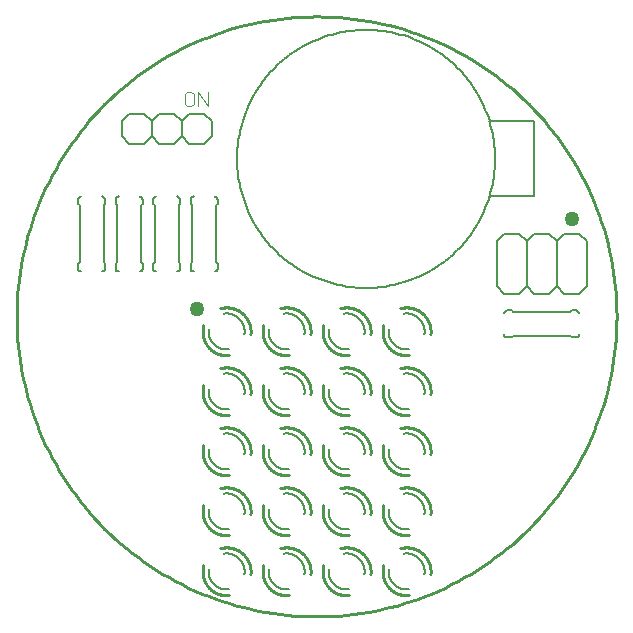
<source format=gto>
G75*
%MOIN*%
%OFA0B0*%
%FSLAX25Y25*%
%IPPOS*%
%LPD*%
%AMOC8*
5,1,8,0,0,1.08239X$1,22.5*
%
%ADD10C,0.01000*%
%ADD11C,0.05000*%
%ADD12C,0.00500*%
%ADD13C,0.00600*%
%ADD14C,0.00400*%
D10*
X0065843Y0024113D02*
X0065707Y0024253D01*
X0065573Y0024396D01*
X0065444Y0024543D01*
X0065318Y0024693D01*
X0065195Y0024845D01*
X0065077Y0025001D01*
X0064962Y0025159D01*
X0064851Y0025321D01*
X0064745Y0025485D01*
X0064642Y0025651D01*
X0064543Y0025820D01*
X0064449Y0025991D01*
X0064358Y0026165D01*
X0064272Y0026341D01*
X0064191Y0026518D01*
X0064113Y0026698D01*
X0064040Y0026880D01*
X0063972Y0027063D01*
X0063908Y0027248D01*
X0063849Y0027434D01*
X0063794Y0027622D01*
X0063744Y0027811D01*
X0063698Y0028001D01*
X0063657Y0028193D01*
X0063621Y0028385D01*
X0063589Y0028578D01*
X0063563Y0028772D01*
X0063540Y0028966D01*
X0063523Y0029161D01*
X0063511Y0029356D01*
X0063503Y0029552D01*
X0063500Y0029748D01*
X0063502Y0029943D01*
X0063509Y0030139D01*
X0063520Y0030334D01*
X0063536Y0030529D01*
X0063557Y0030724D01*
X0063583Y0030918D01*
X0063613Y0031111D01*
X0063648Y0031303D01*
X0063688Y0031495D01*
X0063733Y0031685D01*
X0063782Y0031875D01*
X0077157Y0035427D02*
X0077293Y0035288D01*
X0077425Y0035145D01*
X0077554Y0034999D01*
X0077680Y0034850D01*
X0077802Y0034698D01*
X0077920Y0034544D01*
X0078034Y0034386D01*
X0078144Y0034226D01*
X0078251Y0034063D01*
X0078353Y0033897D01*
X0078452Y0033729D01*
X0078546Y0033559D01*
X0078636Y0033386D01*
X0078722Y0033212D01*
X0078803Y0033035D01*
X0078881Y0032856D01*
X0078954Y0032676D01*
X0079022Y0032494D01*
X0079086Y0032310D01*
X0079146Y0032124D01*
X0079201Y0031938D01*
X0079251Y0031750D01*
X0079297Y0031560D01*
X0079338Y0031370D01*
X0079375Y0031179D01*
X0079407Y0030987D01*
X0079434Y0030794D01*
X0079457Y0030601D01*
X0079475Y0030407D01*
X0079488Y0030213D01*
X0079496Y0030018D01*
X0079500Y0029824D01*
X0079499Y0029629D01*
X0079493Y0029434D01*
X0079482Y0029240D01*
X0079467Y0029046D01*
X0077157Y0035426D02*
X0077019Y0035560D01*
X0076879Y0035691D01*
X0076735Y0035819D01*
X0076588Y0035943D01*
X0076438Y0036063D01*
X0076286Y0036180D01*
X0076130Y0036293D01*
X0075972Y0036402D01*
X0075812Y0036508D01*
X0075649Y0036609D01*
X0075483Y0036707D01*
X0075315Y0036801D01*
X0075145Y0036890D01*
X0074973Y0036976D01*
X0074799Y0037057D01*
X0074623Y0037134D01*
X0074445Y0037207D01*
X0074266Y0037276D01*
X0074085Y0037340D01*
X0073902Y0037400D01*
X0073718Y0037455D01*
X0073533Y0037506D01*
X0073347Y0037553D01*
X0073159Y0037595D01*
X0072971Y0037633D01*
X0072782Y0037666D01*
X0072592Y0037694D01*
X0072401Y0037718D01*
X0072210Y0037737D01*
X0072018Y0037752D01*
X0071826Y0037762D01*
X0071634Y0037768D01*
X0071442Y0037769D01*
X0071250Y0037765D01*
X0071058Y0037757D01*
X0070866Y0037744D01*
X0070675Y0037726D01*
X0070484Y0037704D01*
X0070294Y0037678D01*
X0070104Y0037646D01*
X0069915Y0037611D01*
X0069728Y0037570D01*
X0069541Y0037525D01*
X0069355Y0037476D01*
X0069171Y0037422D01*
X0065843Y0024112D02*
X0065981Y0023977D01*
X0066122Y0023846D01*
X0066267Y0023718D01*
X0066414Y0023593D01*
X0066565Y0023473D01*
X0066718Y0023355D01*
X0066874Y0023242D01*
X0067033Y0023132D01*
X0067195Y0023026D01*
X0067358Y0022924D01*
X0067525Y0022827D01*
X0067693Y0022733D01*
X0067864Y0022643D01*
X0068037Y0022557D01*
X0068212Y0022476D01*
X0068389Y0022399D01*
X0068568Y0022326D01*
X0068748Y0022257D01*
X0068930Y0022193D01*
X0069114Y0022133D01*
X0069299Y0022078D01*
X0069485Y0022027D01*
X0069672Y0021981D01*
X0069861Y0021939D01*
X0070050Y0021902D01*
X0070240Y0021869D01*
X0070431Y0021841D01*
X0070623Y0021817D01*
X0070815Y0021798D01*
X0071007Y0021784D01*
X0071200Y0021775D01*
X0071393Y0021770D01*
X0071586Y0021769D01*
X0071779Y0021774D01*
X0071972Y0021783D01*
X0072164Y0021797D01*
X0085843Y0024113D02*
X0085707Y0024253D01*
X0085573Y0024396D01*
X0085444Y0024543D01*
X0085318Y0024693D01*
X0085195Y0024845D01*
X0085077Y0025001D01*
X0084962Y0025159D01*
X0084851Y0025321D01*
X0084745Y0025485D01*
X0084642Y0025651D01*
X0084543Y0025820D01*
X0084449Y0025991D01*
X0084358Y0026165D01*
X0084272Y0026341D01*
X0084191Y0026518D01*
X0084113Y0026698D01*
X0084040Y0026880D01*
X0083972Y0027063D01*
X0083908Y0027248D01*
X0083849Y0027434D01*
X0083794Y0027622D01*
X0083744Y0027811D01*
X0083698Y0028001D01*
X0083657Y0028193D01*
X0083621Y0028385D01*
X0083589Y0028578D01*
X0083563Y0028772D01*
X0083540Y0028966D01*
X0083523Y0029161D01*
X0083511Y0029356D01*
X0083503Y0029552D01*
X0083500Y0029748D01*
X0083502Y0029943D01*
X0083509Y0030139D01*
X0083520Y0030334D01*
X0083536Y0030529D01*
X0083557Y0030724D01*
X0083583Y0030918D01*
X0083613Y0031111D01*
X0083648Y0031303D01*
X0083688Y0031495D01*
X0083733Y0031685D01*
X0083782Y0031875D01*
X0097157Y0035427D02*
X0097293Y0035288D01*
X0097425Y0035145D01*
X0097554Y0034999D01*
X0097680Y0034850D01*
X0097802Y0034698D01*
X0097920Y0034544D01*
X0098034Y0034386D01*
X0098144Y0034226D01*
X0098251Y0034063D01*
X0098353Y0033897D01*
X0098452Y0033729D01*
X0098546Y0033559D01*
X0098636Y0033386D01*
X0098722Y0033212D01*
X0098803Y0033035D01*
X0098881Y0032856D01*
X0098954Y0032676D01*
X0099022Y0032494D01*
X0099086Y0032310D01*
X0099146Y0032124D01*
X0099201Y0031938D01*
X0099251Y0031750D01*
X0099297Y0031560D01*
X0099338Y0031370D01*
X0099375Y0031179D01*
X0099407Y0030987D01*
X0099434Y0030794D01*
X0099457Y0030601D01*
X0099475Y0030407D01*
X0099488Y0030213D01*
X0099496Y0030018D01*
X0099500Y0029824D01*
X0099499Y0029629D01*
X0099493Y0029434D01*
X0099482Y0029240D01*
X0099467Y0029046D01*
X0097157Y0035426D02*
X0097019Y0035560D01*
X0096879Y0035691D01*
X0096735Y0035819D01*
X0096588Y0035943D01*
X0096438Y0036063D01*
X0096286Y0036180D01*
X0096130Y0036293D01*
X0095972Y0036402D01*
X0095812Y0036508D01*
X0095649Y0036609D01*
X0095483Y0036707D01*
X0095315Y0036801D01*
X0095145Y0036890D01*
X0094973Y0036976D01*
X0094799Y0037057D01*
X0094623Y0037134D01*
X0094445Y0037207D01*
X0094266Y0037276D01*
X0094085Y0037340D01*
X0093902Y0037400D01*
X0093718Y0037455D01*
X0093533Y0037506D01*
X0093347Y0037553D01*
X0093159Y0037595D01*
X0092971Y0037633D01*
X0092782Y0037666D01*
X0092592Y0037694D01*
X0092401Y0037718D01*
X0092210Y0037737D01*
X0092018Y0037752D01*
X0091826Y0037762D01*
X0091634Y0037768D01*
X0091442Y0037769D01*
X0091250Y0037765D01*
X0091058Y0037757D01*
X0090866Y0037744D01*
X0090675Y0037726D01*
X0090484Y0037704D01*
X0090294Y0037678D01*
X0090104Y0037646D01*
X0089915Y0037611D01*
X0089728Y0037570D01*
X0089541Y0037525D01*
X0089355Y0037476D01*
X0089171Y0037422D01*
X0085843Y0024112D02*
X0085981Y0023977D01*
X0086122Y0023846D01*
X0086267Y0023718D01*
X0086414Y0023593D01*
X0086565Y0023473D01*
X0086718Y0023355D01*
X0086874Y0023242D01*
X0087033Y0023132D01*
X0087195Y0023026D01*
X0087358Y0022924D01*
X0087525Y0022827D01*
X0087693Y0022733D01*
X0087864Y0022643D01*
X0088037Y0022557D01*
X0088212Y0022476D01*
X0088389Y0022399D01*
X0088568Y0022326D01*
X0088748Y0022257D01*
X0088930Y0022193D01*
X0089114Y0022133D01*
X0089299Y0022078D01*
X0089485Y0022027D01*
X0089672Y0021981D01*
X0089861Y0021939D01*
X0090050Y0021902D01*
X0090240Y0021869D01*
X0090431Y0021841D01*
X0090623Y0021817D01*
X0090815Y0021798D01*
X0091007Y0021784D01*
X0091200Y0021775D01*
X0091393Y0021770D01*
X0091586Y0021769D01*
X0091779Y0021774D01*
X0091972Y0021783D01*
X0092164Y0021797D01*
X0105843Y0024113D02*
X0105707Y0024253D01*
X0105573Y0024396D01*
X0105444Y0024543D01*
X0105318Y0024693D01*
X0105195Y0024845D01*
X0105077Y0025001D01*
X0104962Y0025159D01*
X0104851Y0025321D01*
X0104745Y0025485D01*
X0104642Y0025651D01*
X0104543Y0025820D01*
X0104449Y0025991D01*
X0104358Y0026165D01*
X0104272Y0026341D01*
X0104191Y0026518D01*
X0104113Y0026698D01*
X0104040Y0026880D01*
X0103972Y0027063D01*
X0103908Y0027248D01*
X0103849Y0027434D01*
X0103794Y0027622D01*
X0103744Y0027811D01*
X0103698Y0028001D01*
X0103657Y0028193D01*
X0103621Y0028385D01*
X0103589Y0028578D01*
X0103563Y0028772D01*
X0103540Y0028966D01*
X0103523Y0029161D01*
X0103511Y0029356D01*
X0103503Y0029552D01*
X0103500Y0029748D01*
X0103502Y0029943D01*
X0103509Y0030139D01*
X0103520Y0030334D01*
X0103536Y0030529D01*
X0103557Y0030724D01*
X0103583Y0030918D01*
X0103613Y0031111D01*
X0103648Y0031303D01*
X0103688Y0031495D01*
X0103733Y0031685D01*
X0103782Y0031875D01*
X0117157Y0035427D02*
X0117293Y0035288D01*
X0117425Y0035145D01*
X0117554Y0034999D01*
X0117680Y0034850D01*
X0117802Y0034698D01*
X0117920Y0034544D01*
X0118034Y0034386D01*
X0118144Y0034226D01*
X0118251Y0034063D01*
X0118353Y0033897D01*
X0118452Y0033729D01*
X0118546Y0033559D01*
X0118636Y0033386D01*
X0118722Y0033212D01*
X0118803Y0033035D01*
X0118881Y0032856D01*
X0118954Y0032676D01*
X0119022Y0032494D01*
X0119086Y0032310D01*
X0119146Y0032124D01*
X0119201Y0031938D01*
X0119251Y0031750D01*
X0119297Y0031560D01*
X0119338Y0031370D01*
X0119375Y0031179D01*
X0119407Y0030987D01*
X0119434Y0030794D01*
X0119457Y0030601D01*
X0119475Y0030407D01*
X0119488Y0030213D01*
X0119496Y0030018D01*
X0119500Y0029824D01*
X0119499Y0029629D01*
X0119493Y0029434D01*
X0119482Y0029240D01*
X0119467Y0029046D01*
X0117157Y0035426D02*
X0117019Y0035560D01*
X0116879Y0035691D01*
X0116735Y0035819D01*
X0116588Y0035943D01*
X0116438Y0036063D01*
X0116286Y0036180D01*
X0116130Y0036293D01*
X0115972Y0036402D01*
X0115812Y0036508D01*
X0115649Y0036609D01*
X0115483Y0036707D01*
X0115315Y0036801D01*
X0115145Y0036890D01*
X0114973Y0036976D01*
X0114799Y0037057D01*
X0114623Y0037134D01*
X0114445Y0037207D01*
X0114266Y0037276D01*
X0114085Y0037340D01*
X0113902Y0037400D01*
X0113718Y0037455D01*
X0113533Y0037506D01*
X0113347Y0037553D01*
X0113159Y0037595D01*
X0112971Y0037633D01*
X0112782Y0037666D01*
X0112592Y0037694D01*
X0112401Y0037718D01*
X0112210Y0037737D01*
X0112018Y0037752D01*
X0111826Y0037762D01*
X0111634Y0037768D01*
X0111442Y0037769D01*
X0111250Y0037765D01*
X0111058Y0037757D01*
X0110866Y0037744D01*
X0110675Y0037726D01*
X0110484Y0037704D01*
X0110294Y0037678D01*
X0110104Y0037646D01*
X0109915Y0037611D01*
X0109728Y0037570D01*
X0109541Y0037525D01*
X0109355Y0037476D01*
X0109171Y0037422D01*
X0105843Y0024112D02*
X0105981Y0023977D01*
X0106122Y0023846D01*
X0106267Y0023718D01*
X0106414Y0023593D01*
X0106565Y0023473D01*
X0106718Y0023355D01*
X0106874Y0023242D01*
X0107033Y0023132D01*
X0107195Y0023026D01*
X0107358Y0022924D01*
X0107525Y0022827D01*
X0107693Y0022733D01*
X0107864Y0022643D01*
X0108037Y0022557D01*
X0108212Y0022476D01*
X0108389Y0022399D01*
X0108568Y0022326D01*
X0108748Y0022257D01*
X0108930Y0022193D01*
X0109114Y0022133D01*
X0109299Y0022078D01*
X0109485Y0022027D01*
X0109672Y0021981D01*
X0109861Y0021939D01*
X0110050Y0021902D01*
X0110240Y0021869D01*
X0110431Y0021841D01*
X0110623Y0021817D01*
X0110815Y0021798D01*
X0111007Y0021784D01*
X0111200Y0021775D01*
X0111393Y0021770D01*
X0111586Y0021769D01*
X0111779Y0021774D01*
X0111972Y0021783D01*
X0112164Y0021797D01*
X0125843Y0024113D02*
X0125707Y0024253D01*
X0125573Y0024396D01*
X0125444Y0024543D01*
X0125318Y0024693D01*
X0125195Y0024845D01*
X0125077Y0025001D01*
X0124962Y0025159D01*
X0124851Y0025321D01*
X0124745Y0025485D01*
X0124642Y0025651D01*
X0124543Y0025820D01*
X0124449Y0025991D01*
X0124358Y0026165D01*
X0124272Y0026341D01*
X0124191Y0026518D01*
X0124113Y0026698D01*
X0124040Y0026880D01*
X0123972Y0027063D01*
X0123908Y0027248D01*
X0123849Y0027434D01*
X0123794Y0027622D01*
X0123744Y0027811D01*
X0123698Y0028001D01*
X0123657Y0028193D01*
X0123621Y0028385D01*
X0123589Y0028578D01*
X0123563Y0028772D01*
X0123540Y0028966D01*
X0123523Y0029161D01*
X0123511Y0029356D01*
X0123503Y0029552D01*
X0123500Y0029748D01*
X0123502Y0029943D01*
X0123509Y0030139D01*
X0123520Y0030334D01*
X0123536Y0030529D01*
X0123557Y0030724D01*
X0123583Y0030918D01*
X0123613Y0031111D01*
X0123648Y0031303D01*
X0123688Y0031495D01*
X0123733Y0031685D01*
X0123782Y0031875D01*
X0137157Y0035427D02*
X0137293Y0035288D01*
X0137425Y0035145D01*
X0137554Y0034999D01*
X0137680Y0034850D01*
X0137802Y0034698D01*
X0137920Y0034544D01*
X0138034Y0034386D01*
X0138144Y0034226D01*
X0138251Y0034063D01*
X0138353Y0033897D01*
X0138452Y0033729D01*
X0138546Y0033559D01*
X0138636Y0033386D01*
X0138722Y0033212D01*
X0138803Y0033035D01*
X0138881Y0032856D01*
X0138954Y0032676D01*
X0139022Y0032494D01*
X0139086Y0032310D01*
X0139146Y0032124D01*
X0139201Y0031938D01*
X0139251Y0031750D01*
X0139297Y0031560D01*
X0139338Y0031370D01*
X0139375Y0031179D01*
X0139407Y0030987D01*
X0139434Y0030794D01*
X0139457Y0030601D01*
X0139475Y0030407D01*
X0139488Y0030213D01*
X0139496Y0030018D01*
X0139500Y0029824D01*
X0139499Y0029629D01*
X0139493Y0029434D01*
X0139482Y0029240D01*
X0139467Y0029046D01*
X0137157Y0035426D02*
X0137019Y0035560D01*
X0136879Y0035691D01*
X0136735Y0035819D01*
X0136588Y0035943D01*
X0136438Y0036063D01*
X0136286Y0036180D01*
X0136130Y0036293D01*
X0135972Y0036402D01*
X0135812Y0036508D01*
X0135649Y0036609D01*
X0135483Y0036707D01*
X0135315Y0036801D01*
X0135145Y0036890D01*
X0134973Y0036976D01*
X0134799Y0037057D01*
X0134623Y0037134D01*
X0134445Y0037207D01*
X0134266Y0037276D01*
X0134085Y0037340D01*
X0133902Y0037400D01*
X0133718Y0037455D01*
X0133533Y0037506D01*
X0133347Y0037553D01*
X0133159Y0037595D01*
X0132971Y0037633D01*
X0132782Y0037666D01*
X0132592Y0037694D01*
X0132401Y0037718D01*
X0132210Y0037737D01*
X0132018Y0037752D01*
X0131826Y0037762D01*
X0131634Y0037768D01*
X0131442Y0037769D01*
X0131250Y0037765D01*
X0131058Y0037757D01*
X0130866Y0037744D01*
X0130675Y0037726D01*
X0130484Y0037704D01*
X0130294Y0037678D01*
X0130104Y0037646D01*
X0129915Y0037611D01*
X0129728Y0037570D01*
X0129541Y0037525D01*
X0129355Y0037476D01*
X0129171Y0037422D01*
X0125843Y0024112D02*
X0125981Y0023977D01*
X0126122Y0023846D01*
X0126267Y0023718D01*
X0126414Y0023593D01*
X0126565Y0023473D01*
X0126718Y0023355D01*
X0126874Y0023242D01*
X0127033Y0023132D01*
X0127195Y0023026D01*
X0127358Y0022924D01*
X0127525Y0022827D01*
X0127693Y0022733D01*
X0127864Y0022643D01*
X0128037Y0022557D01*
X0128212Y0022476D01*
X0128389Y0022399D01*
X0128568Y0022326D01*
X0128748Y0022257D01*
X0128930Y0022193D01*
X0129114Y0022133D01*
X0129299Y0022078D01*
X0129485Y0022027D01*
X0129672Y0021981D01*
X0129861Y0021939D01*
X0130050Y0021902D01*
X0130240Y0021869D01*
X0130431Y0021841D01*
X0130623Y0021817D01*
X0130815Y0021798D01*
X0131007Y0021784D01*
X0131200Y0021775D01*
X0131393Y0021770D01*
X0131586Y0021769D01*
X0131779Y0021774D01*
X0131972Y0021783D01*
X0132164Y0021797D01*
X0137157Y0055426D02*
X0137019Y0055560D01*
X0136879Y0055691D01*
X0136735Y0055819D01*
X0136588Y0055943D01*
X0136438Y0056063D01*
X0136286Y0056180D01*
X0136130Y0056293D01*
X0135972Y0056402D01*
X0135812Y0056508D01*
X0135649Y0056609D01*
X0135483Y0056707D01*
X0135315Y0056801D01*
X0135145Y0056890D01*
X0134973Y0056976D01*
X0134799Y0057057D01*
X0134623Y0057134D01*
X0134445Y0057207D01*
X0134266Y0057276D01*
X0134085Y0057340D01*
X0133902Y0057400D01*
X0133718Y0057455D01*
X0133533Y0057506D01*
X0133347Y0057553D01*
X0133159Y0057595D01*
X0132971Y0057633D01*
X0132782Y0057666D01*
X0132592Y0057694D01*
X0132401Y0057718D01*
X0132210Y0057737D01*
X0132018Y0057752D01*
X0131826Y0057762D01*
X0131634Y0057768D01*
X0131442Y0057769D01*
X0131250Y0057765D01*
X0131058Y0057757D01*
X0130866Y0057744D01*
X0130675Y0057726D01*
X0130484Y0057704D01*
X0130294Y0057678D01*
X0130104Y0057646D01*
X0129915Y0057611D01*
X0129728Y0057570D01*
X0129541Y0057525D01*
X0129355Y0057476D01*
X0129171Y0057422D01*
X0123782Y0051875D02*
X0123733Y0051685D01*
X0123688Y0051495D01*
X0123648Y0051303D01*
X0123613Y0051111D01*
X0123583Y0050918D01*
X0123557Y0050724D01*
X0123536Y0050529D01*
X0123520Y0050334D01*
X0123509Y0050139D01*
X0123502Y0049943D01*
X0123500Y0049748D01*
X0123503Y0049552D01*
X0123511Y0049356D01*
X0123523Y0049161D01*
X0123540Y0048966D01*
X0123563Y0048772D01*
X0123589Y0048578D01*
X0123621Y0048385D01*
X0123657Y0048193D01*
X0123698Y0048001D01*
X0123744Y0047811D01*
X0123794Y0047622D01*
X0123849Y0047434D01*
X0123908Y0047248D01*
X0123972Y0047063D01*
X0124040Y0046880D01*
X0124113Y0046698D01*
X0124191Y0046518D01*
X0124272Y0046341D01*
X0124358Y0046165D01*
X0124449Y0045991D01*
X0124543Y0045820D01*
X0124642Y0045651D01*
X0124745Y0045485D01*
X0124851Y0045321D01*
X0124962Y0045159D01*
X0125077Y0045001D01*
X0125195Y0044845D01*
X0125318Y0044693D01*
X0125444Y0044543D01*
X0125573Y0044396D01*
X0125707Y0044253D01*
X0125843Y0044113D01*
X0125843Y0044112D02*
X0125981Y0043977D01*
X0126122Y0043846D01*
X0126267Y0043718D01*
X0126414Y0043593D01*
X0126565Y0043473D01*
X0126718Y0043355D01*
X0126874Y0043242D01*
X0127033Y0043132D01*
X0127195Y0043026D01*
X0127358Y0042924D01*
X0127525Y0042827D01*
X0127693Y0042733D01*
X0127864Y0042643D01*
X0128037Y0042557D01*
X0128212Y0042476D01*
X0128389Y0042399D01*
X0128568Y0042326D01*
X0128748Y0042257D01*
X0128930Y0042193D01*
X0129114Y0042133D01*
X0129299Y0042078D01*
X0129485Y0042027D01*
X0129672Y0041981D01*
X0129861Y0041939D01*
X0130050Y0041902D01*
X0130240Y0041869D01*
X0130431Y0041841D01*
X0130623Y0041817D01*
X0130815Y0041798D01*
X0131007Y0041784D01*
X0131200Y0041775D01*
X0131393Y0041770D01*
X0131586Y0041769D01*
X0131779Y0041774D01*
X0131972Y0041783D01*
X0132164Y0041797D01*
X0139467Y0049046D02*
X0139482Y0049240D01*
X0139493Y0049434D01*
X0139499Y0049629D01*
X0139500Y0049824D01*
X0139496Y0050018D01*
X0139488Y0050213D01*
X0139475Y0050407D01*
X0139457Y0050601D01*
X0139434Y0050794D01*
X0139407Y0050987D01*
X0139375Y0051179D01*
X0139338Y0051370D01*
X0139297Y0051560D01*
X0139251Y0051750D01*
X0139201Y0051938D01*
X0139146Y0052124D01*
X0139086Y0052310D01*
X0139022Y0052494D01*
X0138954Y0052676D01*
X0138881Y0052856D01*
X0138803Y0053035D01*
X0138722Y0053212D01*
X0138636Y0053386D01*
X0138546Y0053559D01*
X0138452Y0053729D01*
X0138353Y0053897D01*
X0138251Y0054063D01*
X0138144Y0054226D01*
X0138034Y0054386D01*
X0137920Y0054544D01*
X0137802Y0054698D01*
X0137680Y0054850D01*
X0137554Y0054999D01*
X0137425Y0055145D01*
X0137293Y0055288D01*
X0137157Y0055427D01*
X0137157Y0075426D02*
X0137019Y0075560D01*
X0136879Y0075691D01*
X0136735Y0075819D01*
X0136588Y0075943D01*
X0136438Y0076063D01*
X0136286Y0076180D01*
X0136130Y0076293D01*
X0135972Y0076402D01*
X0135812Y0076508D01*
X0135649Y0076609D01*
X0135483Y0076707D01*
X0135315Y0076801D01*
X0135145Y0076890D01*
X0134973Y0076976D01*
X0134799Y0077057D01*
X0134623Y0077134D01*
X0134445Y0077207D01*
X0134266Y0077276D01*
X0134085Y0077340D01*
X0133902Y0077400D01*
X0133718Y0077455D01*
X0133533Y0077506D01*
X0133347Y0077553D01*
X0133159Y0077595D01*
X0132971Y0077633D01*
X0132782Y0077666D01*
X0132592Y0077694D01*
X0132401Y0077718D01*
X0132210Y0077737D01*
X0132018Y0077752D01*
X0131826Y0077762D01*
X0131634Y0077768D01*
X0131442Y0077769D01*
X0131250Y0077765D01*
X0131058Y0077757D01*
X0130866Y0077744D01*
X0130675Y0077726D01*
X0130484Y0077704D01*
X0130294Y0077678D01*
X0130104Y0077646D01*
X0129915Y0077611D01*
X0129728Y0077570D01*
X0129541Y0077525D01*
X0129355Y0077476D01*
X0129171Y0077422D01*
X0123782Y0071875D02*
X0123733Y0071685D01*
X0123688Y0071495D01*
X0123648Y0071303D01*
X0123613Y0071111D01*
X0123583Y0070918D01*
X0123557Y0070724D01*
X0123536Y0070529D01*
X0123520Y0070334D01*
X0123509Y0070139D01*
X0123502Y0069943D01*
X0123500Y0069748D01*
X0123503Y0069552D01*
X0123511Y0069356D01*
X0123523Y0069161D01*
X0123540Y0068966D01*
X0123563Y0068772D01*
X0123589Y0068578D01*
X0123621Y0068385D01*
X0123657Y0068193D01*
X0123698Y0068001D01*
X0123744Y0067811D01*
X0123794Y0067622D01*
X0123849Y0067434D01*
X0123908Y0067248D01*
X0123972Y0067063D01*
X0124040Y0066880D01*
X0124113Y0066698D01*
X0124191Y0066518D01*
X0124272Y0066341D01*
X0124358Y0066165D01*
X0124449Y0065991D01*
X0124543Y0065820D01*
X0124642Y0065651D01*
X0124745Y0065485D01*
X0124851Y0065321D01*
X0124962Y0065159D01*
X0125077Y0065001D01*
X0125195Y0064845D01*
X0125318Y0064693D01*
X0125444Y0064543D01*
X0125573Y0064396D01*
X0125707Y0064253D01*
X0125843Y0064113D01*
X0125843Y0064112D02*
X0125981Y0063977D01*
X0126122Y0063846D01*
X0126267Y0063718D01*
X0126414Y0063593D01*
X0126565Y0063473D01*
X0126718Y0063355D01*
X0126874Y0063242D01*
X0127033Y0063132D01*
X0127195Y0063026D01*
X0127358Y0062924D01*
X0127525Y0062827D01*
X0127693Y0062733D01*
X0127864Y0062643D01*
X0128037Y0062557D01*
X0128212Y0062476D01*
X0128389Y0062399D01*
X0128568Y0062326D01*
X0128748Y0062257D01*
X0128930Y0062193D01*
X0129114Y0062133D01*
X0129299Y0062078D01*
X0129485Y0062027D01*
X0129672Y0061981D01*
X0129861Y0061939D01*
X0130050Y0061902D01*
X0130240Y0061869D01*
X0130431Y0061841D01*
X0130623Y0061817D01*
X0130815Y0061798D01*
X0131007Y0061784D01*
X0131200Y0061775D01*
X0131393Y0061770D01*
X0131586Y0061769D01*
X0131779Y0061774D01*
X0131972Y0061783D01*
X0132164Y0061797D01*
X0139467Y0069046D02*
X0139482Y0069240D01*
X0139493Y0069434D01*
X0139499Y0069629D01*
X0139500Y0069824D01*
X0139496Y0070018D01*
X0139488Y0070213D01*
X0139475Y0070407D01*
X0139457Y0070601D01*
X0139434Y0070794D01*
X0139407Y0070987D01*
X0139375Y0071179D01*
X0139338Y0071370D01*
X0139297Y0071560D01*
X0139251Y0071750D01*
X0139201Y0071938D01*
X0139146Y0072124D01*
X0139086Y0072310D01*
X0139022Y0072494D01*
X0138954Y0072676D01*
X0138881Y0072856D01*
X0138803Y0073035D01*
X0138722Y0073212D01*
X0138636Y0073386D01*
X0138546Y0073559D01*
X0138452Y0073729D01*
X0138353Y0073897D01*
X0138251Y0074063D01*
X0138144Y0074226D01*
X0138034Y0074386D01*
X0137920Y0074544D01*
X0137802Y0074698D01*
X0137680Y0074850D01*
X0137554Y0074999D01*
X0137425Y0075145D01*
X0137293Y0075288D01*
X0137157Y0075427D01*
X0137157Y0095426D02*
X0137019Y0095560D01*
X0136879Y0095691D01*
X0136735Y0095819D01*
X0136588Y0095943D01*
X0136438Y0096063D01*
X0136286Y0096180D01*
X0136130Y0096293D01*
X0135972Y0096402D01*
X0135812Y0096508D01*
X0135649Y0096609D01*
X0135483Y0096707D01*
X0135315Y0096801D01*
X0135145Y0096890D01*
X0134973Y0096976D01*
X0134799Y0097057D01*
X0134623Y0097134D01*
X0134445Y0097207D01*
X0134266Y0097276D01*
X0134085Y0097340D01*
X0133902Y0097400D01*
X0133718Y0097455D01*
X0133533Y0097506D01*
X0133347Y0097553D01*
X0133159Y0097595D01*
X0132971Y0097633D01*
X0132782Y0097666D01*
X0132592Y0097694D01*
X0132401Y0097718D01*
X0132210Y0097737D01*
X0132018Y0097752D01*
X0131826Y0097762D01*
X0131634Y0097768D01*
X0131442Y0097769D01*
X0131250Y0097765D01*
X0131058Y0097757D01*
X0130866Y0097744D01*
X0130675Y0097726D01*
X0130484Y0097704D01*
X0130294Y0097678D01*
X0130104Y0097646D01*
X0129915Y0097611D01*
X0129728Y0097570D01*
X0129541Y0097525D01*
X0129355Y0097476D01*
X0129171Y0097422D01*
X0123782Y0091875D02*
X0123733Y0091685D01*
X0123688Y0091495D01*
X0123648Y0091303D01*
X0123613Y0091111D01*
X0123583Y0090918D01*
X0123557Y0090724D01*
X0123536Y0090529D01*
X0123520Y0090334D01*
X0123509Y0090139D01*
X0123502Y0089943D01*
X0123500Y0089748D01*
X0123503Y0089552D01*
X0123511Y0089356D01*
X0123523Y0089161D01*
X0123540Y0088966D01*
X0123563Y0088772D01*
X0123589Y0088578D01*
X0123621Y0088385D01*
X0123657Y0088193D01*
X0123698Y0088001D01*
X0123744Y0087811D01*
X0123794Y0087622D01*
X0123849Y0087434D01*
X0123908Y0087248D01*
X0123972Y0087063D01*
X0124040Y0086880D01*
X0124113Y0086698D01*
X0124191Y0086518D01*
X0124272Y0086341D01*
X0124358Y0086165D01*
X0124449Y0085991D01*
X0124543Y0085820D01*
X0124642Y0085651D01*
X0124745Y0085485D01*
X0124851Y0085321D01*
X0124962Y0085159D01*
X0125077Y0085001D01*
X0125195Y0084845D01*
X0125318Y0084693D01*
X0125444Y0084543D01*
X0125573Y0084396D01*
X0125707Y0084253D01*
X0125843Y0084113D01*
X0125843Y0084112D02*
X0125981Y0083977D01*
X0126122Y0083846D01*
X0126267Y0083718D01*
X0126414Y0083593D01*
X0126565Y0083473D01*
X0126718Y0083355D01*
X0126874Y0083242D01*
X0127033Y0083132D01*
X0127195Y0083026D01*
X0127358Y0082924D01*
X0127525Y0082827D01*
X0127693Y0082733D01*
X0127864Y0082643D01*
X0128037Y0082557D01*
X0128212Y0082476D01*
X0128389Y0082399D01*
X0128568Y0082326D01*
X0128748Y0082257D01*
X0128930Y0082193D01*
X0129114Y0082133D01*
X0129299Y0082078D01*
X0129485Y0082027D01*
X0129672Y0081981D01*
X0129861Y0081939D01*
X0130050Y0081902D01*
X0130240Y0081869D01*
X0130431Y0081841D01*
X0130623Y0081817D01*
X0130815Y0081798D01*
X0131007Y0081784D01*
X0131200Y0081775D01*
X0131393Y0081770D01*
X0131586Y0081769D01*
X0131779Y0081774D01*
X0131972Y0081783D01*
X0132164Y0081797D01*
X0139467Y0089046D02*
X0139482Y0089240D01*
X0139493Y0089434D01*
X0139499Y0089629D01*
X0139500Y0089824D01*
X0139496Y0090018D01*
X0139488Y0090213D01*
X0139475Y0090407D01*
X0139457Y0090601D01*
X0139434Y0090794D01*
X0139407Y0090987D01*
X0139375Y0091179D01*
X0139338Y0091370D01*
X0139297Y0091560D01*
X0139251Y0091750D01*
X0139201Y0091938D01*
X0139146Y0092124D01*
X0139086Y0092310D01*
X0139022Y0092494D01*
X0138954Y0092676D01*
X0138881Y0092856D01*
X0138803Y0093035D01*
X0138722Y0093212D01*
X0138636Y0093386D01*
X0138546Y0093559D01*
X0138452Y0093729D01*
X0138353Y0093897D01*
X0138251Y0094063D01*
X0138144Y0094226D01*
X0138034Y0094386D01*
X0137920Y0094544D01*
X0137802Y0094698D01*
X0137680Y0094850D01*
X0137554Y0094999D01*
X0137425Y0095145D01*
X0137293Y0095288D01*
X0137157Y0095427D01*
X0137157Y0115426D02*
X0137019Y0115560D01*
X0136879Y0115691D01*
X0136735Y0115819D01*
X0136588Y0115943D01*
X0136438Y0116063D01*
X0136286Y0116180D01*
X0136130Y0116293D01*
X0135972Y0116402D01*
X0135812Y0116508D01*
X0135649Y0116609D01*
X0135483Y0116707D01*
X0135315Y0116801D01*
X0135145Y0116890D01*
X0134973Y0116976D01*
X0134799Y0117057D01*
X0134623Y0117134D01*
X0134445Y0117207D01*
X0134266Y0117276D01*
X0134085Y0117340D01*
X0133902Y0117400D01*
X0133718Y0117455D01*
X0133533Y0117506D01*
X0133347Y0117553D01*
X0133159Y0117595D01*
X0132971Y0117633D01*
X0132782Y0117666D01*
X0132592Y0117694D01*
X0132401Y0117718D01*
X0132210Y0117737D01*
X0132018Y0117752D01*
X0131826Y0117762D01*
X0131634Y0117768D01*
X0131442Y0117769D01*
X0131250Y0117765D01*
X0131058Y0117757D01*
X0130866Y0117744D01*
X0130675Y0117726D01*
X0130484Y0117704D01*
X0130294Y0117678D01*
X0130104Y0117646D01*
X0129915Y0117611D01*
X0129728Y0117570D01*
X0129541Y0117525D01*
X0129355Y0117476D01*
X0129171Y0117422D01*
X0123782Y0111875D02*
X0123733Y0111685D01*
X0123688Y0111495D01*
X0123648Y0111303D01*
X0123613Y0111111D01*
X0123583Y0110918D01*
X0123557Y0110724D01*
X0123536Y0110529D01*
X0123520Y0110334D01*
X0123509Y0110139D01*
X0123502Y0109943D01*
X0123500Y0109748D01*
X0123503Y0109552D01*
X0123511Y0109356D01*
X0123523Y0109161D01*
X0123540Y0108966D01*
X0123563Y0108772D01*
X0123589Y0108578D01*
X0123621Y0108385D01*
X0123657Y0108193D01*
X0123698Y0108001D01*
X0123744Y0107811D01*
X0123794Y0107622D01*
X0123849Y0107434D01*
X0123908Y0107248D01*
X0123972Y0107063D01*
X0124040Y0106880D01*
X0124113Y0106698D01*
X0124191Y0106518D01*
X0124272Y0106341D01*
X0124358Y0106165D01*
X0124449Y0105991D01*
X0124543Y0105820D01*
X0124642Y0105651D01*
X0124745Y0105485D01*
X0124851Y0105321D01*
X0124962Y0105159D01*
X0125077Y0105001D01*
X0125195Y0104845D01*
X0125318Y0104693D01*
X0125444Y0104543D01*
X0125573Y0104396D01*
X0125707Y0104253D01*
X0125843Y0104113D01*
X0125843Y0104112D02*
X0125981Y0103977D01*
X0126122Y0103846D01*
X0126267Y0103718D01*
X0126414Y0103593D01*
X0126565Y0103473D01*
X0126718Y0103355D01*
X0126874Y0103242D01*
X0127033Y0103132D01*
X0127195Y0103026D01*
X0127358Y0102924D01*
X0127525Y0102827D01*
X0127693Y0102733D01*
X0127864Y0102643D01*
X0128037Y0102557D01*
X0128212Y0102476D01*
X0128389Y0102399D01*
X0128568Y0102326D01*
X0128748Y0102257D01*
X0128930Y0102193D01*
X0129114Y0102133D01*
X0129299Y0102078D01*
X0129485Y0102027D01*
X0129672Y0101981D01*
X0129861Y0101939D01*
X0130050Y0101902D01*
X0130240Y0101869D01*
X0130431Y0101841D01*
X0130623Y0101817D01*
X0130815Y0101798D01*
X0131007Y0101784D01*
X0131200Y0101775D01*
X0131393Y0101770D01*
X0131586Y0101769D01*
X0131779Y0101774D01*
X0131972Y0101783D01*
X0132164Y0101797D01*
X0139467Y0109046D02*
X0139482Y0109240D01*
X0139493Y0109434D01*
X0139499Y0109629D01*
X0139500Y0109824D01*
X0139496Y0110018D01*
X0139488Y0110213D01*
X0139475Y0110407D01*
X0139457Y0110601D01*
X0139434Y0110794D01*
X0139407Y0110987D01*
X0139375Y0111179D01*
X0139338Y0111370D01*
X0139297Y0111560D01*
X0139251Y0111750D01*
X0139201Y0111938D01*
X0139146Y0112124D01*
X0139086Y0112310D01*
X0139022Y0112494D01*
X0138954Y0112676D01*
X0138881Y0112856D01*
X0138803Y0113035D01*
X0138722Y0113212D01*
X0138636Y0113386D01*
X0138546Y0113559D01*
X0138452Y0113729D01*
X0138353Y0113897D01*
X0138251Y0114063D01*
X0138144Y0114226D01*
X0138034Y0114386D01*
X0137920Y0114544D01*
X0137802Y0114698D01*
X0137680Y0114850D01*
X0137554Y0114999D01*
X0137425Y0115145D01*
X0137293Y0115288D01*
X0137157Y0115427D01*
X0117157Y0115426D02*
X0117019Y0115560D01*
X0116879Y0115691D01*
X0116735Y0115819D01*
X0116588Y0115943D01*
X0116438Y0116063D01*
X0116286Y0116180D01*
X0116130Y0116293D01*
X0115972Y0116402D01*
X0115812Y0116508D01*
X0115649Y0116609D01*
X0115483Y0116707D01*
X0115315Y0116801D01*
X0115145Y0116890D01*
X0114973Y0116976D01*
X0114799Y0117057D01*
X0114623Y0117134D01*
X0114445Y0117207D01*
X0114266Y0117276D01*
X0114085Y0117340D01*
X0113902Y0117400D01*
X0113718Y0117455D01*
X0113533Y0117506D01*
X0113347Y0117553D01*
X0113159Y0117595D01*
X0112971Y0117633D01*
X0112782Y0117666D01*
X0112592Y0117694D01*
X0112401Y0117718D01*
X0112210Y0117737D01*
X0112018Y0117752D01*
X0111826Y0117762D01*
X0111634Y0117768D01*
X0111442Y0117769D01*
X0111250Y0117765D01*
X0111058Y0117757D01*
X0110866Y0117744D01*
X0110675Y0117726D01*
X0110484Y0117704D01*
X0110294Y0117678D01*
X0110104Y0117646D01*
X0109915Y0117611D01*
X0109728Y0117570D01*
X0109541Y0117525D01*
X0109355Y0117476D01*
X0109171Y0117422D01*
X0001500Y0114770D02*
X0001530Y0117224D01*
X0001620Y0119677D01*
X0001771Y0122126D01*
X0001982Y0124572D01*
X0002252Y0127011D01*
X0002582Y0129443D01*
X0002972Y0131866D01*
X0003421Y0134279D01*
X0003930Y0136680D01*
X0004497Y0139068D01*
X0005122Y0141441D01*
X0005806Y0143798D01*
X0006547Y0146138D01*
X0007346Y0148459D01*
X0008201Y0150760D01*
X0009112Y0153038D01*
X0010079Y0155294D01*
X0011101Y0157526D01*
X0012178Y0159731D01*
X0013308Y0161910D01*
X0014491Y0164060D01*
X0015727Y0166180D01*
X0017015Y0168270D01*
X0018353Y0170327D01*
X0019742Y0172351D01*
X0021179Y0174340D01*
X0022665Y0176293D01*
X0024199Y0178209D01*
X0025779Y0180087D01*
X0027405Y0181926D01*
X0029075Y0183724D01*
X0030789Y0185481D01*
X0032546Y0187195D01*
X0034344Y0188865D01*
X0036183Y0190491D01*
X0038061Y0192071D01*
X0039977Y0193605D01*
X0041930Y0195091D01*
X0043919Y0196528D01*
X0045943Y0197917D01*
X0048000Y0199255D01*
X0050090Y0200543D01*
X0052210Y0201779D01*
X0054360Y0202962D01*
X0056539Y0204092D01*
X0058744Y0205169D01*
X0060976Y0206191D01*
X0063232Y0207158D01*
X0065510Y0208069D01*
X0067811Y0208924D01*
X0070132Y0209723D01*
X0072472Y0210464D01*
X0074829Y0211148D01*
X0077202Y0211773D01*
X0079590Y0212340D01*
X0081991Y0212849D01*
X0084404Y0213298D01*
X0086827Y0213688D01*
X0089259Y0214018D01*
X0091698Y0214288D01*
X0094144Y0214499D01*
X0096593Y0214650D01*
X0099046Y0214740D01*
X0101500Y0214770D01*
X0103954Y0214740D01*
X0106407Y0214650D01*
X0108856Y0214499D01*
X0111302Y0214288D01*
X0113741Y0214018D01*
X0116173Y0213688D01*
X0118596Y0213298D01*
X0121009Y0212849D01*
X0123410Y0212340D01*
X0125798Y0211773D01*
X0128171Y0211148D01*
X0130528Y0210464D01*
X0132868Y0209723D01*
X0135189Y0208924D01*
X0137490Y0208069D01*
X0139768Y0207158D01*
X0142024Y0206191D01*
X0144256Y0205169D01*
X0146461Y0204092D01*
X0148640Y0202962D01*
X0150790Y0201779D01*
X0152910Y0200543D01*
X0155000Y0199255D01*
X0157057Y0197917D01*
X0159081Y0196528D01*
X0161070Y0195091D01*
X0163023Y0193605D01*
X0164939Y0192071D01*
X0166817Y0190491D01*
X0168656Y0188865D01*
X0170454Y0187195D01*
X0172211Y0185481D01*
X0173925Y0183724D01*
X0175595Y0181926D01*
X0177221Y0180087D01*
X0178801Y0178209D01*
X0180335Y0176293D01*
X0181821Y0174340D01*
X0183258Y0172351D01*
X0184647Y0170327D01*
X0185985Y0168270D01*
X0187273Y0166180D01*
X0188509Y0164060D01*
X0189692Y0161910D01*
X0190822Y0159731D01*
X0191899Y0157526D01*
X0192921Y0155294D01*
X0193888Y0153038D01*
X0194799Y0150760D01*
X0195654Y0148459D01*
X0196453Y0146138D01*
X0197194Y0143798D01*
X0197878Y0141441D01*
X0198503Y0139068D01*
X0199070Y0136680D01*
X0199579Y0134279D01*
X0200028Y0131866D01*
X0200418Y0129443D01*
X0200748Y0127011D01*
X0201018Y0124572D01*
X0201229Y0122126D01*
X0201380Y0119677D01*
X0201470Y0117224D01*
X0201500Y0114770D01*
X0201470Y0112316D01*
X0201380Y0109863D01*
X0201229Y0107414D01*
X0201018Y0104968D01*
X0200748Y0102529D01*
X0200418Y0100097D01*
X0200028Y0097674D01*
X0199579Y0095261D01*
X0199070Y0092860D01*
X0198503Y0090472D01*
X0197878Y0088099D01*
X0197194Y0085742D01*
X0196453Y0083402D01*
X0195654Y0081081D01*
X0194799Y0078780D01*
X0193888Y0076502D01*
X0192921Y0074246D01*
X0191899Y0072014D01*
X0190822Y0069809D01*
X0189692Y0067630D01*
X0188509Y0065480D01*
X0187273Y0063360D01*
X0185985Y0061270D01*
X0184647Y0059213D01*
X0183258Y0057189D01*
X0181821Y0055200D01*
X0180335Y0053247D01*
X0178801Y0051331D01*
X0177221Y0049453D01*
X0175595Y0047614D01*
X0173925Y0045816D01*
X0172211Y0044059D01*
X0170454Y0042345D01*
X0168656Y0040675D01*
X0166817Y0039049D01*
X0164939Y0037469D01*
X0163023Y0035935D01*
X0161070Y0034449D01*
X0159081Y0033012D01*
X0157057Y0031623D01*
X0155000Y0030285D01*
X0152910Y0028997D01*
X0150790Y0027761D01*
X0148640Y0026578D01*
X0146461Y0025448D01*
X0144256Y0024371D01*
X0142024Y0023349D01*
X0139768Y0022382D01*
X0137490Y0021471D01*
X0135189Y0020616D01*
X0132868Y0019817D01*
X0130528Y0019076D01*
X0128171Y0018392D01*
X0125798Y0017767D01*
X0123410Y0017200D01*
X0121009Y0016691D01*
X0118596Y0016242D01*
X0116173Y0015852D01*
X0113741Y0015522D01*
X0111302Y0015252D01*
X0108856Y0015041D01*
X0106407Y0014890D01*
X0103954Y0014800D01*
X0101500Y0014770D01*
X0099046Y0014800D01*
X0096593Y0014890D01*
X0094144Y0015041D01*
X0091698Y0015252D01*
X0089259Y0015522D01*
X0086827Y0015852D01*
X0084404Y0016242D01*
X0081991Y0016691D01*
X0079590Y0017200D01*
X0077202Y0017767D01*
X0074829Y0018392D01*
X0072472Y0019076D01*
X0070132Y0019817D01*
X0067811Y0020616D01*
X0065510Y0021471D01*
X0063232Y0022382D01*
X0060976Y0023349D01*
X0058744Y0024371D01*
X0056539Y0025448D01*
X0054360Y0026578D01*
X0052210Y0027761D01*
X0050090Y0028997D01*
X0048000Y0030285D01*
X0045943Y0031623D01*
X0043919Y0033012D01*
X0041930Y0034449D01*
X0039977Y0035935D01*
X0038061Y0037469D01*
X0036183Y0039049D01*
X0034344Y0040675D01*
X0032546Y0042345D01*
X0030789Y0044059D01*
X0029075Y0045816D01*
X0027405Y0047614D01*
X0025779Y0049453D01*
X0024199Y0051331D01*
X0022665Y0053247D01*
X0021179Y0055200D01*
X0019742Y0057189D01*
X0018353Y0059213D01*
X0017015Y0061270D01*
X0015727Y0063360D01*
X0014491Y0065480D01*
X0013308Y0067630D01*
X0012178Y0069809D01*
X0011101Y0072014D01*
X0010079Y0074246D01*
X0009112Y0076502D01*
X0008201Y0078780D01*
X0007346Y0081081D01*
X0006547Y0083402D01*
X0005806Y0085742D01*
X0005122Y0088099D01*
X0004497Y0090472D01*
X0003930Y0092860D01*
X0003421Y0095261D01*
X0002972Y0097674D01*
X0002582Y0100097D01*
X0002252Y0102529D01*
X0001982Y0104968D01*
X0001771Y0107414D01*
X0001620Y0109863D01*
X0001530Y0112316D01*
X0001500Y0114770D01*
X0063782Y0111875D02*
X0063733Y0111685D01*
X0063688Y0111495D01*
X0063648Y0111303D01*
X0063613Y0111111D01*
X0063583Y0110918D01*
X0063557Y0110724D01*
X0063536Y0110529D01*
X0063520Y0110334D01*
X0063509Y0110139D01*
X0063502Y0109943D01*
X0063500Y0109748D01*
X0063503Y0109552D01*
X0063511Y0109356D01*
X0063523Y0109161D01*
X0063540Y0108966D01*
X0063563Y0108772D01*
X0063589Y0108578D01*
X0063621Y0108385D01*
X0063657Y0108193D01*
X0063698Y0108001D01*
X0063744Y0107811D01*
X0063794Y0107622D01*
X0063849Y0107434D01*
X0063908Y0107248D01*
X0063972Y0107063D01*
X0064040Y0106880D01*
X0064113Y0106698D01*
X0064191Y0106518D01*
X0064272Y0106341D01*
X0064358Y0106165D01*
X0064449Y0105991D01*
X0064543Y0105820D01*
X0064642Y0105651D01*
X0064745Y0105485D01*
X0064851Y0105321D01*
X0064962Y0105159D01*
X0065077Y0105001D01*
X0065195Y0104845D01*
X0065318Y0104693D01*
X0065444Y0104543D01*
X0065573Y0104396D01*
X0065707Y0104253D01*
X0065843Y0104113D01*
X0069171Y0117422D02*
X0069355Y0117476D01*
X0069541Y0117525D01*
X0069728Y0117570D01*
X0069915Y0117611D01*
X0070104Y0117646D01*
X0070294Y0117678D01*
X0070484Y0117704D01*
X0070675Y0117726D01*
X0070866Y0117744D01*
X0071058Y0117757D01*
X0071250Y0117765D01*
X0071442Y0117769D01*
X0071634Y0117768D01*
X0071826Y0117762D01*
X0072018Y0117752D01*
X0072210Y0117737D01*
X0072401Y0117718D01*
X0072592Y0117694D01*
X0072782Y0117666D01*
X0072971Y0117633D01*
X0073159Y0117595D01*
X0073347Y0117553D01*
X0073533Y0117506D01*
X0073718Y0117455D01*
X0073902Y0117400D01*
X0074085Y0117340D01*
X0074266Y0117276D01*
X0074445Y0117207D01*
X0074623Y0117134D01*
X0074799Y0117057D01*
X0074973Y0116976D01*
X0075145Y0116890D01*
X0075315Y0116801D01*
X0075483Y0116707D01*
X0075649Y0116609D01*
X0075812Y0116508D01*
X0075972Y0116402D01*
X0076130Y0116293D01*
X0076286Y0116180D01*
X0076438Y0116063D01*
X0076588Y0115943D01*
X0076735Y0115819D01*
X0076879Y0115691D01*
X0077019Y0115560D01*
X0077157Y0115426D01*
X0072164Y0101797D02*
X0071972Y0101783D01*
X0071779Y0101774D01*
X0071586Y0101769D01*
X0071393Y0101770D01*
X0071200Y0101775D01*
X0071007Y0101784D01*
X0070815Y0101798D01*
X0070623Y0101817D01*
X0070431Y0101841D01*
X0070240Y0101869D01*
X0070050Y0101902D01*
X0069861Y0101939D01*
X0069672Y0101981D01*
X0069485Y0102027D01*
X0069299Y0102078D01*
X0069114Y0102133D01*
X0068930Y0102193D01*
X0068748Y0102257D01*
X0068568Y0102326D01*
X0068389Y0102399D01*
X0068212Y0102476D01*
X0068037Y0102557D01*
X0067864Y0102643D01*
X0067693Y0102733D01*
X0067525Y0102827D01*
X0067358Y0102924D01*
X0067195Y0103026D01*
X0067033Y0103132D01*
X0066874Y0103242D01*
X0066718Y0103355D01*
X0066565Y0103473D01*
X0066414Y0103593D01*
X0066267Y0103718D01*
X0066122Y0103846D01*
X0065981Y0103977D01*
X0065843Y0104112D01*
X0079467Y0109046D02*
X0079482Y0109240D01*
X0079493Y0109434D01*
X0079499Y0109629D01*
X0079500Y0109824D01*
X0079496Y0110018D01*
X0079488Y0110213D01*
X0079475Y0110407D01*
X0079457Y0110601D01*
X0079434Y0110794D01*
X0079407Y0110987D01*
X0079375Y0111179D01*
X0079338Y0111370D01*
X0079297Y0111560D01*
X0079251Y0111750D01*
X0079201Y0111938D01*
X0079146Y0112124D01*
X0079086Y0112310D01*
X0079022Y0112494D01*
X0078954Y0112676D01*
X0078881Y0112856D01*
X0078803Y0113035D01*
X0078722Y0113212D01*
X0078636Y0113386D01*
X0078546Y0113559D01*
X0078452Y0113729D01*
X0078353Y0113897D01*
X0078251Y0114063D01*
X0078144Y0114226D01*
X0078034Y0114386D01*
X0077920Y0114544D01*
X0077802Y0114698D01*
X0077680Y0114850D01*
X0077554Y0114999D01*
X0077425Y0115145D01*
X0077293Y0115288D01*
X0077157Y0115427D01*
X0083782Y0111875D02*
X0083733Y0111685D01*
X0083688Y0111495D01*
X0083648Y0111303D01*
X0083613Y0111111D01*
X0083583Y0110918D01*
X0083557Y0110724D01*
X0083536Y0110529D01*
X0083520Y0110334D01*
X0083509Y0110139D01*
X0083502Y0109943D01*
X0083500Y0109748D01*
X0083503Y0109552D01*
X0083511Y0109356D01*
X0083523Y0109161D01*
X0083540Y0108966D01*
X0083563Y0108772D01*
X0083589Y0108578D01*
X0083621Y0108385D01*
X0083657Y0108193D01*
X0083698Y0108001D01*
X0083744Y0107811D01*
X0083794Y0107622D01*
X0083849Y0107434D01*
X0083908Y0107248D01*
X0083972Y0107063D01*
X0084040Y0106880D01*
X0084113Y0106698D01*
X0084191Y0106518D01*
X0084272Y0106341D01*
X0084358Y0106165D01*
X0084449Y0105991D01*
X0084543Y0105820D01*
X0084642Y0105651D01*
X0084745Y0105485D01*
X0084851Y0105321D01*
X0084962Y0105159D01*
X0085077Y0105001D01*
X0085195Y0104845D01*
X0085318Y0104693D01*
X0085444Y0104543D01*
X0085573Y0104396D01*
X0085707Y0104253D01*
X0085843Y0104113D01*
X0089171Y0117422D02*
X0089355Y0117476D01*
X0089541Y0117525D01*
X0089728Y0117570D01*
X0089915Y0117611D01*
X0090104Y0117646D01*
X0090294Y0117678D01*
X0090484Y0117704D01*
X0090675Y0117726D01*
X0090866Y0117744D01*
X0091058Y0117757D01*
X0091250Y0117765D01*
X0091442Y0117769D01*
X0091634Y0117768D01*
X0091826Y0117762D01*
X0092018Y0117752D01*
X0092210Y0117737D01*
X0092401Y0117718D01*
X0092592Y0117694D01*
X0092782Y0117666D01*
X0092971Y0117633D01*
X0093159Y0117595D01*
X0093347Y0117553D01*
X0093533Y0117506D01*
X0093718Y0117455D01*
X0093902Y0117400D01*
X0094085Y0117340D01*
X0094266Y0117276D01*
X0094445Y0117207D01*
X0094623Y0117134D01*
X0094799Y0117057D01*
X0094973Y0116976D01*
X0095145Y0116890D01*
X0095315Y0116801D01*
X0095483Y0116707D01*
X0095649Y0116609D01*
X0095812Y0116508D01*
X0095972Y0116402D01*
X0096130Y0116293D01*
X0096286Y0116180D01*
X0096438Y0116063D01*
X0096588Y0115943D01*
X0096735Y0115819D01*
X0096879Y0115691D01*
X0097019Y0115560D01*
X0097157Y0115426D01*
X0092164Y0101797D02*
X0091972Y0101783D01*
X0091779Y0101774D01*
X0091586Y0101769D01*
X0091393Y0101770D01*
X0091200Y0101775D01*
X0091007Y0101784D01*
X0090815Y0101798D01*
X0090623Y0101817D01*
X0090431Y0101841D01*
X0090240Y0101869D01*
X0090050Y0101902D01*
X0089861Y0101939D01*
X0089672Y0101981D01*
X0089485Y0102027D01*
X0089299Y0102078D01*
X0089114Y0102133D01*
X0088930Y0102193D01*
X0088748Y0102257D01*
X0088568Y0102326D01*
X0088389Y0102399D01*
X0088212Y0102476D01*
X0088037Y0102557D01*
X0087864Y0102643D01*
X0087693Y0102733D01*
X0087525Y0102827D01*
X0087358Y0102924D01*
X0087195Y0103026D01*
X0087033Y0103132D01*
X0086874Y0103242D01*
X0086718Y0103355D01*
X0086565Y0103473D01*
X0086414Y0103593D01*
X0086267Y0103718D01*
X0086122Y0103846D01*
X0085981Y0103977D01*
X0085843Y0104112D01*
X0099467Y0109046D02*
X0099482Y0109240D01*
X0099493Y0109434D01*
X0099499Y0109629D01*
X0099500Y0109824D01*
X0099496Y0110018D01*
X0099488Y0110213D01*
X0099475Y0110407D01*
X0099457Y0110601D01*
X0099434Y0110794D01*
X0099407Y0110987D01*
X0099375Y0111179D01*
X0099338Y0111370D01*
X0099297Y0111560D01*
X0099251Y0111750D01*
X0099201Y0111938D01*
X0099146Y0112124D01*
X0099086Y0112310D01*
X0099022Y0112494D01*
X0098954Y0112676D01*
X0098881Y0112856D01*
X0098803Y0113035D01*
X0098722Y0113212D01*
X0098636Y0113386D01*
X0098546Y0113559D01*
X0098452Y0113729D01*
X0098353Y0113897D01*
X0098251Y0114063D01*
X0098144Y0114226D01*
X0098034Y0114386D01*
X0097920Y0114544D01*
X0097802Y0114698D01*
X0097680Y0114850D01*
X0097554Y0114999D01*
X0097425Y0115145D01*
X0097293Y0115288D01*
X0097157Y0115427D01*
X0103782Y0111875D02*
X0103733Y0111685D01*
X0103688Y0111495D01*
X0103648Y0111303D01*
X0103613Y0111111D01*
X0103583Y0110918D01*
X0103557Y0110724D01*
X0103536Y0110529D01*
X0103520Y0110334D01*
X0103509Y0110139D01*
X0103502Y0109943D01*
X0103500Y0109748D01*
X0103503Y0109552D01*
X0103511Y0109356D01*
X0103523Y0109161D01*
X0103540Y0108966D01*
X0103563Y0108772D01*
X0103589Y0108578D01*
X0103621Y0108385D01*
X0103657Y0108193D01*
X0103698Y0108001D01*
X0103744Y0107811D01*
X0103794Y0107622D01*
X0103849Y0107434D01*
X0103908Y0107248D01*
X0103972Y0107063D01*
X0104040Y0106880D01*
X0104113Y0106698D01*
X0104191Y0106518D01*
X0104272Y0106341D01*
X0104358Y0106165D01*
X0104449Y0105991D01*
X0104543Y0105820D01*
X0104642Y0105651D01*
X0104745Y0105485D01*
X0104851Y0105321D01*
X0104962Y0105159D01*
X0105077Y0105001D01*
X0105195Y0104845D01*
X0105318Y0104693D01*
X0105444Y0104543D01*
X0105573Y0104396D01*
X0105707Y0104253D01*
X0105843Y0104113D01*
X0105843Y0104112D02*
X0105981Y0103977D01*
X0106122Y0103846D01*
X0106267Y0103718D01*
X0106414Y0103593D01*
X0106565Y0103473D01*
X0106718Y0103355D01*
X0106874Y0103242D01*
X0107033Y0103132D01*
X0107195Y0103026D01*
X0107358Y0102924D01*
X0107525Y0102827D01*
X0107693Y0102733D01*
X0107864Y0102643D01*
X0108037Y0102557D01*
X0108212Y0102476D01*
X0108389Y0102399D01*
X0108568Y0102326D01*
X0108748Y0102257D01*
X0108930Y0102193D01*
X0109114Y0102133D01*
X0109299Y0102078D01*
X0109485Y0102027D01*
X0109672Y0101981D01*
X0109861Y0101939D01*
X0110050Y0101902D01*
X0110240Y0101869D01*
X0110431Y0101841D01*
X0110623Y0101817D01*
X0110815Y0101798D01*
X0111007Y0101784D01*
X0111200Y0101775D01*
X0111393Y0101770D01*
X0111586Y0101769D01*
X0111779Y0101774D01*
X0111972Y0101783D01*
X0112164Y0101797D01*
X0119467Y0109046D02*
X0119482Y0109240D01*
X0119493Y0109434D01*
X0119499Y0109629D01*
X0119500Y0109824D01*
X0119496Y0110018D01*
X0119488Y0110213D01*
X0119475Y0110407D01*
X0119457Y0110601D01*
X0119434Y0110794D01*
X0119407Y0110987D01*
X0119375Y0111179D01*
X0119338Y0111370D01*
X0119297Y0111560D01*
X0119251Y0111750D01*
X0119201Y0111938D01*
X0119146Y0112124D01*
X0119086Y0112310D01*
X0119022Y0112494D01*
X0118954Y0112676D01*
X0118881Y0112856D01*
X0118803Y0113035D01*
X0118722Y0113212D01*
X0118636Y0113386D01*
X0118546Y0113559D01*
X0118452Y0113729D01*
X0118353Y0113897D01*
X0118251Y0114063D01*
X0118144Y0114226D01*
X0118034Y0114386D01*
X0117920Y0114544D01*
X0117802Y0114698D01*
X0117680Y0114850D01*
X0117554Y0114999D01*
X0117425Y0115145D01*
X0117293Y0115288D01*
X0117157Y0115427D01*
X0103782Y0091875D02*
X0103733Y0091685D01*
X0103688Y0091495D01*
X0103648Y0091303D01*
X0103613Y0091111D01*
X0103583Y0090918D01*
X0103557Y0090724D01*
X0103536Y0090529D01*
X0103520Y0090334D01*
X0103509Y0090139D01*
X0103502Y0089943D01*
X0103500Y0089748D01*
X0103503Y0089552D01*
X0103511Y0089356D01*
X0103523Y0089161D01*
X0103540Y0088966D01*
X0103563Y0088772D01*
X0103589Y0088578D01*
X0103621Y0088385D01*
X0103657Y0088193D01*
X0103698Y0088001D01*
X0103744Y0087811D01*
X0103794Y0087622D01*
X0103849Y0087434D01*
X0103908Y0087248D01*
X0103972Y0087063D01*
X0104040Y0086880D01*
X0104113Y0086698D01*
X0104191Y0086518D01*
X0104272Y0086341D01*
X0104358Y0086165D01*
X0104449Y0085991D01*
X0104543Y0085820D01*
X0104642Y0085651D01*
X0104745Y0085485D01*
X0104851Y0085321D01*
X0104962Y0085159D01*
X0105077Y0085001D01*
X0105195Y0084845D01*
X0105318Y0084693D01*
X0105444Y0084543D01*
X0105573Y0084396D01*
X0105707Y0084253D01*
X0105843Y0084113D01*
X0109171Y0097422D02*
X0109355Y0097476D01*
X0109541Y0097525D01*
X0109728Y0097570D01*
X0109915Y0097611D01*
X0110104Y0097646D01*
X0110294Y0097678D01*
X0110484Y0097704D01*
X0110675Y0097726D01*
X0110866Y0097744D01*
X0111058Y0097757D01*
X0111250Y0097765D01*
X0111442Y0097769D01*
X0111634Y0097768D01*
X0111826Y0097762D01*
X0112018Y0097752D01*
X0112210Y0097737D01*
X0112401Y0097718D01*
X0112592Y0097694D01*
X0112782Y0097666D01*
X0112971Y0097633D01*
X0113159Y0097595D01*
X0113347Y0097553D01*
X0113533Y0097506D01*
X0113718Y0097455D01*
X0113902Y0097400D01*
X0114085Y0097340D01*
X0114266Y0097276D01*
X0114445Y0097207D01*
X0114623Y0097134D01*
X0114799Y0097057D01*
X0114973Y0096976D01*
X0115145Y0096890D01*
X0115315Y0096801D01*
X0115483Y0096707D01*
X0115649Y0096609D01*
X0115812Y0096508D01*
X0115972Y0096402D01*
X0116130Y0096293D01*
X0116286Y0096180D01*
X0116438Y0096063D01*
X0116588Y0095943D01*
X0116735Y0095819D01*
X0116879Y0095691D01*
X0117019Y0095560D01*
X0117157Y0095426D01*
X0112164Y0081797D02*
X0111972Y0081783D01*
X0111779Y0081774D01*
X0111586Y0081769D01*
X0111393Y0081770D01*
X0111200Y0081775D01*
X0111007Y0081784D01*
X0110815Y0081798D01*
X0110623Y0081817D01*
X0110431Y0081841D01*
X0110240Y0081869D01*
X0110050Y0081902D01*
X0109861Y0081939D01*
X0109672Y0081981D01*
X0109485Y0082027D01*
X0109299Y0082078D01*
X0109114Y0082133D01*
X0108930Y0082193D01*
X0108748Y0082257D01*
X0108568Y0082326D01*
X0108389Y0082399D01*
X0108212Y0082476D01*
X0108037Y0082557D01*
X0107864Y0082643D01*
X0107693Y0082733D01*
X0107525Y0082827D01*
X0107358Y0082924D01*
X0107195Y0083026D01*
X0107033Y0083132D01*
X0106874Y0083242D01*
X0106718Y0083355D01*
X0106565Y0083473D01*
X0106414Y0083593D01*
X0106267Y0083718D01*
X0106122Y0083846D01*
X0105981Y0083977D01*
X0105843Y0084112D01*
X0119467Y0089046D02*
X0119482Y0089240D01*
X0119493Y0089434D01*
X0119499Y0089629D01*
X0119500Y0089824D01*
X0119496Y0090018D01*
X0119488Y0090213D01*
X0119475Y0090407D01*
X0119457Y0090601D01*
X0119434Y0090794D01*
X0119407Y0090987D01*
X0119375Y0091179D01*
X0119338Y0091370D01*
X0119297Y0091560D01*
X0119251Y0091750D01*
X0119201Y0091938D01*
X0119146Y0092124D01*
X0119086Y0092310D01*
X0119022Y0092494D01*
X0118954Y0092676D01*
X0118881Y0092856D01*
X0118803Y0093035D01*
X0118722Y0093212D01*
X0118636Y0093386D01*
X0118546Y0093559D01*
X0118452Y0093729D01*
X0118353Y0093897D01*
X0118251Y0094063D01*
X0118144Y0094226D01*
X0118034Y0094386D01*
X0117920Y0094544D01*
X0117802Y0094698D01*
X0117680Y0094850D01*
X0117554Y0094999D01*
X0117425Y0095145D01*
X0117293Y0095288D01*
X0117157Y0095427D01*
X0097157Y0095426D02*
X0097019Y0095560D01*
X0096879Y0095691D01*
X0096735Y0095819D01*
X0096588Y0095943D01*
X0096438Y0096063D01*
X0096286Y0096180D01*
X0096130Y0096293D01*
X0095972Y0096402D01*
X0095812Y0096508D01*
X0095649Y0096609D01*
X0095483Y0096707D01*
X0095315Y0096801D01*
X0095145Y0096890D01*
X0094973Y0096976D01*
X0094799Y0097057D01*
X0094623Y0097134D01*
X0094445Y0097207D01*
X0094266Y0097276D01*
X0094085Y0097340D01*
X0093902Y0097400D01*
X0093718Y0097455D01*
X0093533Y0097506D01*
X0093347Y0097553D01*
X0093159Y0097595D01*
X0092971Y0097633D01*
X0092782Y0097666D01*
X0092592Y0097694D01*
X0092401Y0097718D01*
X0092210Y0097737D01*
X0092018Y0097752D01*
X0091826Y0097762D01*
X0091634Y0097768D01*
X0091442Y0097769D01*
X0091250Y0097765D01*
X0091058Y0097757D01*
X0090866Y0097744D01*
X0090675Y0097726D01*
X0090484Y0097704D01*
X0090294Y0097678D01*
X0090104Y0097646D01*
X0089915Y0097611D01*
X0089728Y0097570D01*
X0089541Y0097525D01*
X0089355Y0097476D01*
X0089171Y0097422D01*
X0083782Y0091875D02*
X0083733Y0091685D01*
X0083688Y0091495D01*
X0083648Y0091303D01*
X0083613Y0091111D01*
X0083583Y0090918D01*
X0083557Y0090724D01*
X0083536Y0090529D01*
X0083520Y0090334D01*
X0083509Y0090139D01*
X0083502Y0089943D01*
X0083500Y0089748D01*
X0083503Y0089552D01*
X0083511Y0089356D01*
X0083523Y0089161D01*
X0083540Y0088966D01*
X0083563Y0088772D01*
X0083589Y0088578D01*
X0083621Y0088385D01*
X0083657Y0088193D01*
X0083698Y0088001D01*
X0083744Y0087811D01*
X0083794Y0087622D01*
X0083849Y0087434D01*
X0083908Y0087248D01*
X0083972Y0087063D01*
X0084040Y0086880D01*
X0084113Y0086698D01*
X0084191Y0086518D01*
X0084272Y0086341D01*
X0084358Y0086165D01*
X0084449Y0085991D01*
X0084543Y0085820D01*
X0084642Y0085651D01*
X0084745Y0085485D01*
X0084851Y0085321D01*
X0084962Y0085159D01*
X0085077Y0085001D01*
X0085195Y0084845D01*
X0085318Y0084693D01*
X0085444Y0084543D01*
X0085573Y0084396D01*
X0085707Y0084253D01*
X0085843Y0084113D01*
X0085843Y0084112D02*
X0085981Y0083977D01*
X0086122Y0083846D01*
X0086267Y0083718D01*
X0086414Y0083593D01*
X0086565Y0083473D01*
X0086718Y0083355D01*
X0086874Y0083242D01*
X0087033Y0083132D01*
X0087195Y0083026D01*
X0087358Y0082924D01*
X0087525Y0082827D01*
X0087693Y0082733D01*
X0087864Y0082643D01*
X0088037Y0082557D01*
X0088212Y0082476D01*
X0088389Y0082399D01*
X0088568Y0082326D01*
X0088748Y0082257D01*
X0088930Y0082193D01*
X0089114Y0082133D01*
X0089299Y0082078D01*
X0089485Y0082027D01*
X0089672Y0081981D01*
X0089861Y0081939D01*
X0090050Y0081902D01*
X0090240Y0081869D01*
X0090431Y0081841D01*
X0090623Y0081817D01*
X0090815Y0081798D01*
X0091007Y0081784D01*
X0091200Y0081775D01*
X0091393Y0081770D01*
X0091586Y0081769D01*
X0091779Y0081774D01*
X0091972Y0081783D01*
X0092164Y0081797D01*
X0099467Y0089046D02*
X0099482Y0089240D01*
X0099493Y0089434D01*
X0099499Y0089629D01*
X0099500Y0089824D01*
X0099496Y0090018D01*
X0099488Y0090213D01*
X0099475Y0090407D01*
X0099457Y0090601D01*
X0099434Y0090794D01*
X0099407Y0090987D01*
X0099375Y0091179D01*
X0099338Y0091370D01*
X0099297Y0091560D01*
X0099251Y0091750D01*
X0099201Y0091938D01*
X0099146Y0092124D01*
X0099086Y0092310D01*
X0099022Y0092494D01*
X0098954Y0092676D01*
X0098881Y0092856D01*
X0098803Y0093035D01*
X0098722Y0093212D01*
X0098636Y0093386D01*
X0098546Y0093559D01*
X0098452Y0093729D01*
X0098353Y0093897D01*
X0098251Y0094063D01*
X0098144Y0094226D01*
X0098034Y0094386D01*
X0097920Y0094544D01*
X0097802Y0094698D01*
X0097680Y0094850D01*
X0097554Y0094999D01*
X0097425Y0095145D01*
X0097293Y0095288D01*
X0097157Y0095427D01*
X0077157Y0095426D02*
X0077019Y0095560D01*
X0076879Y0095691D01*
X0076735Y0095819D01*
X0076588Y0095943D01*
X0076438Y0096063D01*
X0076286Y0096180D01*
X0076130Y0096293D01*
X0075972Y0096402D01*
X0075812Y0096508D01*
X0075649Y0096609D01*
X0075483Y0096707D01*
X0075315Y0096801D01*
X0075145Y0096890D01*
X0074973Y0096976D01*
X0074799Y0097057D01*
X0074623Y0097134D01*
X0074445Y0097207D01*
X0074266Y0097276D01*
X0074085Y0097340D01*
X0073902Y0097400D01*
X0073718Y0097455D01*
X0073533Y0097506D01*
X0073347Y0097553D01*
X0073159Y0097595D01*
X0072971Y0097633D01*
X0072782Y0097666D01*
X0072592Y0097694D01*
X0072401Y0097718D01*
X0072210Y0097737D01*
X0072018Y0097752D01*
X0071826Y0097762D01*
X0071634Y0097768D01*
X0071442Y0097769D01*
X0071250Y0097765D01*
X0071058Y0097757D01*
X0070866Y0097744D01*
X0070675Y0097726D01*
X0070484Y0097704D01*
X0070294Y0097678D01*
X0070104Y0097646D01*
X0069915Y0097611D01*
X0069728Y0097570D01*
X0069541Y0097525D01*
X0069355Y0097476D01*
X0069171Y0097422D01*
X0063782Y0091875D02*
X0063733Y0091685D01*
X0063688Y0091495D01*
X0063648Y0091303D01*
X0063613Y0091111D01*
X0063583Y0090918D01*
X0063557Y0090724D01*
X0063536Y0090529D01*
X0063520Y0090334D01*
X0063509Y0090139D01*
X0063502Y0089943D01*
X0063500Y0089748D01*
X0063503Y0089552D01*
X0063511Y0089356D01*
X0063523Y0089161D01*
X0063540Y0088966D01*
X0063563Y0088772D01*
X0063589Y0088578D01*
X0063621Y0088385D01*
X0063657Y0088193D01*
X0063698Y0088001D01*
X0063744Y0087811D01*
X0063794Y0087622D01*
X0063849Y0087434D01*
X0063908Y0087248D01*
X0063972Y0087063D01*
X0064040Y0086880D01*
X0064113Y0086698D01*
X0064191Y0086518D01*
X0064272Y0086341D01*
X0064358Y0086165D01*
X0064449Y0085991D01*
X0064543Y0085820D01*
X0064642Y0085651D01*
X0064745Y0085485D01*
X0064851Y0085321D01*
X0064962Y0085159D01*
X0065077Y0085001D01*
X0065195Y0084845D01*
X0065318Y0084693D01*
X0065444Y0084543D01*
X0065573Y0084396D01*
X0065707Y0084253D01*
X0065843Y0084113D01*
X0065843Y0084112D02*
X0065981Y0083977D01*
X0066122Y0083846D01*
X0066267Y0083718D01*
X0066414Y0083593D01*
X0066565Y0083473D01*
X0066718Y0083355D01*
X0066874Y0083242D01*
X0067033Y0083132D01*
X0067195Y0083026D01*
X0067358Y0082924D01*
X0067525Y0082827D01*
X0067693Y0082733D01*
X0067864Y0082643D01*
X0068037Y0082557D01*
X0068212Y0082476D01*
X0068389Y0082399D01*
X0068568Y0082326D01*
X0068748Y0082257D01*
X0068930Y0082193D01*
X0069114Y0082133D01*
X0069299Y0082078D01*
X0069485Y0082027D01*
X0069672Y0081981D01*
X0069861Y0081939D01*
X0070050Y0081902D01*
X0070240Y0081869D01*
X0070431Y0081841D01*
X0070623Y0081817D01*
X0070815Y0081798D01*
X0071007Y0081784D01*
X0071200Y0081775D01*
X0071393Y0081770D01*
X0071586Y0081769D01*
X0071779Y0081774D01*
X0071972Y0081783D01*
X0072164Y0081797D01*
X0079467Y0089046D02*
X0079482Y0089240D01*
X0079493Y0089434D01*
X0079499Y0089629D01*
X0079500Y0089824D01*
X0079496Y0090018D01*
X0079488Y0090213D01*
X0079475Y0090407D01*
X0079457Y0090601D01*
X0079434Y0090794D01*
X0079407Y0090987D01*
X0079375Y0091179D01*
X0079338Y0091370D01*
X0079297Y0091560D01*
X0079251Y0091750D01*
X0079201Y0091938D01*
X0079146Y0092124D01*
X0079086Y0092310D01*
X0079022Y0092494D01*
X0078954Y0092676D01*
X0078881Y0092856D01*
X0078803Y0093035D01*
X0078722Y0093212D01*
X0078636Y0093386D01*
X0078546Y0093559D01*
X0078452Y0093729D01*
X0078353Y0093897D01*
X0078251Y0094063D01*
X0078144Y0094226D01*
X0078034Y0094386D01*
X0077920Y0094544D01*
X0077802Y0094698D01*
X0077680Y0094850D01*
X0077554Y0094999D01*
X0077425Y0095145D01*
X0077293Y0095288D01*
X0077157Y0095427D01*
X0063782Y0071875D02*
X0063733Y0071685D01*
X0063688Y0071495D01*
X0063648Y0071303D01*
X0063613Y0071111D01*
X0063583Y0070918D01*
X0063557Y0070724D01*
X0063536Y0070529D01*
X0063520Y0070334D01*
X0063509Y0070139D01*
X0063502Y0069943D01*
X0063500Y0069748D01*
X0063503Y0069552D01*
X0063511Y0069356D01*
X0063523Y0069161D01*
X0063540Y0068966D01*
X0063563Y0068772D01*
X0063589Y0068578D01*
X0063621Y0068385D01*
X0063657Y0068193D01*
X0063698Y0068001D01*
X0063744Y0067811D01*
X0063794Y0067622D01*
X0063849Y0067434D01*
X0063908Y0067248D01*
X0063972Y0067063D01*
X0064040Y0066880D01*
X0064113Y0066698D01*
X0064191Y0066518D01*
X0064272Y0066341D01*
X0064358Y0066165D01*
X0064449Y0065991D01*
X0064543Y0065820D01*
X0064642Y0065651D01*
X0064745Y0065485D01*
X0064851Y0065321D01*
X0064962Y0065159D01*
X0065077Y0065001D01*
X0065195Y0064845D01*
X0065318Y0064693D01*
X0065444Y0064543D01*
X0065573Y0064396D01*
X0065707Y0064253D01*
X0065843Y0064113D01*
X0069171Y0077422D02*
X0069355Y0077476D01*
X0069541Y0077525D01*
X0069728Y0077570D01*
X0069915Y0077611D01*
X0070104Y0077646D01*
X0070294Y0077678D01*
X0070484Y0077704D01*
X0070675Y0077726D01*
X0070866Y0077744D01*
X0071058Y0077757D01*
X0071250Y0077765D01*
X0071442Y0077769D01*
X0071634Y0077768D01*
X0071826Y0077762D01*
X0072018Y0077752D01*
X0072210Y0077737D01*
X0072401Y0077718D01*
X0072592Y0077694D01*
X0072782Y0077666D01*
X0072971Y0077633D01*
X0073159Y0077595D01*
X0073347Y0077553D01*
X0073533Y0077506D01*
X0073718Y0077455D01*
X0073902Y0077400D01*
X0074085Y0077340D01*
X0074266Y0077276D01*
X0074445Y0077207D01*
X0074623Y0077134D01*
X0074799Y0077057D01*
X0074973Y0076976D01*
X0075145Y0076890D01*
X0075315Y0076801D01*
X0075483Y0076707D01*
X0075649Y0076609D01*
X0075812Y0076508D01*
X0075972Y0076402D01*
X0076130Y0076293D01*
X0076286Y0076180D01*
X0076438Y0076063D01*
X0076588Y0075943D01*
X0076735Y0075819D01*
X0076879Y0075691D01*
X0077019Y0075560D01*
X0077157Y0075426D01*
X0072164Y0061797D02*
X0071972Y0061783D01*
X0071779Y0061774D01*
X0071586Y0061769D01*
X0071393Y0061770D01*
X0071200Y0061775D01*
X0071007Y0061784D01*
X0070815Y0061798D01*
X0070623Y0061817D01*
X0070431Y0061841D01*
X0070240Y0061869D01*
X0070050Y0061902D01*
X0069861Y0061939D01*
X0069672Y0061981D01*
X0069485Y0062027D01*
X0069299Y0062078D01*
X0069114Y0062133D01*
X0068930Y0062193D01*
X0068748Y0062257D01*
X0068568Y0062326D01*
X0068389Y0062399D01*
X0068212Y0062476D01*
X0068037Y0062557D01*
X0067864Y0062643D01*
X0067693Y0062733D01*
X0067525Y0062827D01*
X0067358Y0062924D01*
X0067195Y0063026D01*
X0067033Y0063132D01*
X0066874Y0063242D01*
X0066718Y0063355D01*
X0066565Y0063473D01*
X0066414Y0063593D01*
X0066267Y0063718D01*
X0066122Y0063846D01*
X0065981Y0063977D01*
X0065843Y0064112D01*
X0079467Y0069046D02*
X0079482Y0069240D01*
X0079493Y0069434D01*
X0079499Y0069629D01*
X0079500Y0069824D01*
X0079496Y0070018D01*
X0079488Y0070213D01*
X0079475Y0070407D01*
X0079457Y0070601D01*
X0079434Y0070794D01*
X0079407Y0070987D01*
X0079375Y0071179D01*
X0079338Y0071370D01*
X0079297Y0071560D01*
X0079251Y0071750D01*
X0079201Y0071938D01*
X0079146Y0072124D01*
X0079086Y0072310D01*
X0079022Y0072494D01*
X0078954Y0072676D01*
X0078881Y0072856D01*
X0078803Y0073035D01*
X0078722Y0073212D01*
X0078636Y0073386D01*
X0078546Y0073559D01*
X0078452Y0073729D01*
X0078353Y0073897D01*
X0078251Y0074063D01*
X0078144Y0074226D01*
X0078034Y0074386D01*
X0077920Y0074544D01*
X0077802Y0074698D01*
X0077680Y0074850D01*
X0077554Y0074999D01*
X0077425Y0075145D01*
X0077293Y0075288D01*
X0077157Y0075427D01*
X0083782Y0071875D02*
X0083733Y0071685D01*
X0083688Y0071495D01*
X0083648Y0071303D01*
X0083613Y0071111D01*
X0083583Y0070918D01*
X0083557Y0070724D01*
X0083536Y0070529D01*
X0083520Y0070334D01*
X0083509Y0070139D01*
X0083502Y0069943D01*
X0083500Y0069748D01*
X0083503Y0069552D01*
X0083511Y0069356D01*
X0083523Y0069161D01*
X0083540Y0068966D01*
X0083563Y0068772D01*
X0083589Y0068578D01*
X0083621Y0068385D01*
X0083657Y0068193D01*
X0083698Y0068001D01*
X0083744Y0067811D01*
X0083794Y0067622D01*
X0083849Y0067434D01*
X0083908Y0067248D01*
X0083972Y0067063D01*
X0084040Y0066880D01*
X0084113Y0066698D01*
X0084191Y0066518D01*
X0084272Y0066341D01*
X0084358Y0066165D01*
X0084449Y0065991D01*
X0084543Y0065820D01*
X0084642Y0065651D01*
X0084745Y0065485D01*
X0084851Y0065321D01*
X0084962Y0065159D01*
X0085077Y0065001D01*
X0085195Y0064845D01*
X0085318Y0064693D01*
X0085444Y0064543D01*
X0085573Y0064396D01*
X0085707Y0064253D01*
X0085843Y0064113D01*
X0089171Y0077422D02*
X0089355Y0077476D01*
X0089541Y0077525D01*
X0089728Y0077570D01*
X0089915Y0077611D01*
X0090104Y0077646D01*
X0090294Y0077678D01*
X0090484Y0077704D01*
X0090675Y0077726D01*
X0090866Y0077744D01*
X0091058Y0077757D01*
X0091250Y0077765D01*
X0091442Y0077769D01*
X0091634Y0077768D01*
X0091826Y0077762D01*
X0092018Y0077752D01*
X0092210Y0077737D01*
X0092401Y0077718D01*
X0092592Y0077694D01*
X0092782Y0077666D01*
X0092971Y0077633D01*
X0093159Y0077595D01*
X0093347Y0077553D01*
X0093533Y0077506D01*
X0093718Y0077455D01*
X0093902Y0077400D01*
X0094085Y0077340D01*
X0094266Y0077276D01*
X0094445Y0077207D01*
X0094623Y0077134D01*
X0094799Y0077057D01*
X0094973Y0076976D01*
X0095145Y0076890D01*
X0095315Y0076801D01*
X0095483Y0076707D01*
X0095649Y0076609D01*
X0095812Y0076508D01*
X0095972Y0076402D01*
X0096130Y0076293D01*
X0096286Y0076180D01*
X0096438Y0076063D01*
X0096588Y0075943D01*
X0096735Y0075819D01*
X0096879Y0075691D01*
X0097019Y0075560D01*
X0097157Y0075426D01*
X0092164Y0061797D02*
X0091972Y0061783D01*
X0091779Y0061774D01*
X0091586Y0061769D01*
X0091393Y0061770D01*
X0091200Y0061775D01*
X0091007Y0061784D01*
X0090815Y0061798D01*
X0090623Y0061817D01*
X0090431Y0061841D01*
X0090240Y0061869D01*
X0090050Y0061902D01*
X0089861Y0061939D01*
X0089672Y0061981D01*
X0089485Y0062027D01*
X0089299Y0062078D01*
X0089114Y0062133D01*
X0088930Y0062193D01*
X0088748Y0062257D01*
X0088568Y0062326D01*
X0088389Y0062399D01*
X0088212Y0062476D01*
X0088037Y0062557D01*
X0087864Y0062643D01*
X0087693Y0062733D01*
X0087525Y0062827D01*
X0087358Y0062924D01*
X0087195Y0063026D01*
X0087033Y0063132D01*
X0086874Y0063242D01*
X0086718Y0063355D01*
X0086565Y0063473D01*
X0086414Y0063593D01*
X0086267Y0063718D01*
X0086122Y0063846D01*
X0085981Y0063977D01*
X0085843Y0064112D01*
X0099467Y0069046D02*
X0099482Y0069240D01*
X0099493Y0069434D01*
X0099499Y0069629D01*
X0099500Y0069824D01*
X0099496Y0070018D01*
X0099488Y0070213D01*
X0099475Y0070407D01*
X0099457Y0070601D01*
X0099434Y0070794D01*
X0099407Y0070987D01*
X0099375Y0071179D01*
X0099338Y0071370D01*
X0099297Y0071560D01*
X0099251Y0071750D01*
X0099201Y0071938D01*
X0099146Y0072124D01*
X0099086Y0072310D01*
X0099022Y0072494D01*
X0098954Y0072676D01*
X0098881Y0072856D01*
X0098803Y0073035D01*
X0098722Y0073212D01*
X0098636Y0073386D01*
X0098546Y0073559D01*
X0098452Y0073729D01*
X0098353Y0073897D01*
X0098251Y0074063D01*
X0098144Y0074226D01*
X0098034Y0074386D01*
X0097920Y0074544D01*
X0097802Y0074698D01*
X0097680Y0074850D01*
X0097554Y0074999D01*
X0097425Y0075145D01*
X0097293Y0075288D01*
X0097157Y0075427D01*
X0103782Y0071875D02*
X0103733Y0071685D01*
X0103688Y0071495D01*
X0103648Y0071303D01*
X0103613Y0071111D01*
X0103583Y0070918D01*
X0103557Y0070724D01*
X0103536Y0070529D01*
X0103520Y0070334D01*
X0103509Y0070139D01*
X0103502Y0069943D01*
X0103500Y0069748D01*
X0103503Y0069552D01*
X0103511Y0069356D01*
X0103523Y0069161D01*
X0103540Y0068966D01*
X0103563Y0068772D01*
X0103589Y0068578D01*
X0103621Y0068385D01*
X0103657Y0068193D01*
X0103698Y0068001D01*
X0103744Y0067811D01*
X0103794Y0067622D01*
X0103849Y0067434D01*
X0103908Y0067248D01*
X0103972Y0067063D01*
X0104040Y0066880D01*
X0104113Y0066698D01*
X0104191Y0066518D01*
X0104272Y0066341D01*
X0104358Y0066165D01*
X0104449Y0065991D01*
X0104543Y0065820D01*
X0104642Y0065651D01*
X0104745Y0065485D01*
X0104851Y0065321D01*
X0104962Y0065159D01*
X0105077Y0065001D01*
X0105195Y0064845D01*
X0105318Y0064693D01*
X0105444Y0064543D01*
X0105573Y0064396D01*
X0105707Y0064253D01*
X0105843Y0064113D01*
X0109171Y0077422D02*
X0109355Y0077476D01*
X0109541Y0077525D01*
X0109728Y0077570D01*
X0109915Y0077611D01*
X0110104Y0077646D01*
X0110294Y0077678D01*
X0110484Y0077704D01*
X0110675Y0077726D01*
X0110866Y0077744D01*
X0111058Y0077757D01*
X0111250Y0077765D01*
X0111442Y0077769D01*
X0111634Y0077768D01*
X0111826Y0077762D01*
X0112018Y0077752D01*
X0112210Y0077737D01*
X0112401Y0077718D01*
X0112592Y0077694D01*
X0112782Y0077666D01*
X0112971Y0077633D01*
X0113159Y0077595D01*
X0113347Y0077553D01*
X0113533Y0077506D01*
X0113718Y0077455D01*
X0113902Y0077400D01*
X0114085Y0077340D01*
X0114266Y0077276D01*
X0114445Y0077207D01*
X0114623Y0077134D01*
X0114799Y0077057D01*
X0114973Y0076976D01*
X0115145Y0076890D01*
X0115315Y0076801D01*
X0115483Y0076707D01*
X0115649Y0076609D01*
X0115812Y0076508D01*
X0115972Y0076402D01*
X0116130Y0076293D01*
X0116286Y0076180D01*
X0116438Y0076063D01*
X0116588Y0075943D01*
X0116735Y0075819D01*
X0116879Y0075691D01*
X0117019Y0075560D01*
X0117157Y0075426D01*
X0112164Y0061797D02*
X0111972Y0061783D01*
X0111779Y0061774D01*
X0111586Y0061769D01*
X0111393Y0061770D01*
X0111200Y0061775D01*
X0111007Y0061784D01*
X0110815Y0061798D01*
X0110623Y0061817D01*
X0110431Y0061841D01*
X0110240Y0061869D01*
X0110050Y0061902D01*
X0109861Y0061939D01*
X0109672Y0061981D01*
X0109485Y0062027D01*
X0109299Y0062078D01*
X0109114Y0062133D01*
X0108930Y0062193D01*
X0108748Y0062257D01*
X0108568Y0062326D01*
X0108389Y0062399D01*
X0108212Y0062476D01*
X0108037Y0062557D01*
X0107864Y0062643D01*
X0107693Y0062733D01*
X0107525Y0062827D01*
X0107358Y0062924D01*
X0107195Y0063026D01*
X0107033Y0063132D01*
X0106874Y0063242D01*
X0106718Y0063355D01*
X0106565Y0063473D01*
X0106414Y0063593D01*
X0106267Y0063718D01*
X0106122Y0063846D01*
X0105981Y0063977D01*
X0105843Y0064112D01*
X0119467Y0069046D02*
X0119482Y0069240D01*
X0119493Y0069434D01*
X0119499Y0069629D01*
X0119500Y0069824D01*
X0119496Y0070018D01*
X0119488Y0070213D01*
X0119475Y0070407D01*
X0119457Y0070601D01*
X0119434Y0070794D01*
X0119407Y0070987D01*
X0119375Y0071179D01*
X0119338Y0071370D01*
X0119297Y0071560D01*
X0119251Y0071750D01*
X0119201Y0071938D01*
X0119146Y0072124D01*
X0119086Y0072310D01*
X0119022Y0072494D01*
X0118954Y0072676D01*
X0118881Y0072856D01*
X0118803Y0073035D01*
X0118722Y0073212D01*
X0118636Y0073386D01*
X0118546Y0073559D01*
X0118452Y0073729D01*
X0118353Y0073897D01*
X0118251Y0074063D01*
X0118144Y0074226D01*
X0118034Y0074386D01*
X0117920Y0074544D01*
X0117802Y0074698D01*
X0117680Y0074850D01*
X0117554Y0074999D01*
X0117425Y0075145D01*
X0117293Y0075288D01*
X0117157Y0075427D01*
X0103782Y0051875D02*
X0103733Y0051685D01*
X0103688Y0051495D01*
X0103648Y0051303D01*
X0103613Y0051111D01*
X0103583Y0050918D01*
X0103557Y0050724D01*
X0103536Y0050529D01*
X0103520Y0050334D01*
X0103509Y0050139D01*
X0103502Y0049943D01*
X0103500Y0049748D01*
X0103503Y0049552D01*
X0103511Y0049356D01*
X0103523Y0049161D01*
X0103540Y0048966D01*
X0103563Y0048772D01*
X0103589Y0048578D01*
X0103621Y0048385D01*
X0103657Y0048193D01*
X0103698Y0048001D01*
X0103744Y0047811D01*
X0103794Y0047622D01*
X0103849Y0047434D01*
X0103908Y0047248D01*
X0103972Y0047063D01*
X0104040Y0046880D01*
X0104113Y0046698D01*
X0104191Y0046518D01*
X0104272Y0046341D01*
X0104358Y0046165D01*
X0104449Y0045991D01*
X0104543Y0045820D01*
X0104642Y0045651D01*
X0104745Y0045485D01*
X0104851Y0045321D01*
X0104962Y0045159D01*
X0105077Y0045001D01*
X0105195Y0044845D01*
X0105318Y0044693D01*
X0105444Y0044543D01*
X0105573Y0044396D01*
X0105707Y0044253D01*
X0105843Y0044113D01*
X0109171Y0057422D02*
X0109355Y0057476D01*
X0109541Y0057525D01*
X0109728Y0057570D01*
X0109915Y0057611D01*
X0110104Y0057646D01*
X0110294Y0057678D01*
X0110484Y0057704D01*
X0110675Y0057726D01*
X0110866Y0057744D01*
X0111058Y0057757D01*
X0111250Y0057765D01*
X0111442Y0057769D01*
X0111634Y0057768D01*
X0111826Y0057762D01*
X0112018Y0057752D01*
X0112210Y0057737D01*
X0112401Y0057718D01*
X0112592Y0057694D01*
X0112782Y0057666D01*
X0112971Y0057633D01*
X0113159Y0057595D01*
X0113347Y0057553D01*
X0113533Y0057506D01*
X0113718Y0057455D01*
X0113902Y0057400D01*
X0114085Y0057340D01*
X0114266Y0057276D01*
X0114445Y0057207D01*
X0114623Y0057134D01*
X0114799Y0057057D01*
X0114973Y0056976D01*
X0115145Y0056890D01*
X0115315Y0056801D01*
X0115483Y0056707D01*
X0115649Y0056609D01*
X0115812Y0056508D01*
X0115972Y0056402D01*
X0116130Y0056293D01*
X0116286Y0056180D01*
X0116438Y0056063D01*
X0116588Y0055943D01*
X0116735Y0055819D01*
X0116879Y0055691D01*
X0117019Y0055560D01*
X0117157Y0055426D01*
X0112164Y0041797D02*
X0111972Y0041783D01*
X0111779Y0041774D01*
X0111586Y0041769D01*
X0111393Y0041770D01*
X0111200Y0041775D01*
X0111007Y0041784D01*
X0110815Y0041798D01*
X0110623Y0041817D01*
X0110431Y0041841D01*
X0110240Y0041869D01*
X0110050Y0041902D01*
X0109861Y0041939D01*
X0109672Y0041981D01*
X0109485Y0042027D01*
X0109299Y0042078D01*
X0109114Y0042133D01*
X0108930Y0042193D01*
X0108748Y0042257D01*
X0108568Y0042326D01*
X0108389Y0042399D01*
X0108212Y0042476D01*
X0108037Y0042557D01*
X0107864Y0042643D01*
X0107693Y0042733D01*
X0107525Y0042827D01*
X0107358Y0042924D01*
X0107195Y0043026D01*
X0107033Y0043132D01*
X0106874Y0043242D01*
X0106718Y0043355D01*
X0106565Y0043473D01*
X0106414Y0043593D01*
X0106267Y0043718D01*
X0106122Y0043846D01*
X0105981Y0043977D01*
X0105843Y0044112D01*
X0119467Y0049046D02*
X0119482Y0049240D01*
X0119493Y0049434D01*
X0119499Y0049629D01*
X0119500Y0049824D01*
X0119496Y0050018D01*
X0119488Y0050213D01*
X0119475Y0050407D01*
X0119457Y0050601D01*
X0119434Y0050794D01*
X0119407Y0050987D01*
X0119375Y0051179D01*
X0119338Y0051370D01*
X0119297Y0051560D01*
X0119251Y0051750D01*
X0119201Y0051938D01*
X0119146Y0052124D01*
X0119086Y0052310D01*
X0119022Y0052494D01*
X0118954Y0052676D01*
X0118881Y0052856D01*
X0118803Y0053035D01*
X0118722Y0053212D01*
X0118636Y0053386D01*
X0118546Y0053559D01*
X0118452Y0053729D01*
X0118353Y0053897D01*
X0118251Y0054063D01*
X0118144Y0054226D01*
X0118034Y0054386D01*
X0117920Y0054544D01*
X0117802Y0054698D01*
X0117680Y0054850D01*
X0117554Y0054999D01*
X0117425Y0055145D01*
X0117293Y0055288D01*
X0117157Y0055427D01*
X0097157Y0055426D02*
X0097019Y0055560D01*
X0096879Y0055691D01*
X0096735Y0055819D01*
X0096588Y0055943D01*
X0096438Y0056063D01*
X0096286Y0056180D01*
X0096130Y0056293D01*
X0095972Y0056402D01*
X0095812Y0056508D01*
X0095649Y0056609D01*
X0095483Y0056707D01*
X0095315Y0056801D01*
X0095145Y0056890D01*
X0094973Y0056976D01*
X0094799Y0057057D01*
X0094623Y0057134D01*
X0094445Y0057207D01*
X0094266Y0057276D01*
X0094085Y0057340D01*
X0093902Y0057400D01*
X0093718Y0057455D01*
X0093533Y0057506D01*
X0093347Y0057553D01*
X0093159Y0057595D01*
X0092971Y0057633D01*
X0092782Y0057666D01*
X0092592Y0057694D01*
X0092401Y0057718D01*
X0092210Y0057737D01*
X0092018Y0057752D01*
X0091826Y0057762D01*
X0091634Y0057768D01*
X0091442Y0057769D01*
X0091250Y0057765D01*
X0091058Y0057757D01*
X0090866Y0057744D01*
X0090675Y0057726D01*
X0090484Y0057704D01*
X0090294Y0057678D01*
X0090104Y0057646D01*
X0089915Y0057611D01*
X0089728Y0057570D01*
X0089541Y0057525D01*
X0089355Y0057476D01*
X0089171Y0057422D01*
X0083782Y0051875D02*
X0083733Y0051685D01*
X0083688Y0051495D01*
X0083648Y0051303D01*
X0083613Y0051111D01*
X0083583Y0050918D01*
X0083557Y0050724D01*
X0083536Y0050529D01*
X0083520Y0050334D01*
X0083509Y0050139D01*
X0083502Y0049943D01*
X0083500Y0049748D01*
X0083503Y0049552D01*
X0083511Y0049356D01*
X0083523Y0049161D01*
X0083540Y0048966D01*
X0083563Y0048772D01*
X0083589Y0048578D01*
X0083621Y0048385D01*
X0083657Y0048193D01*
X0083698Y0048001D01*
X0083744Y0047811D01*
X0083794Y0047622D01*
X0083849Y0047434D01*
X0083908Y0047248D01*
X0083972Y0047063D01*
X0084040Y0046880D01*
X0084113Y0046698D01*
X0084191Y0046518D01*
X0084272Y0046341D01*
X0084358Y0046165D01*
X0084449Y0045991D01*
X0084543Y0045820D01*
X0084642Y0045651D01*
X0084745Y0045485D01*
X0084851Y0045321D01*
X0084962Y0045159D01*
X0085077Y0045001D01*
X0085195Y0044845D01*
X0085318Y0044693D01*
X0085444Y0044543D01*
X0085573Y0044396D01*
X0085707Y0044253D01*
X0085843Y0044113D01*
X0085843Y0044112D02*
X0085981Y0043977D01*
X0086122Y0043846D01*
X0086267Y0043718D01*
X0086414Y0043593D01*
X0086565Y0043473D01*
X0086718Y0043355D01*
X0086874Y0043242D01*
X0087033Y0043132D01*
X0087195Y0043026D01*
X0087358Y0042924D01*
X0087525Y0042827D01*
X0087693Y0042733D01*
X0087864Y0042643D01*
X0088037Y0042557D01*
X0088212Y0042476D01*
X0088389Y0042399D01*
X0088568Y0042326D01*
X0088748Y0042257D01*
X0088930Y0042193D01*
X0089114Y0042133D01*
X0089299Y0042078D01*
X0089485Y0042027D01*
X0089672Y0041981D01*
X0089861Y0041939D01*
X0090050Y0041902D01*
X0090240Y0041869D01*
X0090431Y0041841D01*
X0090623Y0041817D01*
X0090815Y0041798D01*
X0091007Y0041784D01*
X0091200Y0041775D01*
X0091393Y0041770D01*
X0091586Y0041769D01*
X0091779Y0041774D01*
X0091972Y0041783D01*
X0092164Y0041797D01*
X0099467Y0049046D02*
X0099482Y0049240D01*
X0099493Y0049434D01*
X0099499Y0049629D01*
X0099500Y0049824D01*
X0099496Y0050018D01*
X0099488Y0050213D01*
X0099475Y0050407D01*
X0099457Y0050601D01*
X0099434Y0050794D01*
X0099407Y0050987D01*
X0099375Y0051179D01*
X0099338Y0051370D01*
X0099297Y0051560D01*
X0099251Y0051750D01*
X0099201Y0051938D01*
X0099146Y0052124D01*
X0099086Y0052310D01*
X0099022Y0052494D01*
X0098954Y0052676D01*
X0098881Y0052856D01*
X0098803Y0053035D01*
X0098722Y0053212D01*
X0098636Y0053386D01*
X0098546Y0053559D01*
X0098452Y0053729D01*
X0098353Y0053897D01*
X0098251Y0054063D01*
X0098144Y0054226D01*
X0098034Y0054386D01*
X0097920Y0054544D01*
X0097802Y0054698D01*
X0097680Y0054850D01*
X0097554Y0054999D01*
X0097425Y0055145D01*
X0097293Y0055288D01*
X0097157Y0055427D01*
X0077157Y0055426D02*
X0077019Y0055560D01*
X0076879Y0055691D01*
X0076735Y0055819D01*
X0076588Y0055943D01*
X0076438Y0056063D01*
X0076286Y0056180D01*
X0076130Y0056293D01*
X0075972Y0056402D01*
X0075812Y0056508D01*
X0075649Y0056609D01*
X0075483Y0056707D01*
X0075315Y0056801D01*
X0075145Y0056890D01*
X0074973Y0056976D01*
X0074799Y0057057D01*
X0074623Y0057134D01*
X0074445Y0057207D01*
X0074266Y0057276D01*
X0074085Y0057340D01*
X0073902Y0057400D01*
X0073718Y0057455D01*
X0073533Y0057506D01*
X0073347Y0057553D01*
X0073159Y0057595D01*
X0072971Y0057633D01*
X0072782Y0057666D01*
X0072592Y0057694D01*
X0072401Y0057718D01*
X0072210Y0057737D01*
X0072018Y0057752D01*
X0071826Y0057762D01*
X0071634Y0057768D01*
X0071442Y0057769D01*
X0071250Y0057765D01*
X0071058Y0057757D01*
X0070866Y0057744D01*
X0070675Y0057726D01*
X0070484Y0057704D01*
X0070294Y0057678D01*
X0070104Y0057646D01*
X0069915Y0057611D01*
X0069728Y0057570D01*
X0069541Y0057525D01*
X0069355Y0057476D01*
X0069171Y0057422D01*
X0063782Y0051875D02*
X0063733Y0051685D01*
X0063688Y0051495D01*
X0063648Y0051303D01*
X0063613Y0051111D01*
X0063583Y0050918D01*
X0063557Y0050724D01*
X0063536Y0050529D01*
X0063520Y0050334D01*
X0063509Y0050139D01*
X0063502Y0049943D01*
X0063500Y0049748D01*
X0063503Y0049552D01*
X0063511Y0049356D01*
X0063523Y0049161D01*
X0063540Y0048966D01*
X0063563Y0048772D01*
X0063589Y0048578D01*
X0063621Y0048385D01*
X0063657Y0048193D01*
X0063698Y0048001D01*
X0063744Y0047811D01*
X0063794Y0047622D01*
X0063849Y0047434D01*
X0063908Y0047248D01*
X0063972Y0047063D01*
X0064040Y0046880D01*
X0064113Y0046698D01*
X0064191Y0046518D01*
X0064272Y0046341D01*
X0064358Y0046165D01*
X0064449Y0045991D01*
X0064543Y0045820D01*
X0064642Y0045651D01*
X0064745Y0045485D01*
X0064851Y0045321D01*
X0064962Y0045159D01*
X0065077Y0045001D01*
X0065195Y0044845D01*
X0065318Y0044693D01*
X0065444Y0044543D01*
X0065573Y0044396D01*
X0065707Y0044253D01*
X0065843Y0044113D01*
X0065843Y0044112D02*
X0065981Y0043977D01*
X0066122Y0043846D01*
X0066267Y0043718D01*
X0066414Y0043593D01*
X0066565Y0043473D01*
X0066718Y0043355D01*
X0066874Y0043242D01*
X0067033Y0043132D01*
X0067195Y0043026D01*
X0067358Y0042924D01*
X0067525Y0042827D01*
X0067693Y0042733D01*
X0067864Y0042643D01*
X0068037Y0042557D01*
X0068212Y0042476D01*
X0068389Y0042399D01*
X0068568Y0042326D01*
X0068748Y0042257D01*
X0068930Y0042193D01*
X0069114Y0042133D01*
X0069299Y0042078D01*
X0069485Y0042027D01*
X0069672Y0041981D01*
X0069861Y0041939D01*
X0070050Y0041902D01*
X0070240Y0041869D01*
X0070431Y0041841D01*
X0070623Y0041817D01*
X0070815Y0041798D01*
X0071007Y0041784D01*
X0071200Y0041775D01*
X0071393Y0041770D01*
X0071586Y0041769D01*
X0071779Y0041774D01*
X0071972Y0041783D01*
X0072164Y0041797D01*
X0079467Y0049046D02*
X0079482Y0049240D01*
X0079493Y0049434D01*
X0079499Y0049629D01*
X0079500Y0049824D01*
X0079496Y0050018D01*
X0079488Y0050213D01*
X0079475Y0050407D01*
X0079457Y0050601D01*
X0079434Y0050794D01*
X0079407Y0050987D01*
X0079375Y0051179D01*
X0079338Y0051370D01*
X0079297Y0051560D01*
X0079251Y0051750D01*
X0079201Y0051938D01*
X0079146Y0052124D01*
X0079086Y0052310D01*
X0079022Y0052494D01*
X0078954Y0052676D01*
X0078881Y0052856D01*
X0078803Y0053035D01*
X0078722Y0053212D01*
X0078636Y0053386D01*
X0078546Y0053559D01*
X0078452Y0053729D01*
X0078353Y0053897D01*
X0078251Y0054063D01*
X0078144Y0054226D01*
X0078034Y0054386D01*
X0077920Y0054544D01*
X0077802Y0054698D01*
X0077680Y0054850D01*
X0077554Y0054999D01*
X0077425Y0055145D01*
X0077293Y0055288D01*
X0077157Y0055427D01*
D11*
X0061500Y0117270D03*
X0186500Y0147270D03*
D12*
X0174000Y0154770D02*
X0174000Y0179770D01*
X0159000Y0179770D01*
X0159000Y0154770D02*
X0174000Y0154770D01*
X0075000Y0167270D02*
X0075013Y0168325D01*
X0075052Y0169380D01*
X0075117Y0170433D01*
X0075207Y0171485D01*
X0075323Y0172534D01*
X0075465Y0173579D01*
X0075633Y0174621D01*
X0075826Y0175659D01*
X0076045Y0176691D01*
X0076289Y0177718D01*
X0076558Y0178739D01*
X0076852Y0179752D01*
X0077170Y0180758D01*
X0077514Y0181756D01*
X0077881Y0182745D01*
X0078273Y0183725D01*
X0078689Y0184695D01*
X0079128Y0185655D01*
X0079591Y0186603D01*
X0080077Y0187540D01*
X0080586Y0188465D01*
X0081118Y0189376D01*
X0081671Y0190275D01*
X0082247Y0191160D01*
X0082844Y0192030D01*
X0083462Y0192885D01*
X0084101Y0193725D01*
X0084761Y0194549D01*
X0085440Y0195356D01*
X0086139Y0196147D01*
X0086857Y0196920D01*
X0087594Y0197676D01*
X0088350Y0198413D01*
X0089123Y0199131D01*
X0089914Y0199830D01*
X0090721Y0200509D01*
X0091545Y0201169D01*
X0092385Y0201808D01*
X0093240Y0202426D01*
X0094110Y0203023D01*
X0094995Y0203599D01*
X0095894Y0204152D01*
X0096805Y0204684D01*
X0097730Y0205193D01*
X0098667Y0205679D01*
X0099615Y0206142D01*
X0100575Y0206581D01*
X0101545Y0206997D01*
X0102525Y0207389D01*
X0103514Y0207756D01*
X0104512Y0208100D01*
X0105518Y0208418D01*
X0106531Y0208712D01*
X0107552Y0208981D01*
X0108579Y0209225D01*
X0109611Y0209444D01*
X0110649Y0209637D01*
X0111691Y0209805D01*
X0112736Y0209947D01*
X0113785Y0210063D01*
X0114837Y0210153D01*
X0115890Y0210218D01*
X0116945Y0210257D01*
X0118000Y0210270D01*
X0119055Y0210257D01*
X0120110Y0210218D01*
X0121163Y0210153D01*
X0122215Y0210063D01*
X0123264Y0209947D01*
X0124309Y0209805D01*
X0125351Y0209637D01*
X0126389Y0209444D01*
X0127421Y0209225D01*
X0128448Y0208981D01*
X0129469Y0208712D01*
X0130482Y0208418D01*
X0131488Y0208100D01*
X0132486Y0207756D01*
X0133475Y0207389D01*
X0134455Y0206997D01*
X0135425Y0206581D01*
X0136385Y0206142D01*
X0137333Y0205679D01*
X0138270Y0205193D01*
X0139195Y0204684D01*
X0140106Y0204152D01*
X0141005Y0203599D01*
X0141890Y0203023D01*
X0142760Y0202426D01*
X0143615Y0201808D01*
X0144455Y0201169D01*
X0145279Y0200509D01*
X0146086Y0199830D01*
X0146877Y0199131D01*
X0147650Y0198413D01*
X0148406Y0197676D01*
X0149143Y0196920D01*
X0149861Y0196147D01*
X0150560Y0195356D01*
X0151239Y0194549D01*
X0151899Y0193725D01*
X0152538Y0192885D01*
X0153156Y0192030D01*
X0153753Y0191160D01*
X0154329Y0190275D01*
X0154882Y0189376D01*
X0155414Y0188465D01*
X0155923Y0187540D01*
X0156409Y0186603D01*
X0156872Y0185655D01*
X0157311Y0184695D01*
X0157727Y0183725D01*
X0158119Y0182745D01*
X0158486Y0181756D01*
X0158830Y0180758D01*
X0159148Y0179752D01*
X0159442Y0178739D01*
X0159711Y0177718D01*
X0159955Y0176691D01*
X0160174Y0175659D01*
X0160367Y0174621D01*
X0160535Y0173579D01*
X0160677Y0172534D01*
X0160793Y0171485D01*
X0160883Y0170433D01*
X0160948Y0169380D01*
X0160987Y0168325D01*
X0161000Y0167270D01*
X0160987Y0166215D01*
X0160948Y0165160D01*
X0160883Y0164107D01*
X0160793Y0163055D01*
X0160677Y0162006D01*
X0160535Y0160961D01*
X0160367Y0159919D01*
X0160174Y0158881D01*
X0159955Y0157849D01*
X0159711Y0156822D01*
X0159442Y0155801D01*
X0159148Y0154788D01*
X0158830Y0153782D01*
X0158486Y0152784D01*
X0158119Y0151795D01*
X0157727Y0150815D01*
X0157311Y0149845D01*
X0156872Y0148885D01*
X0156409Y0147937D01*
X0155923Y0147000D01*
X0155414Y0146075D01*
X0154882Y0145164D01*
X0154329Y0144265D01*
X0153753Y0143380D01*
X0153156Y0142510D01*
X0152538Y0141655D01*
X0151899Y0140815D01*
X0151239Y0139991D01*
X0150560Y0139184D01*
X0149861Y0138393D01*
X0149143Y0137620D01*
X0148406Y0136864D01*
X0147650Y0136127D01*
X0146877Y0135409D01*
X0146086Y0134710D01*
X0145279Y0134031D01*
X0144455Y0133371D01*
X0143615Y0132732D01*
X0142760Y0132114D01*
X0141890Y0131517D01*
X0141005Y0130941D01*
X0140106Y0130388D01*
X0139195Y0129856D01*
X0138270Y0129347D01*
X0137333Y0128861D01*
X0136385Y0128398D01*
X0135425Y0127959D01*
X0134455Y0127543D01*
X0133475Y0127151D01*
X0132486Y0126784D01*
X0131488Y0126440D01*
X0130482Y0126122D01*
X0129469Y0125828D01*
X0128448Y0125559D01*
X0127421Y0125315D01*
X0126389Y0125096D01*
X0125351Y0124903D01*
X0124309Y0124735D01*
X0123264Y0124593D01*
X0122215Y0124477D01*
X0121163Y0124387D01*
X0120110Y0124322D01*
X0119055Y0124283D01*
X0118000Y0124270D01*
X0116945Y0124283D01*
X0115890Y0124322D01*
X0114837Y0124387D01*
X0113785Y0124477D01*
X0112736Y0124593D01*
X0111691Y0124735D01*
X0110649Y0124903D01*
X0109611Y0125096D01*
X0108579Y0125315D01*
X0107552Y0125559D01*
X0106531Y0125828D01*
X0105518Y0126122D01*
X0104512Y0126440D01*
X0103514Y0126784D01*
X0102525Y0127151D01*
X0101545Y0127543D01*
X0100575Y0127959D01*
X0099615Y0128398D01*
X0098667Y0128861D01*
X0097730Y0129347D01*
X0096805Y0129856D01*
X0095894Y0130388D01*
X0094995Y0130941D01*
X0094110Y0131517D01*
X0093240Y0132114D01*
X0092385Y0132732D01*
X0091545Y0133371D01*
X0090721Y0134031D01*
X0089914Y0134710D01*
X0089123Y0135409D01*
X0088350Y0136127D01*
X0087594Y0136864D01*
X0086857Y0137620D01*
X0086139Y0138393D01*
X0085440Y0139184D01*
X0084761Y0139991D01*
X0084101Y0140815D01*
X0083462Y0141655D01*
X0082844Y0142510D01*
X0082247Y0143380D01*
X0081671Y0144265D01*
X0081118Y0145164D01*
X0080586Y0146075D01*
X0080077Y0147000D01*
X0079591Y0147937D01*
X0079128Y0148885D01*
X0078689Y0149845D01*
X0078273Y0150815D01*
X0077881Y0151795D01*
X0077514Y0152784D01*
X0077170Y0153782D01*
X0076852Y0154788D01*
X0076558Y0155801D01*
X0076289Y0156822D01*
X0076045Y0157849D01*
X0075826Y0158881D01*
X0075633Y0159919D01*
X0075465Y0160961D01*
X0075323Y0162006D01*
X0075207Y0163055D01*
X0075117Y0164107D01*
X0075052Y0165160D01*
X0075013Y0166215D01*
X0075000Y0167270D01*
D13*
X0066500Y0174770D02*
X0064000Y0172270D01*
X0059000Y0172270D01*
X0056500Y0174770D01*
X0054000Y0172270D01*
X0049000Y0172270D01*
X0046500Y0174770D01*
X0044000Y0172270D01*
X0039000Y0172270D01*
X0036500Y0174770D01*
X0036500Y0179770D01*
X0039000Y0182270D01*
X0044000Y0182270D01*
X0046500Y0179770D01*
X0049000Y0182270D01*
X0054000Y0182270D01*
X0056500Y0179770D01*
X0059000Y0182270D01*
X0064000Y0182270D01*
X0066500Y0179770D01*
X0066500Y0174770D01*
X0056500Y0174770D02*
X0056500Y0179770D01*
X0046500Y0179770D02*
X0046500Y0174770D01*
X0047000Y0153770D02*
X0047000Y0152270D01*
X0047500Y0151770D01*
X0047500Y0132770D01*
X0047000Y0132270D01*
X0047000Y0130770D01*
X0047002Y0130710D01*
X0047007Y0130649D01*
X0047016Y0130590D01*
X0047029Y0130531D01*
X0047045Y0130472D01*
X0047065Y0130415D01*
X0047088Y0130360D01*
X0047115Y0130305D01*
X0047144Y0130253D01*
X0047177Y0130202D01*
X0047213Y0130153D01*
X0047251Y0130107D01*
X0047293Y0130063D01*
X0047337Y0130021D01*
X0047383Y0129983D01*
X0047432Y0129947D01*
X0047483Y0129914D01*
X0047535Y0129885D01*
X0047590Y0129858D01*
X0047645Y0129835D01*
X0047702Y0129815D01*
X0047761Y0129799D01*
X0047820Y0129786D01*
X0047879Y0129777D01*
X0047940Y0129772D01*
X0048000Y0129770D01*
X0043500Y0130770D02*
X0043500Y0132270D01*
X0043000Y0132770D01*
X0043000Y0151770D01*
X0043500Y0152270D01*
X0043500Y0153770D01*
X0043498Y0153830D01*
X0043493Y0153891D01*
X0043484Y0153950D01*
X0043471Y0154009D01*
X0043455Y0154068D01*
X0043435Y0154125D01*
X0043412Y0154180D01*
X0043385Y0154235D01*
X0043356Y0154287D01*
X0043323Y0154338D01*
X0043287Y0154387D01*
X0043249Y0154433D01*
X0043207Y0154477D01*
X0043163Y0154519D01*
X0043117Y0154557D01*
X0043068Y0154593D01*
X0043017Y0154626D01*
X0042965Y0154655D01*
X0042910Y0154682D01*
X0042855Y0154705D01*
X0042798Y0154725D01*
X0042739Y0154741D01*
X0042680Y0154754D01*
X0042621Y0154763D01*
X0042560Y0154768D01*
X0042500Y0154770D01*
X0047000Y0153770D02*
X0047002Y0153830D01*
X0047007Y0153891D01*
X0047016Y0153950D01*
X0047029Y0154009D01*
X0047045Y0154068D01*
X0047065Y0154125D01*
X0047088Y0154180D01*
X0047115Y0154235D01*
X0047144Y0154287D01*
X0047177Y0154338D01*
X0047213Y0154387D01*
X0047251Y0154433D01*
X0047293Y0154477D01*
X0047337Y0154519D01*
X0047383Y0154557D01*
X0047432Y0154593D01*
X0047483Y0154626D01*
X0047535Y0154655D01*
X0047590Y0154682D01*
X0047645Y0154705D01*
X0047702Y0154725D01*
X0047761Y0154741D01*
X0047820Y0154754D01*
X0047879Y0154763D01*
X0047940Y0154768D01*
X0048000Y0154770D01*
X0055000Y0154770D02*
X0055060Y0154768D01*
X0055121Y0154763D01*
X0055180Y0154754D01*
X0055239Y0154741D01*
X0055298Y0154725D01*
X0055355Y0154705D01*
X0055410Y0154682D01*
X0055465Y0154655D01*
X0055517Y0154626D01*
X0055568Y0154593D01*
X0055617Y0154557D01*
X0055663Y0154519D01*
X0055707Y0154477D01*
X0055749Y0154433D01*
X0055787Y0154387D01*
X0055823Y0154338D01*
X0055856Y0154287D01*
X0055885Y0154235D01*
X0055912Y0154180D01*
X0055935Y0154125D01*
X0055955Y0154068D01*
X0055971Y0154009D01*
X0055984Y0153950D01*
X0055993Y0153891D01*
X0055998Y0153830D01*
X0056000Y0153770D01*
X0056000Y0152270D01*
X0055500Y0151770D01*
X0055500Y0132770D01*
X0056000Y0132270D01*
X0056000Y0130770D01*
X0055998Y0130710D01*
X0055993Y0130649D01*
X0055984Y0130590D01*
X0055971Y0130531D01*
X0055955Y0130472D01*
X0055935Y0130415D01*
X0055912Y0130360D01*
X0055885Y0130305D01*
X0055856Y0130253D01*
X0055823Y0130202D01*
X0055787Y0130153D01*
X0055749Y0130107D01*
X0055707Y0130063D01*
X0055663Y0130021D01*
X0055617Y0129983D01*
X0055568Y0129947D01*
X0055517Y0129914D01*
X0055465Y0129885D01*
X0055410Y0129858D01*
X0055355Y0129835D01*
X0055298Y0129815D01*
X0055239Y0129799D01*
X0055180Y0129786D01*
X0055121Y0129777D01*
X0055060Y0129772D01*
X0055000Y0129770D01*
X0059500Y0130770D02*
X0059500Y0132270D01*
X0060000Y0132770D01*
X0060000Y0151770D01*
X0059500Y0152270D01*
X0059500Y0153770D01*
X0059502Y0153830D01*
X0059507Y0153891D01*
X0059516Y0153950D01*
X0059529Y0154009D01*
X0059545Y0154068D01*
X0059565Y0154125D01*
X0059588Y0154180D01*
X0059615Y0154235D01*
X0059644Y0154287D01*
X0059677Y0154338D01*
X0059713Y0154387D01*
X0059751Y0154433D01*
X0059793Y0154477D01*
X0059837Y0154519D01*
X0059883Y0154557D01*
X0059932Y0154593D01*
X0059983Y0154626D01*
X0060035Y0154655D01*
X0060090Y0154682D01*
X0060145Y0154705D01*
X0060202Y0154725D01*
X0060261Y0154741D01*
X0060320Y0154754D01*
X0060379Y0154763D01*
X0060440Y0154768D01*
X0060500Y0154770D01*
X0067500Y0154770D02*
X0067560Y0154768D01*
X0067621Y0154763D01*
X0067680Y0154754D01*
X0067739Y0154741D01*
X0067798Y0154725D01*
X0067855Y0154705D01*
X0067910Y0154682D01*
X0067965Y0154655D01*
X0068017Y0154626D01*
X0068068Y0154593D01*
X0068117Y0154557D01*
X0068163Y0154519D01*
X0068207Y0154477D01*
X0068249Y0154433D01*
X0068287Y0154387D01*
X0068323Y0154338D01*
X0068356Y0154287D01*
X0068385Y0154235D01*
X0068412Y0154180D01*
X0068435Y0154125D01*
X0068455Y0154068D01*
X0068471Y0154009D01*
X0068484Y0153950D01*
X0068493Y0153891D01*
X0068498Y0153830D01*
X0068500Y0153770D01*
X0068500Y0152270D01*
X0068000Y0151770D01*
X0068000Y0132770D01*
X0068500Y0132270D01*
X0068500Y0130770D01*
X0068498Y0130710D01*
X0068493Y0130649D01*
X0068484Y0130590D01*
X0068471Y0130531D01*
X0068455Y0130472D01*
X0068435Y0130415D01*
X0068412Y0130360D01*
X0068385Y0130305D01*
X0068356Y0130253D01*
X0068323Y0130202D01*
X0068287Y0130153D01*
X0068249Y0130107D01*
X0068207Y0130063D01*
X0068163Y0130021D01*
X0068117Y0129983D01*
X0068068Y0129947D01*
X0068017Y0129914D01*
X0067965Y0129885D01*
X0067910Y0129858D01*
X0067855Y0129835D01*
X0067798Y0129815D01*
X0067739Y0129799D01*
X0067680Y0129786D01*
X0067621Y0129777D01*
X0067560Y0129772D01*
X0067500Y0129770D01*
X0060500Y0129770D02*
X0060440Y0129772D01*
X0060379Y0129777D01*
X0060320Y0129786D01*
X0060261Y0129799D01*
X0060202Y0129815D01*
X0060145Y0129835D01*
X0060090Y0129858D01*
X0060035Y0129885D01*
X0059983Y0129914D01*
X0059932Y0129947D01*
X0059883Y0129983D01*
X0059837Y0130021D01*
X0059793Y0130063D01*
X0059751Y0130107D01*
X0059713Y0130153D01*
X0059677Y0130202D01*
X0059644Y0130253D01*
X0059615Y0130305D01*
X0059588Y0130360D01*
X0059565Y0130415D01*
X0059545Y0130472D01*
X0059529Y0130531D01*
X0059516Y0130590D01*
X0059507Y0130649D01*
X0059502Y0130710D01*
X0059500Y0130770D01*
X0043500Y0130770D02*
X0043498Y0130710D01*
X0043493Y0130649D01*
X0043484Y0130590D01*
X0043471Y0130531D01*
X0043455Y0130472D01*
X0043435Y0130415D01*
X0043412Y0130360D01*
X0043385Y0130305D01*
X0043356Y0130253D01*
X0043323Y0130202D01*
X0043287Y0130153D01*
X0043249Y0130107D01*
X0043207Y0130063D01*
X0043163Y0130021D01*
X0043117Y0129983D01*
X0043068Y0129947D01*
X0043017Y0129914D01*
X0042965Y0129885D01*
X0042910Y0129858D01*
X0042855Y0129835D01*
X0042798Y0129815D01*
X0042739Y0129799D01*
X0042680Y0129786D01*
X0042621Y0129777D01*
X0042560Y0129772D01*
X0042500Y0129770D01*
X0035500Y0129770D02*
X0035440Y0129772D01*
X0035379Y0129777D01*
X0035320Y0129786D01*
X0035261Y0129799D01*
X0035202Y0129815D01*
X0035145Y0129835D01*
X0035090Y0129858D01*
X0035035Y0129885D01*
X0034983Y0129914D01*
X0034932Y0129947D01*
X0034883Y0129983D01*
X0034837Y0130021D01*
X0034793Y0130063D01*
X0034751Y0130107D01*
X0034713Y0130153D01*
X0034677Y0130202D01*
X0034644Y0130253D01*
X0034615Y0130305D01*
X0034588Y0130360D01*
X0034565Y0130415D01*
X0034545Y0130472D01*
X0034529Y0130531D01*
X0034516Y0130590D01*
X0034507Y0130649D01*
X0034502Y0130710D01*
X0034500Y0130770D01*
X0034500Y0132270D01*
X0035000Y0132770D01*
X0035000Y0151770D01*
X0034500Y0152270D01*
X0034500Y0153770D01*
X0034502Y0153830D01*
X0034507Y0153891D01*
X0034516Y0153950D01*
X0034529Y0154009D01*
X0034545Y0154068D01*
X0034565Y0154125D01*
X0034588Y0154180D01*
X0034615Y0154235D01*
X0034644Y0154287D01*
X0034677Y0154338D01*
X0034713Y0154387D01*
X0034751Y0154433D01*
X0034793Y0154477D01*
X0034837Y0154519D01*
X0034883Y0154557D01*
X0034932Y0154593D01*
X0034983Y0154626D01*
X0035035Y0154655D01*
X0035090Y0154682D01*
X0035145Y0154705D01*
X0035202Y0154725D01*
X0035261Y0154741D01*
X0035320Y0154754D01*
X0035379Y0154763D01*
X0035440Y0154768D01*
X0035500Y0154770D01*
X0031000Y0153770D02*
X0031000Y0152270D01*
X0030500Y0151770D01*
X0030500Y0132770D01*
X0031000Y0132270D01*
X0031000Y0130770D01*
X0030998Y0130710D01*
X0030993Y0130649D01*
X0030984Y0130590D01*
X0030971Y0130531D01*
X0030955Y0130472D01*
X0030935Y0130415D01*
X0030912Y0130360D01*
X0030885Y0130305D01*
X0030856Y0130253D01*
X0030823Y0130202D01*
X0030787Y0130153D01*
X0030749Y0130107D01*
X0030707Y0130063D01*
X0030663Y0130021D01*
X0030617Y0129983D01*
X0030568Y0129947D01*
X0030517Y0129914D01*
X0030465Y0129885D01*
X0030410Y0129858D01*
X0030355Y0129835D01*
X0030298Y0129815D01*
X0030239Y0129799D01*
X0030180Y0129786D01*
X0030121Y0129777D01*
X0030060Y0129772D01*
X0030000Y0129770D01*
X0023000Y0129770D02*
X0022940Y0129772D01*
X0022879Y0129777D01*
X0022820Y0129786D01*
X0022761Y0129799D01*
X0022702Y0129815D01*
X0022645Y0129835D01*
X0022590Y0129858D01*
X0022535Y0129885D01*
X0022483Y0129914D01*
X0022432Y0129947D01*
X0022383Y0129983D01*
X0022337Y0130021D01*
X0022293Y0130063D01*
X0022251Y0130107D01*
X0022213Y0130153D01*
X0022177Y0130202D01*
X0022144Y0130253D01*
X0022115Y0130305D01*
X0022088Y0130360D01*
X0022065Y0130415D01*
X0022045Y0130472D01*
X0022029Y0130531D01*
X0022016Y0130590D01*
X0022007Y0130649D01*
X0022002Y0130710D01*
X0022000Y0130770D01*
X0022000Y0132270D01*
X0022500Y0132770D01*
X0022500Y0151770D01*
X0022000Y0152270D01*
X0022000Y0153770D01*
X0022002Y0153830D01*
X0022007Y0153891D01*
X0022016Y0153950D01*
X0022029Y0154009D01*
X0022045Y0154068D01*
X0022065Y0154125D01*
X0022088Y0154180D01*
X0022115Y0154235D01*
X0022144Y0154287D01*
X0022177Y0154338D01*
X0022213Y0154387D01*
X0022251Y0154433D01*
X0022293Y0154477D01*
X0022337Y0154519D01*
X0022383Y0154557D01*
X0022432Y0154593D01*
X0022483Y0154626D01*
X0022535Y0154655D01*
X0022590Y0154682D01*
X0022645Y0154705D01*
X0022702Y0154725D01*
X0022761Y0154741D01*
X0022820Y0154754D01*
X0022879Y0154763D01*
X0022940Y0154768D01*
X0023000Y0154770D01*
X0030000Y0154770D02*
X0030060Y0154768D01*
X0030121Y0154763D01*
X0030180Y0154754D01*
X0030239Y0154741D01*
X0030298Y0154725D01*
X0030355Y0154705D01*
X0030410Y0154682D01*
X0030465Y0154655D01*
X0030517Y0154626D01*
X0030568Y0154593D01*
X0030617Y0154557D01*
X0030663Y0154519D01*
X0030707Y0154477D01*
X0030749Y0154433D01*
X0030787Y0154387D01*
X0030823Y0154338D01*
X0030856Y0154287D01*
X0030885Y0154235D01*
X0030912Y0154180D01*
X0030935Y0154125D01*
X0030955Y0154068D01*
X0030971Y0154009D01*
X0030984Y0153950D01*
X0030993Y0153891D01*
X0030998Y0153830D01*
X0031000Y0153770D01*
X0075743Y0114013D02*
X0075850Y0113902D01*
X0075955Y0113789D01*
X0076057Y0113673D01*
X0076156Y0113555D01*
X0076251Y0113434D01*
X0076344Y0113311D01*
X0076433Y0113185D01*
X0076519Y0113057D01*
X0076602Y0112927D01*
X0076681Y0112795D01*
X0076757Y0112661D01*
X0076830Y0112525D01*
X0076899Y0112387D01*
X0076964Y0112248D01*
X0077026Y0112107D01*
X0077085Y0111964D01*
X0077139Y0111820D01*
X0077190Y0111674D01*
X0077237Y0111527D01*
X0077280Y0111380D01*
X0077320Y0111231D01*
X0077355Y0111081D01*
X0077387Y0110930D01*
X0077415Y0110778D01*
X0077439Y0110626D01*
X0077459Y0110473D01*
X0077475Y0110320D01*
X0077487Y0110166D01*
X0077495Y0110012D01*
X0077499Y0109858D01*
X0077500Y0109704D01*
X0077496Y0109550D01*
X0077488Y0109396D01*
X0077477Y0109242D01*
X0077461Y0109089D01*
X0077442Y0108936D01*
X0077418Y0108784D01*
X0067257Y0105527D02*
X0067151Y0105636D01*
X0067048Y0105747D01*
X0066948Y0105861D01*
X0066851Y0105977D01*
X0066756Y0106096D01*
X0066665Y0106217D01*
X0066577Y0106340D01*
X0066492Y0106466D01*
X0066410Y0106593D01*
X0066331Y0106723D01*
X0066256Y0106855D01*
X0066184Y0106988D01*
X0066115Y0107123D01*
X0066050Y0107260D01*
X0065989Y0107399D01*
X0065930Y0107539D01*
X0065876Y0107680D01*
X0065825Y0107823D01*
X0065777Y0107967D01*
X0065734Y0108112D01*
X0065694Y0108258D01*
X0065657Y0108406D01*
X0065625Y0108554D01*
X0065596Y0108702D01*
X0065571Y0108852D01*
X0065549Y0109002D01*
X0065532Y0109153D01*
X0065518Y0109304D01*
X0065508Y0109455D01*
X0065502Y0109607D01*
X0065500Y0109758D01*
X0065502Y0109910D01*
X0065507Y0110061D01*
X0065516Y0110213D01*
X0065529Y0110364D01*
X0065546Y0110514D01*
X0067257Y0105527D02*
X0067366Y0105421D01*
X0067477Y0105318D01*
X0067591Y0105218D01*
X0067707Y0105121D01*
X0067826Y0105026D01*
X0067947Y0104935D01*
X0068070Y0104847D01*
X0068196Y0104762D01*
X0068323Y0104680D01*
X0068453Y0104601D01*
X0068585Y0104526D01*
X0068718Y0104454D01*
X0068853Y0104385D01*
X0068990Y0104320D01*
X0069129Y0104259D01*
X0069269Y0104200D01*
X0069410Y0104146D01*
X0069553Y0104095D01*
X0069697Y0104047D01*
X0069842Y0104004D01*
X0069988Y0103964D01*
X0070136Y0103927D01*
X0070284Y0103895D01*
X0070432Y0103866D01*
X0070582Y0103841D01*
X0070732Y0103819D01*
X0070883Y0103802D01*
X0071034Y0103788D01*
X0071185Y0103778D01*
X0071337Y0103772D01*
X0071488Y0103770D01*
X0071640Y0103772D01*
X0071791Y0103777D01*
X0071943Y0103786D01*
X0072094Y0103799D01*
X0072244Y0103816D01*
X0075743Y0114013D02*
X0075635Y0114118D01*
X0075525Y0114220D01*
X0075412Y0114319D01*
X0075297Y0114416D01*
X0075179Y0114510D01*
X0075059Y0114600D01*
X0074937Y0114688D01*
X0074813Y0114773D01*
X0074686Y0114854D01*
X0074558Y0114932D01*
X0074428Y0115007D01*
X0074295Y0115079D01*
X0074161Y0115147D01*
X0074026Y0115212D01*
X0073889Y0115274D01*
X0073750Y0115332D01*
X0073610Y0115387D01*
X0073469Y0115438D01*
X0073326Y0115485D01*
X0073182Y0115529D01*
X0073037Y0115570D01*
X0072891Y0115606D01*
X0072745Y0115639D01*
X0072597Y0115669D01*
X0072449Y0115694D01*
X0072300Y0115716D01*
X0072151Y0115735D01*
X0072001Y0115749D01*
X0071851Y0115760D01*
X0071701Y0115767D01*
X0071551Y0115770D01*
X0071400Y0115769D01*
X0071250Y0115765D01*
X0071100Y0115757D01*
X0070950Y0115745D01*
X0070801Y0115729D01*
X0070651Y0115710D01*
X0095743Y0114013D02*
X0095850Y0113902D01*
X0095955Y0113789D01*
X0096057Y0113673D01*
X0096156Y0113555D01*
X0096251Y0113434D01*
X0096344Y0113311D01*
X0096433Y0113185D01*
X0096519Y0113057D01*
X0096602Y0112927D01*
X0096681Y0112795D01*
X0096757Y0112661D01*
X0096830Y0112525D01*
X0096899Y0112387D01*
X0096964Y0112248D01*
X0097026Y0112107D01*
X0097085Y0111964D01*
X0097139Y0111820D01*
X0097190Y0111674D01*
X0097237Y0111527D01*
X0097280Y0111380D01*
X0097320Y0111231D01*
X0097355Y0111081D01*
X0097387Y0110930D01*
X0097415Y0110778D01*
X0097439Y0110626D01*
X0097459Y0110473D01*
X0097475Y0110320D01*
X0097487Y0110166D01*
X0097495Y0110012D01*
X0097499Y0109858D01*
X0097500Y0109704D01*
X0097496Y0109550D01*
X0097488Y0109396D01*
X0097477Y0109242D01*
X0097461Y0109089D01*
X0097442Y0108936D01*
X0097418Y0108784D01*
X0087257Y0105527D02*
X0087151Y0105636D01*
X0087048Y0105747D01*
X0086948Y0105861D01*
X0086851Y0105977D01*
X0086756Y0106096D01*
X0086665Y0106217D01*
X0086577Y0106340D01*
X0086492Y0106466D01*
X0086410Y0106593D01*
X0086331Y0106723D01*
X0086256Y0106855D01*
X0086184Y0106988D01*
X0086115Y0107123D01*
X0086050Y0107260D01*
X0085989Y0107399D01*
X0085930Y0107539D01*
X0085876Y0107680D01*
X0085825Y0107823D01*
X0085777Y0107967D01*
X0085734Y0108112D01*
X0085694Y0108258D01*
X0085657Y0108406D01*
X0085625Y0108554D01*
X0085596Y0108702D01*
X0085571Y0108852D01*
X0085549Y0109002D01*
X0085532Y0109153D01*
X0085518Y0109304D01*
X0085508Y0109455D01*
X0085502Y0109607D01*
X0085500Y0109758D01*
X0085502Y0109910D01*
X0085507Y0110061D01*
X0085516Y0110213D01*
X0085529Y0110364D01*
X0085546Y0110514D01*
X0087257Y0105527D02*
X0087366Y0105421D01*
X0087477Y0105318D01*
X0087591Y0105218D01*
X0087707Y0105121D01*
X0087826Y0105026D01*
X0087947Y0104935D01*
X0088070Y0104847D01*
X0088196Y0104762D01*
X0088323Y0104680D01*
X0088453Y0104601D01*
X0088585Y0104526D01*
X0088718Y0104454D01*
X0088853Y0104385D01*
X0088990Y0104320D01*
X0089129Y0104259D01*
X0089269Y0104200D01*
X0089410Y0104146D01*
X0089553Y0104095D01*
X0089697Y0104047D01*
X0089842Y0104004D01*
X0089988Y0103964D01*
X0090136Y0103927D01*
X0090284Y0103895D01*
X0090432Y0103866D01*
X0090582Y0103841D01*
X0090732Y0103819D01*
X0090883Y0103802D01*
X0091034Y0103788D01*
X0091185Y0103778D01*
X0091337Y0103772D01*
X0091488Y0103770D01*
X0091640Y0103772D01*
X0091791Y0103777D01*
X0091943Y0103786D01*
X0092094Y0103799D01*
X0092244Y0103816D01*
X0095743Y0114013D02*
X0095635Y0114118D01*
X0095525Y0114220D01*
X0095412Y0114319D01*
X0095297Y0114416D01*
X0095179Y0114510D01*
X0095059Y0114600D01*
X0094937Y0114688D01*
X0094813Y0114773D01*
X0094686Y0114854D01*
X0094558Y0114932D01*
X0094428Y0115007D01*
X0094295Y0115079D01*
X0094161Y0115147D01*
X0094026Y0115212D01*
X0093889Y0115274D01*
X0093750Y0115332D01*
X0093610Y0115387D01*
X0093469Y0115438D01*
X0093326Y0115485D01*
X0093182Y0115529D01*
X0093037Y0115570D01*
X0092891Y0115606D01*
X0092745Y0115639D01*
X0092597Y0115669D01*
X0092449Y0115694D01*
X0092300Y0115716D01*
X0092151Y0115735D01*
X0092001Y0115749D01*
X0091851Y0115760D01*
X0091701Y0115767D01*
X0091551Y0115770D01*
X0091400Y0115769D01*
X0091250Y0115765D01*
X0091100Y0115757D01*
X0090950Y0115745D01*
X0090801Y0115729D01*
X0090651Y0115710D01*
X0115743Y0114013D02*
X0115850Y0113902D01*
X0115955Y0113789D01*
X0116057Y0113673D01*
X0116156Y0113555D01*
X0116251Y0113434D01*
X0116344Y0113311D01*
X0116433Y0113185D01*
X0116519Y0113057D01*
X0116602Y0112927D01*
X0116681Y0112795D01*
X0116757Y0112661D01*
X0116830Y0112525D01*
X0116899Y0112387D01*
X0116964Y0112248D01*
X0117026Y0112107D01*
X0117085Y0111964D01*
X0117139Y0111820D01*
X0117190Y0111674D01*
X0117237Y0111527D01*
X0117280Y0111380D01*
X0117320Y0111231D01*
X0117355Y0111081D01*
X0117387Y0110930D01*
X0117415Y0110778D01*
X0117439Y0110626D01*
X0117459Y0110473D01*
X0117475Y0110320D01*
X0117487Y0110166D01*
X0117495Y0110012D01*
X0117499Y0109858D01*
X0117500Y0109704D01*
X0117496Y0109550D01*
X0117488Y0109396D01*
X0117477Y0109242D01*
X0117461Y0109089D01*
X0117442Y0108936D01*
X0117418Y0108784D01*
X0107257Y0105527D02*
X0107151Y0105636D01*
X0107048Y0105747D01*
X0106948Y0105861D01*
X0106851Y0105977D01*
X0106756Y0106096D01*
X0106665Y0106217D01*
X0106577Y0106340D01*
X0106492Y0106466D01*
X0106410Y0106593D01*
X0106331Y0106723D01*
X0106256Y0106855D01*
X0106184Y0106988D01*
X0106115Y0107123D01*
X0106050Y0107260D01*
X0105989Y0107399D01*
X0105930Y0107539D01*
X0105876Y0107680D01*
X0105825Y0107823D01*
X0105777Y0107967D01*
X0105734Y0108112D01*
X0105694Y0108258D01*
X0105657Y0108406D01*
X0105625Y0108554D01*
X0105596Y0108702D01*
X0105571Y0108852D01*
X0105549Y0109002D01*
X0105532Y0109153D01*
X0105518Y0109304D01*
X0105508Y0109455D01*
X0105502Y0109607D01*
X0105500Y0109758D01*
X0105502Y0109910D01*
X0105507Y0110061D01*
X0105516Y0110213D01*
X0105529Y0110364D01*
X0105546Y0110514D01*
X0107257Y0105527D02*
X0107366Y0105421D01*
X0107477Y0105318D01*
X0107591Y0105218D01*
X0107707Y0105121D01*
X0107826Y0105026D01*
X0107947Y0104935D01*
X0108070Y0104847D01*
X0108196Y0104762D01*
X0108323Y0104680D01*
X0108453Y0104601D01*
X0108585Y0104526D01*
X0108718Y0104454D01*
X0108853Y0104385D01*
X0108990Y0104320D01*
X0109129Y0104259D01*
X0109269Y0104200D01*
X0109410Y0104146D01*
X0109553Y0104095D01*
X0109697Y0104047D01*
X0109842Y0104004D01*
X0109988Y0103964D01*
X0110136Y0103927D01*
X0110284Y0103895D01*
X0110432Y0103866D01*
X0110582Y0103841D01*
X0110732Y0103819D01*
X0110883Y0103802D01*
X0111034Y0103788D01*
X0111185Y0103778D01*
X0111337Y0103772D01*
X0111488Y0103770D01*
X0111640Y0103772D01*
X0111791Y0103777D01*
X0111943Y0103786D01*
X0112094Y0103799D01*
X0112244Y0103816D01*
X0115743Y0114013D02*
X0115635Y0114118D01*
X0115525Y0114220D01*
X0115412Y0114319D01*
X0115297Y0114416D01*
X0115179Y0114510D01*
X0115059Y0114600D01*
X0114937Y0114688D01*
X0114813Y0114773D01*
X0114686Y0114854D01*
X0114558Y0114932D01*
X0114428Y0115007D01*
X0114295Y0115079D01*
X0114161Y0115147D01*
X0114026Y0115212D01*
X0113889Y0115274D01*
X0113750Y0115332D01*
X0113610Y0115387D01*
X0113469Y0115438D01*
X0113326Y0115485D01*
X0113182Y0115529D01*
X0113037Y0115570D01*
X0112891Y0115606D01*
X0112745Y0115639D01*
X0112597Y0115669D01*
X0112449Y0115694D01*
X0112300Y0115716D01*
X0112151Y0115735D01*
X0112001Y0115749D01*
X0111851Y0115760D01*
X0111701Y0115767D01*
X0111551Y0115770D01*
X0111400Y0115769D01*
X0111250Y0115765D01*
X0111100Y0115757D01*
X0110950Y0115745D01*
X0110801Y0115729D01*
X0110651Y0115710D01*
X0135743Y0114013D02*
X0135850Y0113902D01*
X0135955Y0113789D01*
X0136057Y0113673D01*
X0136156Y0113555D01*
X0136251Y0113434D01*
X0136344Y0113311D01*
X0136433Y0113185D01*
X0136519Y0113057D01*
X0136602Y0112927D01*
X0136681Y0112795D01*
X0136757Y0112661D01*
X0136830Y0112525D01*
X0136899Y0112387D01*
X0136964Y0112248D01*
X0137026Y0112107D01*
X0137085Y0111964D01*
X0137139Y0111820D01*
X0137190Y0111674D01*
X0137237Y0111527D01*
X0137280Y0111380D01*
X0137320Y0111231D01*
X0137355Y0111081D01*
X0137387Y0110930D01*
X0137415Y0110778D01*
X0137439Y0110626D01*
X0137459Y0110473D01*
X0137475Y0110320D01*
X0137487Y0110166D01*
X0137495Y0110012D01*
X0137499Y0109858D01*
X0137500Y0109704D01*
X0137496Y0109550D01*
X0137488Y0109396D01*
X0137477Y0109242D01*
X0137461Y0109089D01*
X0137442Y0108936D01*
X0137418Y0108784D01*
X0127257Y0105527D02*
X0127151Y0105636D01*
X0127048Y0105747D01*
X0126948Y0105861D01*
X0126851Y0105977D01*
X0126756Y0106096D01*
X0126665Y0106217D01*
X0126577Y0106340D01*
X0126492Y0106466D01*
X0126410Y0106593D01*
X0126331Y0106723D01*
X0126256Y0106855D01*
X0126184Y0106988D01*
X0126115Y0107123D01*
X0126050Y0107260D01*
X0125989Y0107399D01*
X0125930Y0107539D01*
X0125876Y0107680D01*
X0125825Y0107823D01*
X0125777Y0107967D01*
X0125734Y0108112D01*
X0125694Y0108258D01*
X0125657Y0108406D01*
X0125625Y0108554D01*
X0125596Y0108702D01*
X0125571Y0108852D01*
X0125549Y0109002D01*
X0125532Y0109153D01*
X0125518Y0109304D01*
X0125508Y0109455D01*
X0125502Y0109607D01*
X0125500Y0109758D01*
X0125502Y0109910D01*
X0125507Y0110061D01*
X0125516Y0110213D01*
X0125529Y0110364D01*
X0125546Y0110514D01*
X0127257Y0105527D02*
X0127366Y0105421D01*
X0127477Y0105318D01*
X0127591Y0105218D01*
X0127707Y0105121D01*
X0127826Y0105026D01*
X0127947Y0104935D01*
X0128070Y0104847D01*
X0128196Y0104762D01*
X0128323Y0104680D01*
X0128453Y0104601D01*
X0128585Y0104526D01*
X0128718Y0104454D01*
X0128853Y0104385D01*
X0128990Y0104320D01*
X0129129Y0104259D01*
X0129269Y0104200D01*
X0129410Y0104146D01*
X0129553Y0104095D01*
X0129697Y0104047D01*
X0129842Y0104004D01*
X0129988Y0103964D01*
X0130136Y0103927D01*
X0130284Y0103895D01*
X0130432Y0103866D01*
X0130582Y0103841D01*
X0130732Y0103819D01*
X0130883Y0103802D01*
X0131034Y0103788D01*
X0131185Y0103778D01*
X0131337Y0103772D01*
X0131488Y0103770D01*
X0131640Y0103772D01*
X0131791Y0103777D01*
X0131943Y0103786D01*
X0132094Y0103799D01*
X0132244Y0103816D01*
X0135743Y0114013D02*
X0135635Y0114118D01*
X0135525Y0114220D01*
X0135412Y0114319D01*
X0135297Y0114416D01*
X0135179Y0114510D01*
X0135059Y0114600D01*
X0134937Y0114688D01*
X0134813Y0114773D01*
X0134686Y0114854D01*
X0134558Y0114932D01*
X0134428Y0115007D01*
X0134295Y0115079D01*
X0134161Y0115147D01*
X0134026Y0115212D01*
X0133889Y0115274D01*
X0133750Y0115332D01*
X0133610Y0115387D01*
X0133469Y0115438D01*
X0133326Y0115485D01*
X0133182Y0115529D01*
X0133037Y0115570D01*
X0132891Y0115606D01*
X0132745Y0115639D01*
X0132597Y0115669D01*
X0132449Y0115694D01*
X0132300Y0115716D01*
X0132151Y0115735D01*
X0132001Y0115749D01*
X0131851Y0115760D01*
X0131701Y0115767D01*
X0131551Y0115770D01*
X0131400Y0115769D01*
X0131250Y0115765D01*
X0131100Y0115757D01*
X0130950Y0115745D01*
X0130801Y0115729D01*
X0130651Y0115710D01*
X0135743Y0094013D02*
X0135850Y0093902D01*
X0135955Y0093789D01*
X0136057Y0093673D01*
X0136156Y0093555D01*
X0136251Y0093434D01*
X0136344Y0093311D01*
X0136433Y0093185D01*
X0136519Y0093057D01*
X0136602Y0092927D01*
X0136681Y0092795D01*
X0136757Y0092661D01*
X0136830Y0092525D01*
X0136899Y0092387D01*
X0136964Y0092248D01*
X0137026Y0092107D01*
X0137085Y0091964D01*
X0137139Y0091820D01*
X0137190Y0091674D01*
X0137237Y0091527D01*
X0137280Y0091380D01*
X0137320Y0091231D01*
X0137355Y0091081D01*
X0137387Y0090930D01*
X0137415Y0090778D01*
X0137439Y0090626D01*
X0137459Y0090473D01*
X0137475Y0090320D01*
X0137487Y0090166D01*
X0137495Y0090012D01*
X0137499Y0089858D01*
X0137500Y0089704D01*
X0137496Y0089550D01*
X0137488Y0089396D01*
X0137477Y0089242D01*
X0137461Y0089089D01*
X0137442Y0088936D01*
X0137418Y0088784D01*
X0127257Y0085527D02*
X0127151Y0085636D01*
X0127048Y0085747D01*
X0126948Y0085861D01*
X0126851Y0085977D01*
X0126756Y0086096D01*
X0126665Y0086217D01*
X0126577Y0086340D01*
X0126492Y0086466D01*
X0126410Y0086593D01*
X0126331Y0086723D01*
X0126256Y0086855D01*
X0126184Y0086988D01*
X0126115Y0087123D01*
X0126050Y0087260D01*
X0125989Y0087399D01*
X0125930Y0087539D01*
X0125876Y0087680D01*
X0125825Y0087823D01*
X0125777Y0087967D01*
X0125734Y0088112D01*
X0125694Y0088258D01*
X0125657Y0088406D01*
X0125625Y0088554D01*
X0125596Y0088702D01*
X0125571Y0088852D01*
X0125549Y0089002D01*
X0125532Y0089153D01*
X0125518Y0089304D01*
X0125508Y0089455D01*
X0125502Y0089607D01*
X0125500Y0089758D01*
X0125502Y0089910D01*
X0125507Y0090061D01*
X0125516Y0090213D01*
X0125529Y0090364D01*
X0125546Y0090514D01*
X0127257Y0085527D02*
X0127366Y0085421D01*
X0127477Y0085318D01*
X0127591Y0085218D01*
X0127707Y0085121D01*
X0127826Y0085026D01*
X0127947Y0084935D01*
X0128070Y0084847D01*
X0128196Y0084762D01*
X0128323Y0084680D01*
X0128453Y0084601D01*
X0128585Y0084526D01*
X0128718Y0084454D01*
X0128853Y0084385D01*
X0128990Y0084320D01*
X0129129Y0084259D01*
X0129269Y0084200D01*
X0129410Y0084146D01*
X0129553Y0084095D01*
X0129697Y0084047D01*
X0129842Y0084004D01*
X0129988Y0083964D01*
X0130136Y0083927D01*
X0130284Y0083895D01*
X0130432Y0083866D01*
X0130582Y0083841D01*
X0130732Y0083819D01*
X0130883Y0083802D01*
X0131034Y0083788D01*
X0131185Y0083778D01*
X0131337Y0083772D01*
X0131488Y0083770D01*
X0131640Y0083772D01*
X0131791Y0083777D01*
X0131943Y0083786D01*
X0132094Y0083799D01*
X0132244Y0083816D01*
X0135743Y0094013D02*
X0135635Y0094118D01*
X0135525Y0094220D01*
X0135412Y0094319D01*
X0135297Y0094416D01*
X0135179Y0094510D01*
X0135059Y0094600D01*
X0134937Y0094688D01*
X0134813Y0094773D01*
X0134686Y0094854D01*
X0134558Y0094932D01*
X0134428Y0095007D01*
X0134295Y0095079D01*
X0134161Y0095147D01*
X0134026Y0095212D01*
X0133889Y0095274D01*
X0133750Y0095332D01*
X0133610Y0095387D01*
X0133469Y0095438D01*
X0133326Y0095485D01*
X0133182Y0095529D01*
X0133037Y0095570D01*
X0132891Y0095606D01*
X0132745Y0095639D01*
X0132597Y0095669D01*
X0132449Y0095694D01*
X0132300Y0095716D01*
X0132151Y0095735D01*
X0132001Y0095749D01*
X0131851Y0095760D01*
X0131701Y0095767D01*
X0131551Y0095770D01*
X0131400Y0095769D01*
X0131250Y0095765D01*
X0131100Y0095757D01*
X0130950Y0095745D01*
X0130801Y0095729D01*
X0130651Y0095710D01*
X0107257Y0085527D02*
X0107151Y0085636D01*
X0107048Y0085747D01*
X0106948Y0085861D01*
X0106851Y0085977D01*
X0106756Y0086096D01*
X0106665Y0086217D01*
X0106577Y0086340D01*
X0106492Y0086466D01*
X0106410Y0086593D01*
X0106331Y0086723D01*
X0106256Y0086855D01*
X0106184Y0086988D01*
X0106115Y0087123D01*
X0106050Y0087260D01*
X0105989Y0087399D01*
X0105930Y0087539D01*
X0105876Y0087680D01*
X0105825Y0087823D01*
X0105777Y0087967D01*
X0105734Y0088112D01*
X0105694Y0088258D01*
X0105657Y0088406D01*
X0105625Y0088554D01*
X0105596Y0088702D01*
X0105571Y0088852D01*
X0105549Y0089002D01*
X0105532Y0089153D01*
X0105518Y0089304D01*
X0105508Y0089455D01*
X0105502Y0089607D01*
X0105500Y0089758D01*
X0105502Y0089910D01*
X0105507Y0090061D01*
X0105516Y0090213D01*
X0105529Y0090364D01*
X0105546Y0090514D01*
X0115743Y0094013D02*
X0115850Y0093902D01*
X0115955Y0093789D01*
X0116057Y0093673D01*
X0116156Y0093555D01*
X0116251Y0093434D01*
X0116344Y0093311D01*
X0116433Y0093185D01*
X0116519Y0093057D01*
X0116602Y0092927D01*
X0116681Y0092795D01*
X0116757Y0092661D01*
X0116830Y0092525D01*
X0116899Y0092387D01*
X0116964Y0092248D01*
X0117026Y0092107D01*
X0117085Y0091964D01*
X0117139Y0091820D01*
X0117190Y0091674D01*
X0117237Y0091527D01*
X0117280Y0091380D01*
X0117320Y0091231D01*
X0117355Y0091081D01*
X0117387Y0090930D01*
X0117415Y0090778D01*
X0117439Y0090626D01*
X0117459Y0090473D01*
X0117475Y0090320D01*
X0117487Y0090166D01*
X0117495Y0090012D01*
X0117499Y0089858D01*
X0117500Y0089704D01*
X0117496Y0089550D01*
X0117488Y0089396D01*
X0117477Y0089242D01*
X0117461Y0089089D01*
X0117442Y0088936D01*
X0117418Y0088784D01*
X0115743Y0094013D02*
X0115635Y0094118D01*
X0115525Y0094220D01*
X0115412Y0094319D01*
X0115297Y0094416D01*
X0115179Y0094510D01*
X0115059Y0094600D01*
X0114937Y0094688D01*
X0114813Y0094773D01*
X0114686Y0094854D01*
X0114558Y0094932D01*
X0114428Y0095007D01*
X0114295Y0095079D01*
X0114161Y0095147D01*
X0114026Y0095212D01*
X0113889Y0095274D01*
X0113750Y0095332D01*
X0113610Y0095387D01*
X0113469Y0095438D01*
X0113326Y0095485D01*
X0113182Y0095529D01*
X0113037Y0095570D01*
X0112891Y0095606D01*
X0112745Y0095639D01*
X0112597Y0095669D01*
X0112449Y0095694D01*
X0112300Y0095716D01*
X0112151Y0095735D01*
X0112001Y0095749D01*
X0111851Y0095760D01*
X0111701Y0095767D01*
X0111551Y0095770D01*
X0111400Y0095769D01*
X0111250Y0095765D01*
X0111100Y0095757D01*
X0110950Y0095745D01*
X0110801Y0095729D01*
X0110651Y0095710D01*
X0107257Y0085527D02*
X0107366Y0085421D01*
X0107477Y0085318D01*
X0107591Y0085218D01*
X0107707Y0085121D01*
X0107826Y0085026D01*
X0107947Y0084935D01*
X0108070Y0084847D01*
X0108196Y0084762D01*
X0108323Y0084680D01*
X0108453Y0084601D01*
X0108585Y0084526D01*
X0108718Y0084454D01*
X0108853Y0084385D01*
X0108990Y0084320D01*
X0109129Y0084259D01*
X0109269Y0084200D01*
X0109410Y0084146D01*
X0109553Y0084095D01*
X0109697Y0084047D01*
X0109842Y0084004D01*
X0109988Y0083964D01*
X0110136Y0083927D01*
X0110284Y0083895D01*
X0110432Y0083866D01*
X0110582Y0083841D01*
X0110732Y0083819D01*
X0110883Y0083802D01*
X0111034Y0083788D01*
X0111185Y0083778D01*
X0111337Y0083772D01*
X0111488Y0083770D01*
X0111640Y0083772D01*
X0111791Y0083777D01*
X0111943Y0083786D01*
X0112094Y0083799D01*
X0112244Y0083816D01*
X0115743Y0074013D02*
X0115850Y0073902D01*
X0115955Y0073789D01*
X0116057Y0073673D01*
X0116156Y0073555D01*
X0116251Y0073434D01*
X0116344Y0073311D01*
X0116433Y0073185D01*
X0116519Y0073057D01*
X0116602Y0072927D01*
X0116681Y0072795D01*
X0116757Y0072661D01*
X0116830Y0072525D01*
X0116899Y0072387D01*
X0116964Y0072248D01*
X0117026Y0072107D01*
X0117085Y0071964D01*
X0117139Y0071820D01*
X0117190Y0071674D01*
X0117237Y0071527D01*
X0117280Y0071380D01*
X0117320Y0071231D01*
X0117355Y0071081D01*
X0117387Y0070930D01*
X0117415Y0070778D01*
X0117439Y0070626D01*
X0117459Y0070473D01*
X0117475Y0070320D01*
X0117487Y0070166D01*
X0117495Y0070012D01*
X0117499Y0069858D01*
X0117500Y0069704D01*
X0117496Y0069550D01*
X0117488Y0069396D01*
X0117477Y0069242D01*
X0117461Y0069089D01*
X0117442Y0068936D01*
X0117418Y0068784D01*
X0107257Y0065527D02*
X0107151Y0065636D01*
X0107048Y0065747D01*
X0106948Y0065861D01*
X0106851Y0065977D01*
X0106756Y0066096D01*
X0106665Y0066217D01*
X0106577Y0066340D01*
X0106492Y0066466D01*
X0106410Y0066593D01*
X0106331Y0066723D01*
X0106256Y0066855D01*
X0106184Y0066988D01*
X0106115Y0067123D01*
X0106050Y0067260D01*
X0105989Y0067399D01*
X0105930Y0067539D01*
X0105876Y0067680D01*
X0105825Y0067823D01*
X0105777Y0067967D01*
X0105734Y0068112D01*
X0105694Y0068258D01*
X0105657Y0068406D01*
X0105625Y0068554D01*
X0105596Y0068702D01*
X0105571Y0068852D01*
X0105549Y0069002D01*
X0105532Y0069153D01*
X0105518Y0069304D01*
X0105508Y0069455D01*
X0105502Y0069607D01*
X0105500Y0069758D01*
X0105502Y0069910D01*
X0105507Y0070061D01*
X0105516Y0070213D01*
X0105529Y0070364D01*
X0105546Y0070514D01*
X0107257Y0065527D02*
X0107366Y0065421D01*
X0107477Y0065318D01*
X0107591Y0065218D01*
X0107707Y0065121D01*
X0107826Y0065026D01*
X0107947Y0064935D01*
X0108070Y0064847D01*
X0108196Y0064762D01*
X0108323Y0064680D01*
X0108453Y0064601D01*
X0108585Y0064526D01*
X0108718Y0064454D01*
X0108853Y0064385D01*
X0108990Y0064320D01*
X0109129Y0064259D01*
X0109269Y0064200D01*
X0109410Y0064146D01*
X0109553Y0064095D01*
X0109697Y0064047D01*
X0109842Y0064004D01*
X0109988Y0063964D01*
X0110136Y0063927D01*
X0110284Y0063895D01*
X0110432Y0063866D01*
X0110582Y0063841D01*
X0110732Y0063819D01*
X0110883Y0063802D01*
X0111034Y0063788D01*
X0111185Y0063778D01*
X0111337Y0063772D01*
X0111488Y0063770D01*
X0111640Y0063772D01*
X0111791Y0063777D01*
X0111943Y0063786D01*
X0112094Y0063799D01*
X0112244Y0063816D01*
X0115743Y0074013D02*
X0115635Y0074118D01*
X0115525Y0074220D01*
X0115412Y0074319D01*
X0115297Y0074416D01*
X0115179Y0074510D01*
X0115059Y0074600D01*
X0114937Y0074688D01*
X0114813Y0074773D01*
X0114686Y0074854D01*
X0114558Y0074932D01*
X0114428Y0075007D01*
X0114295Y0075079D01*
X0114161Y0075147D01*
X0114026Y0075212D01*
X0113889Y0075274D01*
X0113750Y0075332D01*
X0113610Y0075387D01*
X0113469Y0075438D01*
X0113326Y0075485D01*
X0113182Y0075529D01*
X0113037Y0075570D01*
X0112891Y0075606D01*
X0112745Y0075639D01*
X0112597Y0075669D01*
X0112449Y0075694D01*
X0112300Y0075716D01*
X0112151Y0075735D01*
X0112001Y0075749D01*
X0111851Y0075760D01*
X0111701Y0075767D01*
X0111551Y0075770D01*
X0111400Y0075769D01*
X0111250Y0075765D01*
X0111100Y0075757D01*
X0110950Y0075745D01*
X0110801Y0075729D01*
X0110651Y0075710D01*
X0087257Y0065527D02*
X0087151Y0065636D01*
X0087048Y0065747D01*
X0086948Y0065861D01*
X0086851Y0065977D01*
X0086756Y0066096D01*
X0086665Y0066217D01*
X0086577Y0066340D01*
X0086492Y0066466D01*
X0086410Y0066593D01*
X0086331Y0066723D01*
X0086256Y0066855D01*
X0086184Y0066988D01*
X0086115Y0067123D01*
X0086050Y0067260D01*
X0085989Y0067399D01*
X0085930Y0067539D01*
X0085876Y0067680D01*
X0085825Y0067823D01*
X0085777Y0067967D01*
X0085734Y0068112D01*
X0085694Y0068258D01*
X0085657Y0068406D01*
X0085625Y0068554D01*
X0085596Y0068702D01*
X0085571Y0068852D01*
X0085549Y0069002D01*
X0085532Y0069153D01*
X0085518Y0069304D01*
X0085508Y0069455D01*
X0085502Y0069607D01*
X0085500Y0069758D01*
X0085502Y0069910D01*
X0085507Y0070061D01*
X0085516Y0070213D01*
X0085529Y0070364D01*
X0085546Y0070514D01*
X0095743Y0074013D02*
X0095850Y0073902D01*
X0095955Y0073789D01*
X0096057Y0073673D01*
X0096156Y0073555D01*
X0096251Y0073434D01*
X0096344Y0073311D01*
X0096433Y0073185D01*
X0096519Y0073057D01*
X0096602Y0072927D01*
X0096681Y0072795D01*
X0096757Y0072661D01*
X0096830Y0072525D01*
X0096899Y0072387D01*
X0096964Y0072248D01*
X0097026Y0072107D01*
X0097085Y0071964D01*
X0097139Y0071820D01*
X0097190Y0071674D01*
X0097237Y0071527D01*
X0097280Y0071380D01*
X0097320Y0071231D01*
X0097355Y0071081D01*
X0097387Y0070930D01*
X0097415Y0070778D01*
X0097439Y0070626D01*
X0097459Y0070473D01*
X0097475Y0070320D01*
X0097487Y0070166D01*
X0097495Y0070012D01*
X0097499Y0069858D01*
X0097500Y0069704D01*
X0097496Y0069550D01*
X0097488Y0069396D01*
X0097477Y0069242D01*
X0097461Y0069089D01*
X0097442Y0068936D01*
X0097418Y0068784D01*
X0095743Y0074013D02*
X0095635Y0074118D01*
X0095525Y0074220D01*
X0095412Y0074319D01*
X0095297Y0074416D01*
X0095179Y0074510D01*
X0095059Y0074600D01*
X0094937Y0074688D01*
X0094813Y0074773D01*
X0094686Y0074854D01*
X0094558Y0074932D01*
X0094428Y0075007D01*
X0094295Y0075079D01*
X0094161Y0075147D01*
X0094026Y0075212D01*
X0093889Y0075274D01*
X0093750Y0075332D01*
X0093610Y0075387D01*
X0093469Y0075438D01*
X0093326Y0075485D01*
X0093182Y0075529D01*
X0093037Y0075570D01*
X0092891Y0075606D01*
X0092745Y0075639D01*
X0092597Y0075669D01*
X0092449Y0075694D01*
X0092300Y0075716D01*
X0092151Y0075735D01*
X0092001Y0075749D01*
X0091851Y0075760D01*
X0091701Y0075767D01*
X0091551Y0075770D01*
X0091400Y0075769D01*
X0091250Y0075765D01*
X0091100Y0075757D01*
X0090950Y0075745D01*
X0090801Y0075729D01*
X0090651Y0075710D01*
X0087257Y0065527D02*
X0087366Y0065421D01*
X0087477Y0065318D01*
X0087591Y0065218D01*
X0087707Y0065121D01*
X0087826Y0065026D01*
X0087947Y0064935D01*
X0088070Y0064847D01*
X0088196Y0064762D01*
X0088323Y0064680D01*
X0088453Y0064601D01*
X0088585Y0064526D01*
X0088718Y0064454D01*
X0088853Y0064385D01*
X0088990Y0064320D01*
X0089129Y0064259D01*
X0089269Y0064200D01*
X0089410Y0064146D01*
X0089553Y0064095D01*
X0089697Y0064047D01*
X0089842Y0064004D01*
X0089988Y0063964D01*
X0090136Y0063927D01*
X0090284Y0063895D01*
X0090432Y0063866D01*
X0090582Y0063841D01*
X0090732Y0063819D01*
X0090883Y0063802D01*
X0091034Y0063788D01*
X0091185Y0063778D01*
X0091337Y0063772D01*
X0091488Y0063770D01*
X0091640Y0063772D01*
X0091791Y0063777D01*
X0091943Y0063786D01*
X0092094Y0063799D01*
X0092244Y0063816D01*
X0095743Y0054013D02*
X0095850Y0053902D01*
X0095955Y0053789D01*
X0096057Y0053673D01*
X0096156Y0053555D01*
X0096251Y0053434D01*
X0096344Y0053311D01*
X0096433Y0053185D01*
X0096519Y0053057D01*
X0096602Y0052927D01*
X0096681Y0052795D01*
X0096757Y0052661D01*
X0096830Y0052525D01*
X0096899Y0052387D01*
X0096964Y0052248D01*
X0097026Y0052107D01*
X0097085Y0051964D01*
X0097139Y0051820D01*
X0097190Y0051674D01*
X0097237Y0051527D01*
X0097280Y0051380D01*
X0097320Y0051231D01*
X0097355Y0051081D01*
X0097387Y0050930D01*
X0097415Y0050778D01*
X0097439Y0050626D01*
X0097459Y0050473D01*
X0097475Y0050320D01*
X0097487Y0050166D01*
X0097495Y0050012D01*
X0097499Y0049858D01*
X0097500Y0049704D01*
X0097496Y0049550D01*
X0097488Y0049396D01*
X0097477Y0049242D01*
X0097461Y0049089D01*
X0097442Y0048936D01*
X0097418Y0048784D01*
X0087257Y0045527D02*
X0087151Y0045636D01*
X0087048Y0045747D01*
X0086948Y0045861D01*
X0086851Y0045977D01*
X0086756Y0046096D01*
X0086665Y0046217D01*
X0086577Y0046340D01*
X0086492Y0046466D01*
X0086410Y0046593D01*
X0086331Y0046723D01*
X0086256Y0046855D01*
X0086184Y0046988D01*
X0086115Y0047123D01*
X0086050Y0047260D01*
X0085989Y0047399D01*
X0085930Y0047539D01*
X0085876Y0047680D01*
X0085825Y0047823D01*
X0085777Y0047967D01*
X0085734Y0048112D01*
X0085694Y0048258D01*
X0085657Y0048406D01*
X0085625Y0048554D01*
X0085596Y0048702D01*
X0085571Y0048852D01*
X0085549Y0049002D01*
X0085532Y0049153D01*
X0085518Y0049304D01*
X0085508Y0049455D01*
X0085502Y0049607D01*
X0085500Y0049758D01*
X0085502Y0049910D01*
X0085507Y0050061D01*
X0085516Y0050213D01*
X0085529Y0050364D01*
X0085546Y0050514D01*
X0087257Y0045527D02*
X0087366Y0045421D01*
X0087477Y0045318D01*
X0087591Y0045218D01*
X0087707Y0045121D01*
X0087826Y0045026D01*
X0087947Y0044935D01*
X0088070Y0044847D01*
X0088196Y0044762D01*
X0088323Y0044680D01*
X0088453Y0044601D01*
X0088585Y0044526D01*
X0088718Y0044454D01*
X0088853Y0044385D01*
X0088990Y0044320D01*
X0089129Y0044259D01*
X0089269Y0044200D01*
X0089410Y0044146D01*
X0089553Y0044095D01*
X0089697Y0044047D01*
X0089842Y0044004D01*
X0089988Y0043964D01*
X0090136Y0043927D01*
X0090284Y0043895D01*
X0090432Y0043866D01*
X0090582Y0043841D01*
X0090732Y0043819D01*
X0090883Y0043802D01*
X0091034Y0043788D01*
X0091185Y0043778D01*
X0091337Y0043772D01*
X0091488Y0043770D01*
X0091640Y0043772D01*
X0091791Y0043777D01*
X0091943Y0043786D01*
X0092094Y0043799D01*
X0092244Y0043816D01*
X0095743Y0054013D02*
X0095635Y0054118D01*
X0095525Y0054220D01*
X0095412Y0054319D01*
X0095297Y0054416D01*
X0095179Y0054510D01*
X0095059Y0054600D01*
X0094937Y0054688D01*
X0094813Y0054773D01*
X0094686Y0054854D01*
X0094558Y0054932D01*
X0094428Y0055007D01*
X0094295Y0055079D01*
X0094161Y0055147D01*
X0094026Y0055212D01*
X0093889Y0055274D01*
X0093750Y0055332D01*
X0093610Y0055387D01*
X0093469Y0055438D01*
X0093326Y0055485D01*
X0093182Y0055529D01*
X0093037Y0055570D01*
X0092891Y0055606D01*
X0092745Y0055639D01*
X0092597Y0055669D01*
X0092449Y0055694D01*
X0092300Y0055716D01*
X0092151Y0055735D01*
X0092001Y0055749D01*
X0091851Y0055760D01*
X0091701Y0055767D01*
X0091551Y0055770D01*
X0091400Y0055769D01*
X0091250Y0055765D01*
X0091100Y0055757D01*
X0090950Y0055745D01*
X0090801Y0055729D01*
X0090651Y0055710D01*
X0067257Y0045527D02*
X0067151Y0045636D01*
X0067048Y0045747D01*
X0066948Y0045861D01*
X0066851Y0045977D01*
X0066756Y0046096D01*
X0066665Y0046217D01*
X0066577Y0046340D01*
X0066492Y0046466D01*
X0066410Y0046593D01*
X0066331Y0046723D01*
X0066256Y0046855D01*
X0066184Y0046988D01*
X0066115Y0047123D01*
X0066050Y0047260D01*
X0065989Y0047399D01*
X0065930Y0047539D01*
X0065876Y0047680D01*
X0065825Y0047823D01*
X0065777Y0047967D01*
X0065734Y0048112D01*
X0065694Y0048258D01*
X0065657Y0048406D01*
X0065625Y0048554D01*
X0065596Y0048702D01*
X0065571Y0048852D01*
X0065549Y0049002D01*
X0065532Y0049153D01*
X0065518Y0049304D01*
X0065508Y0049455D01*
X0065502Y0049607D01*
X0065500Y0049758D01*
X0065502Y0049910D01*
X0065507Y0050061D01*
X0065516Y0050213D01*
X0065529Y0050364D01*
X0065546Y0050514D01*
X0075743Y0054013D02*
X0075850Y0053902D01*
X0075955Y0053789D01*
X0076057Y0053673D01*
X0076156Y0053555D01*
X0076251Y0053434D01*
X0076344Y0053311D01*
X0076433Y0053185D01*
X0076519Y0053057D01*
X0076602Y0052927D01*
X0076681Y0052795D01*
X0076757Y0052661D01*
X0076830Y0052525D01*
X0076899Y0052387D01*
X0076964Y0052248D01*
X0077026Y0052107D01*
X0077085Y0051964D01*
X0077139Y0051820D01*
X0077190Y0051674D01*
X0077237Y0051527D01*
X0077280Y0051380D01*
X0077320Y0051231D01*
X0077355Y0051081D01*
X0077387Y0050930D01*
X0077415Y0050778D01*
X0077439Y0050626D01*
X0077459Y0050473D01*
X0077475Y0050320D01*
X0077487Y0050166D01*
X0077495Y0050012D01*
X0077499Y0049858D01*
X0077500Y0049704D01*
X0077496Y0049550D01*
X0077488Y0049396D01*
X0077477Y0049242D01*
X0077461Y0049089D01*
X0077442Y0048936D01*
X0077418Y0048784D01*
X0075743Y0054013D02*
X0075635Y0054118D01*
X0075525Y0054220D01*
X0075412Y0054319D01*
X0075297Y0054416D01*
X0075179Y0054510D01*
X0075059Y0054600D01*
X0074937Y0054688D01*
X0074813Y0054773D01*
X0074686Y0054854D01*
X0074558Y0054932D01*
X0074428Y0055007D01*
X0074295Y0055079D01*
X0074161Y0055147D01*
X0074026Y0055212D01*
X0073889Y0055274D01*
X0073750Y0055332D01*
X0073610Y0055387D01*
X0073469Y0055438D01*
X0073326Y0055485D01*
X0073182Y0055529D01*
X0073037Y0055570D01*
X0072891Y0055606D01*
X0072745Y0055639D01*
X0072597Y0055669D01*
X0072449Y0055694D01*
X0072300Y0055716D01*
X0072151Y0055735D01*
X0072001Y0055749D01*
X0071851Y0055760D01*
X0071701Y0055767D01*
X0071551Y0055770D01*
X0071400Y0055769D01*
X0071250Y0055765D01*
X0071100Y0055757D01*
X0070950Y0055745D01*
X0070801Y0055729D01*
X0070651Y0055710D01*
X0067257Y0045527D02*
X0067366Y0045421D01*
X0067477Y0045318D01*
X0067591Y0045218D01*
X0067707Y0045121D01*
X0067826Y0045026D01*
X0067947Y0044935D01*
X0068070Y0044847D01*
X0068196Y0044762D01*
X0068323Y0044680D01*
X0068453Y0044601D01*
X0068585Y0044526D01*
X0068718Y0044454D01*
X0068853Y0044385D01*
X0068990Y0044320D01*
X0069129Y0044259D01*
X0069269Y0044200D01*
X0069410Y0044146D01*
X0069553Y0044095D01*
X0069697Y0044047D01*
X0069842Y0044004D01*
X0069988Y0043964D01*
X0070136Y0043927D01*
X0070284Y0043895D01*
X0070432Y0043866D01*
X0070582Y0043841D01*
X0070732Y0043819D01*
X0070883Y0043802D01*
X0071034Y0043788D01*
X0071185Y0043778D01*
X0071337Y0043772D01*
X0071488Y0043770D01*
X0071640Y0043772D01*
X0071791Y0043777D01*
X0071943Y0043786D01*
X0072094Y0043799D01*
X0072244Y0043816D01*
X0075743Y0034013D02*
X0075850Y0033902D01*
X0075955Y0033789D01*
X0076057Y0033673D01*
X0076156Y0033555D01*
X0076251Y0033434D01*
X0076344Y0033311D01*
X0076433Y0033185D01*
X0076519Y0033057D01*
X0076602Y0032927D01*
X0076681Y0032795D01*
X0076757Y0032661D01*
X0076830Y0032525D01*
X0076899Y0032387D01*
X0076964Y0032248D01*
X0077026Y0032107D01*
X0077085Y0031964D01*
X0077139Y0031820D01*
X0077190Y0031674D01*
X0077237Y0031527D01*
X0077280Y0031380D01*
X0077320Y0031231D01*
X0077355Y0031081D01*
X0077387Y0030930D01*
X0077415Y0030778D01*
X0077439Y0030626D01*
X0077459Y0030473D01*
X0077475Y0030320D01*
X0077487Y0030166D01*
X0077495Y0030012D01*
X0077499Y0029858D01*
X0077500Y0029704D01*
X0077496Y0029550D01*
X0077488Y0029396D01*
X0077477Y0029242D01*
X0077461Y0029089D01*
X0077442Y0028936D01*
X0077418Y0028784D01*
X0067257Y0025527D02*
X0067151Y0025636D01*
X0067048Y0025747D01*
X0066948Y0025861D01*
X0066851Y0025977D01*
X0066756Y0026096D01*
X0066665Y0026217D01*
X0066577Y0026340D01*
X0066492Y0026466D01*
X0066410Y0026593D01*
X0066331Y0026723D01*
X0066256Y0026855D01*
X0066184Y0026988D01*
X0066115Y0027123D01*
X0066050Y0027260D01*
X0065989Y0027399D01*
X0065930Y0027539D01*
X0065876Y0027680D01*
X0065825Y0027823D01*
X0065777Y0027967D01*
X0065734Y0028112D01*
X0065694Y0028258D01*
X0065657Y0028406D01*
X0065625Y0028554D01*
X0065596Y0028702D01*
X0065571Y0028852D01*
X0065549Y0029002D01*
X0065532Y0029153D01*
X0065518Y0029304D01*
X0065508Y0029455D01*
X0065502Y0029607D01*
X0065500Y0029758D01*
X0065502Y0029910D01*
X0065507Y0030061D01*
X0065516Y0030213D01*
X0065529Y0030364D01*
X0065546Y0030514D01*
X0067257Y0025527D02*
X0067366Y0025421D01*
X0067477Y0025318D01*
X0067591Y0025218D01*
X0067707Y0025121D01*
X0067826Y0025026D01*
X0067947Y0024935D01*
X0068070Y0024847D01*
X0068196Y0024762D01*
X0068323Y0024680D01*
X0068453Y0024601D01*
X0068585Y0024526D01*
X0068718Y0024454D01*
X0068853Y0024385D01*
X0068990Y0024320D01*
X0069129Y0024259D01*
X0069269Y0024200D01*
X0069410Y0024146D01*
X0069553Y0024095D01*
X0069697Y0024047D01*
X0069842Y0024004D01*
X0069988Y0023964D01*
X0070136Y0023927D01*
X0070284Y0023895D01*
X0070432Y0023866D01*
X0070582Y0023841D01*
X0070732Y0023819D01*
X0070883Y0023802D01*
X0071034Y0023788D01*
X0071185Y0023778D01*
X0071337Y0023772D01*
X0071488Y0023770D01*
X0071640Y0023772D01*
X0071791Y0023777D01*
X0071943Y0023786D01*
X0072094Y0023799D01*
X0072244Y0023816D01*
X0075743Y0034013D02*
X0075635Y0034118D01*
X0075525Y0034220D01*
X0075412Y0034319D01*
X0075297Y0034416D01*
X0075179Y0034510D01*
X0075059Y0034600D01*
X0074937Y0034688D01*
X0074813Y0034773D01*
X0074686Y0034854D01*
X0074558Y0034932D01*
X0074428Y0035007D01*
X0074295Y0035079D01*
X0074161Y0035147D01*
X0074026Y0035212D01*
X0073889Y0035274D01*
X0073750Y0035332D01*
X0073610Y0035387D01*
X0073469Y0035438D01*
X0073326Y0035485D01*
X0073182Y0035529D01*
X0073037Y0035570D01*
X0072891Y0035606D01*
X0072745Y0035639D01*
X0072597Y0035669D01*
X0072449Y0035694D01*
X0072300Y0035716D01*
X0072151Y0035735D01*
X0072001Y0035749D01*
X0071851Y0035760D01*
X0071701Y0035767D01*
X0071551Y0035770D01*
X0071400Y0035769D01*
X0071250Y0035765D01*
X0071100Y0035757D01*
X0070950Y0035745D01*
X0070801Y0035729D01*
X0070651Y0035710D01*
X0095743Y0034013D02*
X0095850Y0033902D01*
X0095955Y0033789D01*
X0096057Y0033673D01*
X0096156Y0033555D01*
X0096251Y0033434D01*
X0096344Y0033311D01*
X0096433Y0033185D01*
X0096519Y0033057D01*
X0096602Y0032927D01*
X0096681Y0032795D01*
X0096757Y0032661D01*
X0096830Y0032525D01*
X0096899Y0032387D01*
X0096964Y0032248D01*
X0097026Y0032107D01*
X0097085Y0031964D01*
X0097139Y0031820D01*
X0097190Y0031674D01*
X0097237Y0031527D01*
X0097280Y0031380D01*
X0097320Y0031231D01*
X0097355Y0031081D01*
X0097387Y0030930D01*
X0097415Y0030778D01*
X0097439Y0030626D01*
X0097459Y0030473D01*
X0097475Y0030320D01*
X0097487Y0030166D01*
X0097495Y0030012D01*
X0097499Y0029858D01*
X0097500Y0029704D01*
X0097496Y0029550D01*
X0097488Y0029396D01*
X0097477Y0029242D01*
X0097461Y0029089D01*
X0097442Y0028936D01*
X0097418Y0028784D01*
X0087257Y0025527D02*
X0087151Y0025636D01*
X0087048Y0025747D01*
X0086948Y0025861D01*
X0086851Y0025977D01*
X0086756Y0026096D01*
X0086665Y0026217D01*
X0086577Y0026340D01*
X0086492Y0026466D01*
X0086410Y0026593D01*
X0086331Y0026723D01*
X0086256Y0026855D01*
X0086184Y0026988D01*
X0086115Y0027123D01*
X0086050Y0027260D01*
X0085989Y0027399D01*
X0085930Y0027539D01*
X0085876Y0027680D01*
X0085825Y0027823D01*
X0085777Y0027967D01*
X0085734Y0028112D01*
X0085694Y0028258D01*
X0085657Y0028406D01*
X0085625Y0028554D01*
X0085596Y0028702D01*
X0085571Y0028852D01*
X0085549Y0029002D01*
X0085532Y0029153D01*
X0085518Y0029304D01*
X0085508Y0029455D01*
X0085502Y0029607D01*
X0085500Y0029758D01*
X0085502Y0029910D01*
X0085507Y0030061D01*
X0085516Y0030213D01*
X0085529Y0030364D01*
X0085546Y0030514D01*
X0087257Y0025527D02*
X0087366Y0025421D01*
X0087477Y0025318D01*
X0087591Y0025218D01*
X0087707Y0025121D01*
X0087826Y0025026D01*
X0087947Y0024935D01*
X0088070Y0024847D01*
X0088196Y0024762D01*
X0088323Y0024680D01*
X0088453Y0024601D01*
X0088585Y0024526D01*
X0088718Y0024454D01*
X0088853Y0024385D01*
X0088990Y0024320D01*
X0089129Y0024259D01*
X0089269Y0024200D01*
X0089410Y0024146D01*
X0089553Y0024095D01*
X0089697Y0024047D01*
X0089842Y0024004D01*
X0089988Y0023964D01*
X0090136Y0023927D01*
X0090284Y0023895D01*
X0090432Y0023866D01*
X0090582Y0023841D01*
X0090732Y0023819D01*
X0090883Y0023802D01*
X0091034Y0023788D01*
X0091185Y0023778D01*
X0091337Y0023772D01*
X0091488Y0023770D01*
X0091640Y0023772D01*
X0091791Y0023777D01*
X0091943Y0023786D01*
X0092094Y0023799D01*
X0092244Y0023816D01*
X0095743Y0034013D02*
X0095635Y0034118D01*
X0095525Y0034220D01*
X0095412Y0034319D01*
X0095297Y0034416D01*
X0095179Y0034510D01*
X0095059Y0034600D01*
X0094937Y0034688D01*
X0094813Y0034773D01*
X0094686Y0034854D01*
X0094558Y0034932D01*
X0094428Y0035007D01*
X0094295Y0035079D01*
X0094161Y0035147D01*
X0094026Y0035212D01*
X0093889Y0035274D01*
X0093750Y0035332D01*
X0093610Y0035387D01*
X0093469Y0035438D01*
X0093326Y0035485D01*
X0093182Y0035529D01*
X0093037Y0035570D01*
X0092891Y0035606D01*
X0092745Y0035639D01*
X0092597Y0035669D01*
X0092449Y0035694D01*
X0092300Y0035716D01*
X0092151Y0035735D01*
X0092001Y0035749D01*
X0091851Y0035760D01*
X0091701Y0035767D01*
X0091551Y0035770D01*
X0091400Y0035769D01*
X0091250Y0035765D01*
X0091100Y0035757D01*
X0090950Y0035745D01*
X0090801Y0035729D01*
X0090651Y0035710D01*
X0115743Y0034013D02*
X0115850Y0033902D01*
X0115955Y0033789D01*
X0116057Y0033673D01*
X0116156Y0033555D01*
X0116251Y0033434D01*
X0116344Y0033311D01*
X0116433Y0033185D01*
X0116519Y0033057D01*
X0116602Y0032927D01*
X0116681Y0032795D01*
X0116757Y0032661D01*
X0116830Y0032525D01*
X0116899Y0032387D01*
X0116964Y0032248D01*
X0117026Y0032107D01*
X0117085Y0031964D01*
X0117139Y0031820D01*
X0117190Y0031674D01*
X0117237Y0031527D01*
X0117280Y0031380D01*
X0117320Y0031231D01*
X0117355Y0031081D01*
X0117387Y0030930D01*
X0117415Y0030778D01*
X0117439Y0030626D01*
X0117459Y0030473D01*
X0117475Y0030320D01*
X0117487Y0030166D01*
X0117495Y0030012D01*
X0117499Y0029858D01*
X0117500Y0029704D01*
X0117496Y0029550D01*
X0117488Y0029396D01*
X0117477Y0029242D01*
X0117461Y0029089D01*
X0117442Y0028936D01*
X0117418Y0028784D01*
X0107257Y0025527D02*
X0107151Y0025636D01*
X0107048Y0025747D01*
X0106948Y0025861D01*
X0106851Y0025977D01*
X0106756Y0026096D01*
X0106665Y0026217D01*
X0106577Y0026340D01*
X0106492Y0026466D01*
X0106410Y0026593D01*
X0106331Y0026723D01*
X0106256Y0026855D01*
X0106184Y0026988D01*
X0106115Y0027123D01*
X0106050Y0027260D01*
X0105989Y0027399D01*
X0105930Y0027539D01*
X0105876Y0027680D01*
X0105825Y0027823D01*
X0105777Y0027967D01*
X0105734Y0028112D01*
X0105694Y0028258D01*
X0105657Y0028406D01*
X0105625Y0028554D01*
X0105596Y0028702D01*
X0105571Y0028852D01*
X0105549Y0029002D01*
X0105532Y0029153D01*
X0105518Y0029304D01*
X0105508Y0029455D01*
X0105502Y0029607D01*
X0105500Y0029758D01*
X0105502Y0029910D01*
X0105507Y0030061D01*
X0105516Y0030213D01*
X0105529Y0030364D01*
X0105546Y0030514D01*
X0107257Y0025527D02*
X0107366Y0025421D01*
X0107477Y0025318D01*
X0107591Y0025218D01*
X0107707Y0025121D01*
X0107826Y0025026D01*
X0107947Y0024935D01*
X0108070Y0024847D01*
X0108196Y0024762D01*
X0108323Y0024680D01*
X0108453Y0024601D01*
X0108585Y0024526D01*
X0108718Y0024454D01*
X0108853Y0024385D01*
X0108990Y0024320D01*
X0109129Y0024259D01*
X0109269Y0024200D01*
X0109410Y0024146D01*
X0109553Y0024095D01*
X0109697Y0024047D01*
X0109842Y0024004D01*
X0109988Y0023964D01*
X0110136Y0023927D01*
X0110284Y0023895D01*
X0110432Y0023866D01*
X0110582Y0023841D01*
X0110732Y0023819D01*
X0110883Y0023802D01*
X0111034Y0023788D01*
X0111185Y0023778D01*
X0111337Y0023772D01*
X0111488Y0023770D01*
X0111640Y0023772D01*
X0111791Y0023777D01*
X0111943Y0023786D01*
X0112094Y0023799D01*
X0112244Y0023816D01*
X0115743Y0034013D02*
X0115635Y0034118D01*
X0115525Y0034220D01*
X0115412Y0034319D01*
X0115297Y0034416D01*
X0115179Y0034510D01*
X0115059Y0034600D01*
X0114937Y0034688D01*
X0114813Y0034773D01*
X0114686Y0034854D01*
X0114558Y0034932D01*
X0114428Y0035007D01*
X0114295Y0035079D01*
X0114161Y0035147D01*
X0114026Y0035212D01*
X0113889Y0035274D01*
X0113750Y0035332D01*
X0113610Y0035387D01*
X0113469Y0035438D01*
X0113326Y0035485D01*
X0113182Y0035529D01*
X0113037Y0035570D01*
X0112891Y0035606D01*
X0112745Y0035639D01*
X0112597Y0035669D01*
X0112449Y0035694D01*
X0112300Y0035716D01*
X0112151Y0035735D01*
X0112001Y0035749D01*
X0111851Y0035760D01*
X0111701Y0035767D01*
X0111551Y0035770D01*
X0111400Y0035769D01*
X0111250Y0035765D01*
X0111100Y0035757D01*
X0110950Y0035745D01*
X0110801Y0035729D01*
X0110651Y0035710D01*
X0107257Y0045527D02*
X0107151Y0045636D01*
X0107048Y0045747D01*
X0106948Y0045861D01*
X0106851Y0045977D01*
X0106756Y0046096D01*
X0106665Y0046217D01*
X0106577Y0046340D01*
X0106492Y0046466D01*
X0106410Y0046593D01*
X0106331Y0046723D01*
X0106256Y0046855D01*
X0106184Y0046988D01*
X0106115Y0047123D01*
X0106050Y0047260D01*
X0105989Y0047399D01*
X0105930Y0047539D01*
X0105876Y0047680D01*
X0105825Y0047823D01*
X0105777Y0047967D01*
X0105734Y0048112D01*
X0105694Y0048258D01*
X0105657Y0048406D01*
X0105625Y0048554D01*
X0105596Y0048702D01*
X0105571Y0048852D01*
X0105549Y0049002D01*
X0105532Y0049153D01*
X0105518Y0049304D01*
X0105508Y0049455D01*
X0105502Y0049607D01*
X0105500Y0049758D01*
X0105502Y0049910D01*
X0105507Y0050061D01*
X0105516Y0050213D01*
X0105529Y0050364D01*
X0105546Y0050514D01*
X0115743Y0054013D02*
X0115850Y0053902D01*
X0115955Y0053789D01*
X0116057Y0053673D01*
X0116156Y0053555D01*
X0116251Y0053434D01*
X0116344Y0053311D01*
X0116433Y0053185D01*
X0116519Y0053057D01*
X0116602Y0052927D01*
X0116681Y0052795D01*
X0116757Y0052661D01*
X0116830Y0052525D01*
X0116899Y0052387D01*
X0116964Y0052248D01*
X0117026Y0052107D01*
X0117085Y0051964D01*
X0117139Y0051820D01*
X0117190Y0051674D01*
X0117237Y0051527D01*
X0117280Y0051380D01*
X0117320Y0051231D01*
X0117355Y0051081D01*
X0117387Y0050930D01*
X0117415Y0050778D01*
X0117439Y0050626D01*
X0117459Y0050473D01*
X0117475Y0050320D01*
X0117487Y0050166D01*
X0117495Y0050012D01*
X0117499Y0049858D01*
X0117500Y0049704D01*
X0117496Y0049550D01*
X0117488Y0049396D01*
X0117477Y0049242D01*
X0117461Y0049089D01*
X0117442Y0048936D01*
X0117418Y0048784D01*
X0115743Y0054013D02*
X0115635Y0054118D01*
X0115525Y0054220D01*
X0115412Y0054319D01*
X0115297Y0054416D01*
X0115179Y0054510D01*
X0115059Y0054600D01*
X0114937Y0054688D01*
X0114813Y0054773D01*
X0114686Y0054854D01*
X0114558Y0054932D01*
X0114428Y0055007D01*
X0114295Y0055079D01*
X0114161Y0055147D01*
X0114026Y0055212D01*
X0113889Y0055274D01*
X0113750Y0055332D01*
X0113610Y0055387D01*
X0113469Y0055438D01*
X0113326Y0055485D01*
X0113182Y0055529D01*
X0113037Y0055570D01*
X0112891Y0055606D01*
X0112745Y0055639D01*
X0112597Y0055669D01*
X0112449Y0055694D01*
X0112300Y0055716D01*
X0112151Y0055735D01*
X0112001Y0055749D01*
X0111851Y0055760D01*
X0111701Y0055767D01*
X0111551Y0055770D01*
X0111400Y0055769D01*
X0111250Y0055765D01*
X0111100Y0055757D01*
X0110950Y0055745D01*
X0110801Y0055729D01*
X0110651Y0055710D01*
X0107257Y0045527D02*
X0107366Y0045421D01*
X0107477Y0045318D01*
X0107591Y0045218D01*
X0107707Y0045121D01*
X0107826Y0045026D01*
X0107947Y0044935D01*
X0108070Y0044847D01*
X0108196Y0044762D01*
X0108323Y0044680D01*
X0108453Y0044601D01*
X0108585Y0044526D01*
X0108718Y0044454D01*
X0108853Y0044385D01*
X0108990Y0044320D01*
X0109129Y0044259D01*
X0109269Y0044200D01*
X0109410Y0044146D01*
X0109553Y0044095D01*
X0109697Y0044047D01*
X0109842Y0044004D01*
X0109988Y0043964D01*
X0110136Y0043927D01*
X0110284Y0043895D01*
X0110432Y0043866D01*
X0110582Y0043841D01*
X0110732Y0043819D01*
X0110883Y0043802D01*
X0111034Y0043788D01*
X0111185Y0043778D01*
X0111337Y0043772D01*
X0111488Y0043770D01*
X0111640Y0043772D01*
X0111791Y0043777D01*
X0111943Y0043786D01*
X0112094Y0043799D01*
X0112244Y0043816D01*
X0135743Y0054013D02*
X0135850Y0053902D01*
X0135955Y0053789D01*
X0136057Y0053673D01*
X0136156Y0053555D01*
X0136251Y0053434D01*
X0136344Y0053311D01*
X0136433Y0053185D01*
X0136519Y0053057D01*
X0136602Y0052927D01*
X0136681Y0052795D01*
X0136757Y0052661D01*
X0136830Y0052525D01*
X0136899Y0052387D01*
X0136964Y0052248D01*
X0137026Y0052107D01*
X0137085Y0051964D01*
X0137139Y0051820D01*
X0137190Y0051674D01*
X0137237Y0051527D01*
X0137280Y0051380D01*
X0137320Y0051231D01*
X0137355Y0051081D01*
X0137387Y0050930D01*
X0137415Y0050778D01*
X0137439Y0050626D01*
X0137459Y0050473D01*
X0137475Y0050320D01*
X0137487Y0050166D01*
X0137495Y0050012D01*
X0137499Y0049858D01*
X0137500Y0049704D01*
X0137496Y0049550D01*
X0137488Y0049396D01*
X0137477Y0049242D01*
X0137461Y0049089D01*
X0137442Y0048936D01*
X0137418Y0048784D01*
X0127257Y0045527D02*
X0127151Y0045636D01*
X0127048Y0045747D01*
X0126948Y0045861D01*
X0126851Y0045977D01*
X0126756Y0046096D01*
X0126665Y0046217D01*
X0126577Y0046340D01*
X0126492Y0046466D01*
X0126410Y0046593D01*
X0126331Y0046723D01*
X0126256Y0046855D01*
X0126184Y0046988D01*
X0126115Y0047123D01*
X0126050Y0047260D01*
X0125989Y0047399D01*
X0125930Y0047539D01*
X0125876Y0047680D01*
X0125825Y0047823D01*
X0125777Y0047967D01*
X0125734Y0048112D01*
X0125694Y0048258D01*
X0125657Y0048406D01*
X0125625Y0048554D01*
X0125596Y0048702D01*
X0125571Y0048852D01*
X0125549Y0049002D01*
X0125532Y0049153D01*
X0125518Y0049304D01*
X0125508Y0049455D01*
X0125502Y0049607D01*
X0125500Y0049758D01*
X0125502Y0049910D01*
X0125507Y0050061D01*
X0125516Y0050213D01*
X0125529Y0050364D01*
X0125546Y0050514D01*
X0127257Y0045527D02*
X0127366Y0045421D01*
X0127477Y0045318D01*
X0127591Y0045218D01*
X0127707Y0045121D01*
X0127826Y0045026D01*
X0127947Y0044935D01*
X0128070Y0044847D01*
X0128196Y0044762D01*
X0128323Y0044680D01*
X0128453Y0044601D01*
X0128585Y0044526D01*
X0128718Y0044454D01*
X0128853Y0044385D01*
X0128990Y0044320D01*
X0129129Y0044259D01*
X0129269Y0044200D01*
X0129410Y0044146D01*
X0129553Y0044095D01*
X0129697Y0044047D01*
X0129842Y0044004D01*
X0129988Y0043964D01*
X0130136Y0043927D01*
X0130284Y0043895D01*
X0130432Y0043866D01*
X0130582Y0043841D01*
X0130732Y0043819D01*
X0130883Y0043802D01*
X0131034Y0043788D01*
X0131185Y0043778D01*
X0131337Y0043772D01*
X0131488Y0043770D01*
X0131640Y0043772D01*
X0131791Y0043777D01*
X0131943Y0043786D01*
X0132094Y0043799D01*
X0132244Y0043816D01*
X0135743Y0054013D02*
X0135635Y0054118D01*
X0135525Y0054220D01*
X0135412Y0054319D01*
X0135297Y0054416D01*
X0135179Y0054510D01*
X0135059Y0054600D01*
X0134937Y0054688D01*
X0134813Y0054773D01*
X0134686Y0054854D01*
X0134558Y0054932D01*
X0134428Y0055007D01*
X0134295Y0055079D01*
X0134161Y0055147D01*
X0134026Y0055212D01*
X0133889Y0055274D01*
X0133750Y0055332D01*
X0133610Y0055387D01*
X0133469Y0055438D01*
X0133326Y0055485D01*
X0133182Y0055529D01*
X0133037Y0055570D01*
X0132891Y0055606D01*
X0132745Y0055639D01*
X0132597Y0055669D01*
X0132449Y0055694D01*
X0132300Y0055716D01*
X0132151Y0055735D01*
X0132001Y0055749D01*
X0131851Y0055760D01*
X0131701Y0055767D01*
X0131551Y0055770D01*
X0131400Y0055769D01*
X0131250Y0055765D01*
X0131100Y0055757D01*
X0130950Y0055745D01*
X0130801Y0055729D01*
X0130651Y0055710D01*
X0127257Y0065527D02*
X0127151Y0065636D01*
X0127048Y0065747D01*
X0126948Y0065861D01*
X0126851Y0065977D01*
X0126756Y0066096D01*
X0126665Y0066217D01*
X0126577Y0066340D01*
X0126492Y0066466D01*
X0126410Y0066593D01*
X0126331Y0066723D01*
X0126256Y0066855D01*
X0126184Y0066988D01*
X0126115Y0067123D01*
X0126050Y0067260D01*
X0125989Y0067399D01*
X0125930Y0067539D01*
X0125876Y0067680D01*
X0125825Y0067823D01*
X0125777Y0067967D01*
X0125734Y0068112D01*
X0125694Y0068258D01*
X0125657Y0068406D01*
X0125625Y0068554D01*
X0125596Y0068702D01*
X0125571Y0068852D01*
X0125549Y0069002D01*
X0125532Y0069153D01*
X0125518Y0069304D01*
X0125508Y0069455D01*
X0125502Y0069607D01*
X0125500Y0069758D01*
X0125502Y0069910D01*
X0125507Y0070061D01*
X0125516Y0070213D01*
X0125529Y0070364D01*
X0125546Y0070514D01*
X0135743Y0074013D02*
X0135850Y0073902D01*
X0135955Y0073789D01*
X0136057Y0073673D01*
X0136156Y0073555D01*
X0136251Y0073434D01*
X0136344Y0073311D01*
X0136433Y0073185D01*
X0136519Y0073057D01*
X0136602Y0072927D01*
X0136681Y0072795D01*
X0136757Y0072661D01*
X0136830Y0072525D01*
X0136899Y0072387D01*
X0136964Y0072248D01*
X0137026Y0072107D01*
X0137085Y0071964D01*
X0137139Y0071820D01*
X0137190Y0071674D01*
X0137237Y0071527D01*
X0137280Y0071380D01*
X0137320Y0071231D01*
X0137355Y0071081D01*
X0137387Y0070930D01*
X0137415Y0070778D01*
X0137439Y0070626D01*
X0137459Y0070473D01*
X0137475Y0070320D01*
X0137487Y0070166D01*
X0137495Y0070012D01*
X0137499Y0069858D01*
X0137500Y0069704D01*
X0137496Y0069550D01*
X0137488Y0069396D01*
X0137477Y0069242D01*
X0137461Y0069089D01*
X0137442Y0068936D01*
X0137418Y0068784D01*
X0135743Y0074013D02*
X0135635Y0074118D01*
X0135525Y0074220D01*
X0135412Y0074319D01*
X0135297Y0074416D01*
X0135179Y0074510D01*
X0135059Y0074600D01*
X0134937Y0074688D01*
X0134813Y0074773D01*
X0134686Y0074854D01*
X0134558Y0074932D01*
X0134428Y0075007D01*
X0134295Y0075079D01*
X0134161Y0075147D01*
X0134026Y0075212D01*
X0133889Y0075274D01*
X0133750Y0075332D01*
X0133610Y0075387D01*
X0133469Y0075438D01*
X0133326Y0075485D01*
X0133182Y0075529D01*
X0133037Y0075570D01*
X0132891Y0075606D01*
X0132745Y0075639D01*
X0132597Y0075669D01*
X0132449Y0075694D01*
X0132300Y0075716D01*
X0132151Y0075735D01*
X0132001Y0075749D01*
X0131851Y0075760D01*
X0131701Y0075767D01*
X0131551Y0075770D01*
X0131400Y0075769D01*
X0131250Y0075765D01*
X0131100Y0075757D01*
X0130950Y0075745D01*
X0130801Y0075729D01*
X0130651Y0075710D01*
X0127257Y0065527D02*
X0127366Y0065421D01*
X0127477Y0065318D01*
X0127591Y0065218D01*
X0127707Y0065121D01*
X0127826Y0065026D01*
X0127947Y0064935D01*
X0128070Y0064847D01*
X0128196Y0064762D01*
X0128323Y0064680D01*
X0128453Y0064601D01*
X0128585Y0064526D01*
X0128718Y0064454D01*
X0128853Y0064385D01*
X0128990Y0064320D01*
X0129129Y0064259D01*
X0129269Y0064200D01*
X0129410Y0064146D01*
X0129553Y0064095D01*
X0129697Y0064047D01*
X0129842Y0064004D01*
X0129988Y0063964D01*
X0130136Y0063927D01*
X0130284Y0063895D01*
X0130432Y0063866D01*
X0130582Y0063841D01*
X0130732Y0063819D01*
X0130883Y0063802D01*
X0131034Y0063788D01*
X0131185Y0063778D01*
X0131337Y0063772D01*
X0131488Y0063770D01*
X0131640Y0063772D01*
X0131791Y0063777D01*
X0131943Y0063786D01*
X0132094Y0063799D01*
X0132244Y0063816D01*
X0135743Y0034013D02*
X0135850Y0033902D01*
X0135955Y0033789D01*
X0136057Y0033673D01*
X0136156Y0033555D01*
X0136251Y0033434D01*
X0136344Y0033311D01*
X0136433Y0033185D01*
X0136519Y0033057D01*
X0136602Y0032927D01*
X0136681Y0032795D01*
X0136757Y0032661D01*
X0136830Y0032525D01*
X0136899Y0032387D01*
X0136964Y0032248D01*
X0137026Y0032107D01*
X0137085Y0031964D01*
X0137139Y0031820D01*
X0137190Y0031674D01*
X0137237Y0031527D01*
X0137280Y0031380D01*
X0137320Y0031231D01*
X0137355Y0031081D01*
X0137387Y0030930D01*
X0137415Y0030778D01*
X0137439Y0030626D01*
X0137459Y0030473D01*
X0137475Y0030320D01*
X0137487Y0030166D01*
X0137495Y0030012D01*
X0137499Y0029858D01*
X0137500Y0029704D01*
X0137496Y0029550D01*
X0137488Y0029396D01*
X0137477Y0029242D01*
X0137461Y0029089D01*
X0137442Y0028936D01*
X0137418Y0028784D01*
X0127257Y0025527D02*
X0127151Y0025636D01*
X0127048Y0025747D01*
X0126948Y0025861D01*
X0126851Y0025977D01*
X0126756Y0026096D01*
X0126665Y0026217D01*
X0126577Y0026340D01*
X0126492Y0026466D01*
X0126410Y0026593D01*
X0126331Y0026723D01*
X0126256Y0026855D01*
X0126184Y0026988D01*
X0126115Y0027123D01*
X0126050Y0027260D01*
X0125989Y0027399D01*
X0125930Y0027539D01*
X0125876Y0027680D01*
X0125825Y0027823D01*
X0125777Y0027967D01*
X0125734Y0028112D01*
X0125694Y0028258D01*
X0125657Y0028406D01*
X0125625Y0028554D01*
X0125596Y0028702D01*
X0125571Y0028852D01*
X0125549Y0029002D01*
X0125532Y0029153D01*
X0125518Y0029304D01*
X0125508Y0029455D01*
X0125502Y0029607D01*
X0125500Y0029758D01*
X0125502Y0029910D01*
X0125507Y0030061D01*
X0125516Y0030213D01*
X0125529Y0030364D01*
X0125546Y0030514D01*
X0127257Y0025527D02*
X0127366Y0025421D01*
X0127477Y0025318D01*
X0127591Y0025218D01*
X0127707Y0025121D01*
X0127826Y0025026D01*
X0127947Y0024935D01*
X0128070Y0024847D01*
X0128196Y0024762D01*
X0128323Y0024680D01*
X0128453Y0024601D01*
X0128585Y0024526D01*
X0128718Y0024454D01*
X0128853Y0024385D01*
X0128990Y0024320D01*
X0129129Y0024259D01*
X0129269Y0024200D01*
X0129410Y0024146D01*
X0129553Y0024095D01*
X0129697Y0024047D01*
X0129842Y0024004D01*
X0129988Y0023964D01*
X0130136Y0023927D01*
X0130284Y0023895D01*
X0130432Y0023866D01*
X0130582Y0023841D01*
X0130732Y0023819D01*
X0130883Y0023802D01*
X0131034Y0023788D01*
X0131185Y0023778D01*
X0131337Y0023772D01*
X0131488Y0023770D01*
X0131640Y0023772D01*
X0131791Y0023777D01*
X0131943Y0023786D01*
X0132094Y0023799D01*
X0132244Y0023816D01*
X0135743Y0034013D02*
X0135635Y0034118D01*
X0135525Y0034220D01*
X0135412Y0034319D01*
X0135297Y0034416D01*
X0135179Y0034510D01*
X0135059Y0034600D01*
X0134937Y0034688D01*
X0134813Y0034773D01*
X0134686Y0034854D01*
X0134558Y0034932D01*
X0134428Y0035007D01*
X0134295Y0035079D01*
X0134161Y0035147D01*
X0134026Y0035212D01*
X0133889Y0035274D01*
X0133750Y0035332D01*
X0133610Y0035387D01*
X0133469Y0035438D01*
X0133326Y0035485D01*
X0133182Y0035529D01*
X0133037Y0035570D01*
X0132891Y0035606D01*
X0132745Y0035639D01*
X0132597Y0035669D01*
X0132449Y0035694D01*
X0132300Y0035716D01*
X0132151Y0035735D01*
X0132001Y0035749D01*
X0131851Y0035760D01*
X0131701Y0035767D01*
X0131551Y0035770D01*
X0131400Y0035769D01*
X0131250Y0035765D01*
X0131100Y0035757D01*
X0130950Y0035745D01*
X0130801Y0035729D01*
X0130651Y0035710D01*
X0087257Y0085527D02*
X0087151Y0085636D01*
X0087048Y0085747D01*
X0086948Y0085861D01*
X0086851Y0085977D01*
X0086756Y0086096D01*
X0086665Y0086217D01*
X0086577Y0086340D01*
X0086492Y0086466D01*
X0086410Y0086593D01*
X0086331Y0086723D01*
X0086256Y0086855D01*
X0086184Y0086988D01*
X0086115Y0087123D01*
X0086050Y0087260D01*
X0085989Y0087399D01*
X0085930Y0087539D01*
X0085876Y0087680D01*
X0085825Y0087823D01*
X0085777Y0087967D01*
X0085734Y0088112D01*
X0085694Y0088258D01*
X0085657Y0088406D01*
X0085625Y0088554D01*
X0085596Y0088702D01*
X0085571Y0088852D01*
X0085549Y0089002D01*
X0085532Y0089153D01*
X0085518Y0089304D01*
X0085508Y0089455D01*
X0085502Y0089607D01*
X0085500Y0089758D01*
X0085502Y0089910D01*
X0085507Y0090061D01*
X0085516Y0090213D01*
X0085529Y0090364D01*
X0085546Y0090514D01*
X0095743Y0094013D02*
X0095850Y0093902D01*
X0095955Y0093789D01*
X0096057Y0093673D01*
X0096156Y0093555D01*
X0096251Y0093434D01*
X0096344Y0093311D01*
X0096433Y0093185D01*
X0096519Y0093057D01*
X0096602Y0092927D01*
X0096681Y0092795D01*
X0096757Y0092661D01*
X0096830Y0092525D01*
X0096899Y0092387D01*
X0096964Y0092248D01*
X0097026Y0092107D01*
X0097085Y0091964D01*
X0097139Y0091820D01*
X0097190Y0091674D01*
X0097237Y0091527D01*
X0097280Y0091380D01*
X0097320Y0091231D01*
X0097355Y0091081D01*
X0097387Y0090930D01*
X0097415Y0090778D01*
X0097439Y0090626D01*
X0097459Y0090473D01*
X0097475Y0090320D01*
X0097487Y0090166D01*
X0097495Y0090012D01*
X0097499Y0089858D01*
X0097500Y0089704D01*
X0097496Y0089550D01*
X0097488Y0089396D01*
X0097477Y0089242D01*
X0097461Y0089089D01*
X0097442Y0088936D01*
X0097418Y0088784D01*
X0095743Y0094013D02*
X0095635Y0094118D01*
X0095525Y0094220D01*
X0095412Y0094319D01*
X0095297Y0094416D01*
X0095179Y0094510D01*
X0095059Y0094600D01*
X0094937Y0094688D01*
X0094813Y0094773D01*
X0094686Y0094854D01*
X0094558Y0094932D01*
X0094428Y0095007D01*
X0094295Y0095079D01*
X0094161Y0095147D01*
X0094026Y0095212D01*
X0093889Y0095274D01*
X0093750Y0095332D01*
X0093610Y0095387D01*
X0093469Y0095438D01*
X0093326Y0095485D01*
X0093182Y0095529D01*
X0093037Y0095570D01*
X0092891Y0095606D01*
X0092745Y0095639D01*
X0092597Y0095669D01*
X0092449Y0095694D01*
X0092300Y0095716D01*
X0092151Y0095735D01*
X0092001Y0095749D01*
X0091851Y0095760D01*
X0091701Y0095767D01*
X0091551Y0095770D01*
X0091400Y0095769D01*
X0091250Y0095765D01*
X0091100Y0095757D01*
X0090950Y0095745D01*
X0090801Y0095729D01*
X0090651Y0095710D01*
X0087257Y0085527D02*
X0087366Y0085421D01*
X0087477Y0085318D01*
X0087591Y0085218D01*
X0087707Y0085121D01*
X0087826Y0085026D01*
X0087947Y0084935D01*
X0088070Y0084847D01*
X0088196Y0084762D01*
X0088323Y0084680D01*
X0088453Y0084601D01*
X0088585Y0084526D01*
X0088718Y0084454D01*
X0088853Y0084385D01*
X0088990Y0084320D01*
X0089129Y0084259D01*
X0089269Y0084200D01*
X0089410Y0084146D01*
X0089553Y0084095D01*
X0089697Y0084047D01*
X0089842Y0084004D01*
X0089988Y0083964D01*
X0090136Y0083927D01*
X0090284Y0083895D01*
X0090432Y0083866D01*
X0090582Y0083841D01*
X0090732Y0083819D01*
X0090883Y0083802D01*
X0091034Y0083788D01*
X0091185Y0083778D01*
X0091337Y0083772D01*
X0091488Y0083770D01*
X0091640Y0083772D01*
X0091791Y0083777D01*
X0091943Y0083786D01*
X0092094Y0083799D01*
X0092244Y0083816D01*
X0067257Y0085527D02*
X0067151Y0085636D01*
X0067048Y0085747D01*
X0066948Y0085861D01*
X0066851Y0085977D01*
X0066756Y0086096D01*
X0066665Y0086217D01*
X0066577Y0086340D01*
X0066492Y0086466D01*
X0066410Y0086593D01*
X0066331Y0086723D01*
X0066256Y0086855D01*
X0066184Y0086988D01*
X0066115Y0087123D01*
X0066050Y0087260D01*
X0065989Y0087399D01*
X0065930Y0087539D01*
X0065876Y0087680D01*
X0065825Y0087823D01*
X0065777Y0087967D01*
X0065734Y0088112D01*
X0065694Y0088258D01*
X0065657Y0088406D01*
X0065625Y0088554D01*
X0065596Y0088702D01*
X0065571Y0088852D01*
X0065549Y0089002D01*
X0065532Y0089153D01*
X0065518Y0089304D01*
X0065508Y0089455D01*
X0065502Y0089607D01*
X0065500Y0089758D01*
X0065502Y0089910D01*
X0065507Y0090061D01*
X0065516Y0090213D01*
X0065529Y0090364D01*
X0065546Y0090514D01*
X0075743Y0094013D02*
X0075850Y0093902D01*
X0075955Y0093789D01*
X0076057Y0093673D01*
X0076156Y0093555D01*
X0076251Y0093434D01*
X0076344Y0093311D01*
X0076433Y0093185D01*
X0076519Y0093057D01*
X0076602Y0092927D01*
X0076681Y0092795D01*
X0076757Y0092661D01*
X0076830Y0092525D01*
X0076899Y0092387D01*
X0076964Y0092248D01*
X0077026Y0092107D01*
X0077085Y0091964D01*
X0077139Y0091820D01*
X0077190Y0091674D01*
X0077237Y0091527D01*
X0077280Y0091380D01*
X0077320Y0091231D01*
X0077355Y0091081D01*
X0077387Y0090930D01*
X0077415Y0090778D01*
X0077439Y0090626D01*
X0077459Y0090473D01*
X0077475Y0090320D01*
X0077487Y0090166D01*
X0077495Y0090012D01*
X0077499Y0089858D01*
X0077500Y0089704D01*
X0077496Y0089550D01*
X0077488Y0089396D01*
X0077477Y0089242D01*
X0077461Y0089089D01*
X0077442Y0088936D01*
X0077418Y0088784D01*
X0075743Y0094013D02*
X0075635Y0094118D01*
X0075525Y0094220D01*
X0075412Y0094319D01*
X0075297Y0094416D01*
X0075179Y0094510D01*
X0075059Y0094600D01*
X0074937Y0094688D01*
X0074813Y0094773D01*
X0074686Y0094854D01*
X0074558Y0094932D01*
X0074428Y0095007D01*
X0074295Y0095079D01*
X0074161Y0095147D01*
X0074026Y0095212D01*
X0073889Y0095274D01*
X0073750Y0095332D01*
X0073610Y0095387D01*
X0073469Y0095438D01*
X0073326Y0095485D01*
X0073182Y0095529D01*
X0073037Y0095570D01*
X0072891Y0095606D01*
X0072745Y0095639D01*
X0072597Y0095669D01*
X0072449Y0095694D01*
X0072300Y0095716D01*
X0072151Y0095735D01*
X0072001Y0095749D01*
X0071851Y0095760D01*
X0071701Y0095767D01*
X0071551Y0095770D01*
X0071400Y0095769D01*
X0071250Y0095765D01*
X0071100Y0095757D01*
X0070950Y0095745D01*
X0070801Y0095729D01*
X0070651Y0095710D01*
X0067257Y0085527D02*
X0067366Y0085421D01*
X0067477Y0085318D01*
X0067591Y0085218D01*
X0067707Y0085121D01*
X0067826Y0085026D01*
X0067947Y0084935D01*
X0068070Y0084847D01*
X0068196Y0084762D01*
X0068323Y0084680D01*
X0068453Y0084601D01*
X0068585Y0084526D01*
X0068718Y0084454D01*
X0068853Y0084385D01*
X0068990Y0084320D01*
X0069129Y0084259D01*
X0069269Y0084200D01*
X0069410Y0084146D01*
X0069553Y0084095D01*
X0069697Y0084047D01*
X0069842Y0084004D01*
X0069988Y0083964D01*
X0070136Y0083927D01*
X0070284Y0083895D01*
X0070432Y0083866D01*
X0070582Y0083841D01*
X0070732Y0083819D01*
X0070883Y0083802D01*
X0071034Y0083788D01*
X0071185Y0083778D01*
X0071337Y0083772D01*
X0071488Y0083770D01*
X0071640Y0083772D01*
X0071791Y0083777D01*
X0071943Y0083786D01*
X0072094Y0083799D01*
X0072244Y0083816D01*
X0075743Y0074013D02*
X0075850Y0073902D01*
X0075955Y0073789D01*
X0076057Y0073673D01*
X0076156Y0073555D01*
X0076251Y0073434D01*
X0076344Y0073311D01*
X0076433Y0073185D01*
X0076519Y0073057D01*
X0076602Y0072927D01*
X0076681Y0072795D01*
X0076757Y0072661D01*
X0076830Y0072525D01*
X0076899Y0072387D01*
X0076964Y0072248D01*
X0077026Y0072107D01*
X0077085Y0071964D01*
X0077139Y0071820D01*
X0077190Y0071674D01*
X0077237Y0071527D01*
X0077280Y0071380D01*
X0077320Y0071231D01*
X0077355Y0071081D01*
X0077387Y0070930D01*
X0077415Y0070778D01*
X0077439Y0070626D01*
X0077459Y0070473D01*
X0077475Y0070320D01*
X0077487Y0070166D01*
X0077495Y0070012D01*
X0077499Y0069858D01*
X0077500Y0069704D01*
X0077496Y0069550D01*
X0077488Y0069396D01*
X0077477Y0069242D01*
X0077461Y0069089D01*
X0077442Y0068936D01*
X0077418Y0068784D01*
X0067257Y0065527D02*
X0067151Y0065636D01*
X0067048Y0065747D01*
X0066948Y0065861D01*
X0066851Y0065977D01*
X0066756Y0066096D01*
X0066665Y0066217D01*
X0066577Y0066340D01*
X0066492Y0066466D01*
X0066410Y0066593D01*
X0066331Y0066723D01*
X0066256Y0066855D01*
X0066184Y0066988D01*
X0066115Y0067123D01*
X0066050Y0067260D01*
X0065989Y0067399D01*
X0065930Y0067539D01*
X0065876Y0067680D01*
X0065825Y0067823D01*
X0065777Y0067967D01*
X0065734Y0068112D01*
X0065694Y0068258D01*
X0065657Y0068406D01*
X0065625Y0068554D01*
X0065596Y0068702D01*
X0065571Y0068852D01*
X0065549Y0069002D01*
X0065532Y0069153D01*
X0065518Y0069304D01*
X0065508Y0069455D01*
X0065502Y0069607D01*
X0065500Y0069758D01*
X0065502Y0069910D01*
X0065507Y0070061D01*
X0065516Y0070213D01*
X0065529Y0070364D01*
X0065546Y0070514D01*
X0067257Y0065527D02*
X0067366Y0065421D01*
X0067477Y0065318D01*
X0067591Y0065218D01*
X0067707Y0065121D01*
X0067826Y0065026D01*
X0067947Y0064935D01*
X0068070Y0064847D01*
X0068196Y0064762D01*
X0068323Y0064680D01*
X0068453Y0064601D01*
X0068585Y0064526D01*
X0068718Y0064454D01*
X0068853Y0064385D01*
X0068990Y0064320D01*
X0069129Y0064259D01*
X0069269Y0064200D01*
X0069410Y0064146D01*
X0069553Y0064095D01*
X0069697Y0064047D01*
X0069842Y0064004D01*
X0069988Y0063964D01*
X0070136Y0063927D01*
X0070284Y0063895D01*
X0070432Y0063866D01*
X0070582Y0063841D01*
X0070732Y0063819D01*
X0070883Y0063802D01*
X0071034Y0063788D01*
X0071185Y0063778D01*
X0071337Y0063772D01*
X0071488Y0063770D01*
X0071640Y0063772D01*
X0071791Y0063777D01*
X0071943Y0063786D01*
X0072094Y0063799D01*
X0072244Y0063816D01*
X0075743Y0074013D02*
X0075635Y0074118D01*
X0075525Y0074220D01*
X0075412Y0074319D01*
X0075297Y0074416D01*
X0075179Y0074510D01*
X0075059Y0074600D01*
X0074937Y0074688D01*
X0074813Y0074773D01*
X0074686Y0074854D01*
X0074558Y0074932D01*
X0074428Y0075007D01*
X0074295Y0075079D01*
X0074161Y0075147D01*
X0074026Y0075212D01*
X0073889Y0075274D01*
X0073750Y0075332D01*
X0073610Y0075387D01*
X0073469Y0075438D01*
X0073326Y0075485D01*
X0073182Y0075529D01*
X0073037Y0075570D01*
X0072891Y0075606D01*
X0072745Y0075639D01*
X0072597Y0075669D01*
X0072449Y0075694D01*
X0072300Y0075716D01*
X0072151Y0075735D01*
X0072001Y0075749D01*
X0071851Y0075760D01*
X0071701Y0075767D01*
X0071551Y0075770D01*
X0071400Y0075769D01*
X0071250Y0075765D01*
X0071100Y0075757D01*
X0070950Y0075745D01*
X0070801Y0075729D01*
X0070651Y0075710D01*
X0161500Y0124770D02*
X0161500Y0139770D01*
X0164000Y0142270D01*
X0169000Y0142270D01*
X0171500Y0139770D01*
X0171500Y0124770D01*
X0169000Y0122270D01*
X0164000Y0122270D01*
X0161500Y0124770D01*
X0165000Y0116770D02*
X0166500Y0116770D01*
X0167000Y0116270D01*
X0186000Y0116270D01*
X0186500Y0116770D01*
X0188000Y0116770D01*
X0188060Y0116768D01*
X0188121Y0116763D01*
X0188180Y0116754D01*
X0188239Y0116741D01*
X0188298Y0116725D01*
X0188355Y0116705D01*
X0188410Y0116682D01*
X0188465Y0116655D01*
X0188517Y0116626D01*
X0188568Y0116593D01*
X0188617Y0116557D01*
X0188663Y0116519D01*
X0188707Y0116477D01*
X0188749Y0116433D01*
X0188787Y0116387D01*
X0188823Y0116338D01*
X0188856Y0116287D01*
X0188885Y0116235D01*
X0188912Y0116180D01*
X0188935Y0116125D01*
X0188955Y0116068D01*
X0188971Y0116009D01*
X0188984Y0115950D01*
X0188993Y0115891D01*
X0188998Y0115830D01*
X0189000Y0115770D01*
X0189000Y0122270D02*
X0184000Y0122270D01*
X0181500Y0124770D01*
X0181500Y0139770D01*
X0179000Y0142270D01*
X0174000Y0142270D01*
X0171500Y0139770D01*
X0181500Y0139770D02*
X0184000Y0142270D01*
X0189000Y0142270D01*
X0191500Y0139770D01*
X0191500Y0124770D01*
X0189000Y0122270D01*
X0181500Y0124770D02*
X0179000Y0122270D01*
X0174000Y0122270D01*
X0171500Y0124770D01*
X0165000Y0116770D02*
X0164940Y0116768D01*
X0164879Y0116763D01*
X0164820Y0116754D01*
X0164761Y0116741D01*
X0164702Y0116725D01*
X0164645Y0116705D01*
X0164590Y0116682D01*
X0164535Y0116655D01*
X0164483Y0116626D01*
X0164432Y0116593D01*
X0164383Y0116557D01*
X0164337Y0116519D01*
X0164293Y0116477D01*
X0164251Y0116433D01*
X0164213Y0116387D01*
X0164177Y0116338D01*
X0164144Y0116287D01*
X0164115Y0116235D01*
X0164088Y0116180D01*
X0164065Y0116125D01*
X0164045Y0116068D01*
X0164029Y0116009D01*
X0164016Y0115950D01*
X0164007Y0115891D01*
X0164002Y0115830D01*
X0164000Y0115770D01*
X0164000Y0108770D02*
X0164002Y0108710D01*
X0164007Y0108649D01*
X0164016Y0108590D01*
X0164029Y0108531D01*
X0164045Y0108472D01*
X0164065Y0108415D01*
X0164088Y0108360D01*
X0164115Y0108305D01*
X0164144Y0108253D01*
X0164177Y0108202D01*
X0164213Y0108153D01*
X0164251Y0108107D01*
X0164293Y0108063D01*
X0164337Y0108021D01*
X0164383Y0107983D01*
X0164432Y0107947D01*
X0164483Y0107914D01*
X0164535Y0107885D01*
X0164590Y0107858D01*
X0164645Y0107835D01*
X0164702Y0107815D01*
X0164761Y0107799D01*
X0164820Y0107786D01*
X0164879Y0107777D01*
X0164940Y0107772D01*
X0165000Y0107770D01*
X0166500Y0107770D01*
X0167000Y0108270D01*
X0186000Y0108270D01*
X0186500Y0107770D01*
X0188000Y0107770D01*
X0188060Y0107772D01*
X0188121Y0107777D01*
X0188180Y0107786D01*
X0188239Y0107799D01*
X0188298Y0107815D01*
X0188355Y0107835D01*
X0188410Y0107858D01*
X0188465Y0107885D01*
X0188517Y0107914D01*
X0188568Y0107947D01*
X0188617Y0107983D01*
X0188663Y0108021D01*
X0188707Y0108063D01*
X0188749Y0108107D01*
X0188787Y0108153D01*
X0188823Y0108202D01*
X0188856Y0108253D01*
X0188885Y0108305D01*
X0188912Y0108360D01*
X0188935Y0108415D01*
X0188955Y0108472D01*
X0188971Y0108531D01*
X0188984Y0108590D01*
X0188993Y0108649D01*
X0188998Y0108710D01*
X0189000Y0108770D01*
D14*
X0065165Y0184970D02*
X0065165Y0189573D01*
X0062096Y0189573D02*
X0062096Y0184970D01*
X0060561Y0185737D02*
X0060561Y0188806D01*
X0059794Y0189573D01*
X0058259Y0189573D01*
X0057492Y0188806D01*
X0057492Y0185737D01*
X0058259Y0184970D01*
X0059794Y0184970D01*
X0060561Y0185737D01*
X0062096Y0189573D02*
X0065165Y0184970D01*
M02*

</source>
